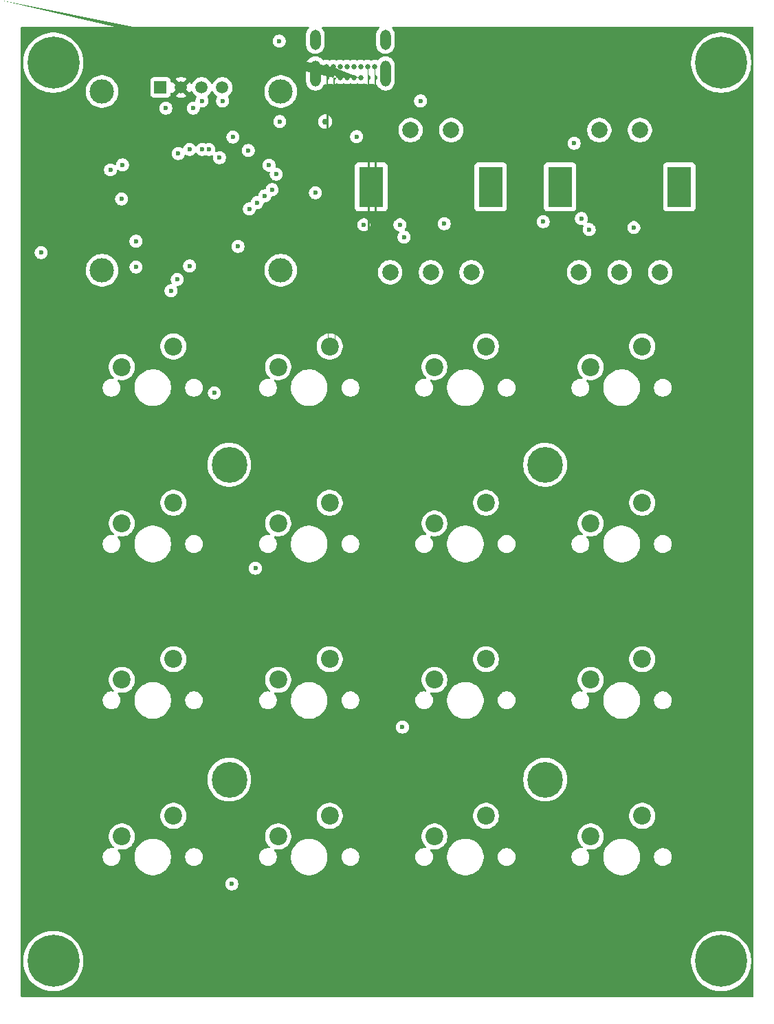
<source format=gbr>
%TF.GenerationSoftware,KiCad,Pcbnew,9.0.0*%
%TF.CreationDate,2025-06-12T19:16:51-06:00*%
%TF.ProjectId,final_macropad,66696e61-6c5f-46d6-9163-726f7061642e,rev?*%
%TF.SameCoordinates,Original*%
%TF.FileFunction,Copper,L2,Inr*%
%TF.FilePolarity,Positive*%
%FSLAX46Y46*%
G04 Gerber Fmt 4.6, Leading zero omitted, Abs format (unit mm)*
G04 Created by KiCad (PCBNEW 9.0.0) date 2025-06-12 19:16:51*
%MOMM*%
%LPD*%
G01*
G04 APERTURE LIST*
G04 Aperture macros list*
%AMFreePoly0*
4,1,121,0.057437,0.323981,0.058316,0.323824,0.113316,0.308824,0.114166,0.308506,0.166166,0.283506,0.166873,0.283092,0.213873,0.250092,0.214579,0.249492,0.254579,0.208492,0.255133,0.207814,0.287133,0.160814,0.287573,0.160023,0.310573,0.108023,0.310851,0.107213,0.324851,0.051213,0.324988,0.050350,0.328988,-0.006650,0.328973,-0.007523,0.322973,-0.064523,0.322801,-0.065397,
0.306801,-0.120397,0.306455,-0.121271,0.280455,-0.172271,0.280021,-0.172972,0.246021,-0.218972,0.245402,-0.219664,0.203402,-0.258664,0.202695,-0.259211,0.155000,-0.289735,0.155000,-1.060082,0.202707,-1.090796,0.203402,-1.091336,0.245402,-1.130336,0.246021,-1.131028,0.280021,-1.177028,0.280455,-1.177729,0.306455,-1.228729,0.306801,-1.229603,0.322801,-1.284603,0.322973,-1.285477,
0.328973,-1.342477,0.328988,-1.343350,0.324988,-1.400350,0.324851,-1.401213,0.310851,-1.457213,0.310573,-1.458023,0.287573,-1.510023,0.287133,-1.510814,0.255133,-1.557814,0.254579,-1.558492,0.214579,-1.599492,0.213873,-1.600092,0.166873,-1.633092,0.166166,-1.633506,0.114166,-1.658506,0.113316,-1.658824,0.058316,-1.673824,0.057437,-1.673981,0.000437,-1.678981,-0.000437,-1.678981,
-0.057437,-1.673981,-0.058316,-1.673824,-0.113316,-1.658824,-0.114166,-1.658506,-0.166166,-1.633506,-0.166873,-1.633092,-0.213873,-1.600092,-0.214579,-1.599492,-0.254579,-1.558492,-0.255133,-1.557814,-0.287133,-1.510814,-0.287573,-1.510023,-0.310573,-1.458023,-0.310851,-1.457213,-0.324851,-1.401213,-0.324988,-1.400350,-0.328988,-1.343350,-0.328973,-1.342477,-0.322973,-1.285477,-0.322801,-1.284603,
-0.306801,-1.229603,-0.306455,-1.228729,-0.280455,-1.177729,-0.280021,-1.177028,-0.246021,-1.131028,-0.245402,-1.130336,-0.203402,-1.091336,-0.202695,-1.090789,-0.155000,-1.060264,-0.155000,-0.289735,-0.202695,-0.259211,-0.203402,-0.258664,-0.245402,-0.219664,-0.246021,-0.218972,-0.280021,-0.172972,-0.280455,-0.172271,-0.306455,-0.121271,-0.306801,-0.120397,-0.322801,-0.065397,-0.322973,-0.064523,
-0.328973,-0.007523,-0.328988,-0.006650,-0.324988,0.050350,-0.324851,0.051213,-0.310851,0.107213,-0.310573,0.108023,-0.287573,0.160023,-0.287133,0.160814,-0.255133,0.207814,-0.254579,0.208492,-0.214579,0.249492,-0.213873,0.250092,-0.166873,0.283092,-0.166166,0.283506,-0.114166,0.308506,-0.113316,0.308824,-0.058316,0.323824,-0.057437,0.323981,-0.000437,0.328981,0.000437,0.328981,
0.057437,0.323981,0.057437,0.323981,$1*%
%AMFreePoly1*
4,1,121,0.057437,0.323981,0.058316,0.323824,0.113316,0.308824,0.114166,0.308506,0.166166,0.283506,0.166873,0.283092,0.213873,0.250092,0.214579,0.249492,0.254579,0.208492,0.255133,0.207814,0.287133,0.160814,0.287573,0.160023,0.310573,0.108023,0.310851,0.107213,0.324851,0.051213,0.324988,0.050350,0.328988,-0.006650,0.328973,-0.007523,0.322973,-0.064523,0.322801,-0.065397,
0.306801,-0.120397,0.306455,-0.121271,0.280455,-0.172271,0.280021,-0.172972,0.246021,-0.218972,0.245402,-0.219664,0.203402,-0.258664,0.202695,-0.259211,0.155000,-0.289735,0.155000,-1.060264,0.202695,-1.090789,0.203402,-1.091336,0.245402,-1.130336,0.246021,-1.131028,0.280021,-1.177028,0.280455,-1.177729,0.306455,-1.228729,0.306801,-1.229603,0.322801,-1.284603,0.322973,-1.285477,
0.328973,-1.342477,0.328988,-1.343350,0.324988,-1.400350,0.324851,-1.401213,0.310851,-1.457213,0.310573,-1.458023,0.287573,-1.510023,0.287133,-1.510814,0.255133,-1.557814,0.254579,-1.558492,0.214579,-1.599492,0.213873,-1.600092,0.166873,-1.633092,0.166166,-1.633506,0.114166,-1.658506,0.113316,-1.658824,0.058316,-1.673824,0.057437,-1.673981,0.000437,-1.678981,-0.000437,-1.678981,
-0.057437,-1.673981,-0.058316,-1.673824,-0.113316,-1.658824,-0.114166,-1.658506,-0.166166,-1.633506,-0.166873,-1.633092,-0.213873,-1.600092,-0.214579,-1.599492,-0.254579,-1.558492,-0.255133,-1.557814,-0.287133,-1.510814,-0.287573,-1.510023,-0.310573,-1.458023,-0.310851,-1.457213,-0.324851,-1.401213,-0.324988,-1.400350,-0.328988,-1.343350,-0.328973,-1.342477,-0.322973,-1.285477,-0.322801,-1.284603,
-0.306801,-1.229603,-0.306455,-1.228729,-0.280455,-1.177729,-0.280021,-1.177028,-0.246021,-1.131028,-0.245402,-1.130336,-0.203402,-1.091336,-0.202695,-1.090789,-0.155000,-1.060264,-0.155000,-0.289735,-0.202695,-0.259211,-0.203402,-0.258664,-0.245402,-0.219664,-0.246021,-0.218972,-0.280021,-0.172972,-0.280455,-0.172271,-0.306455,-0.121271,-0.306801,-0.120397,-0.322801,-0.065397,-0.322973,-0.064523,
-0.328973,-0.007523,-0.328988,-0.006650,-0.324988,0.050350,-0.324851,0.051213,-0.310851,0.107213,-0.310573,0.108023,-0.287573,0.160023,-0.287133,0.160814,-0.255133,0.207814,-0.254579,0.208492,-0.214579,0.249492,-0.213873,0.250092,-0.166873,0.283092,-0.166166,0.283506,-0.114166,0.308506,-0.113316,0.308824,-0.058316,0.323824,-0.057437,0.323981,-0.000437,0.328981,0.000437,0.328981,
0.057437,0.323981,0.057437,0.323981,$1*%
G04 Aperture macros list end*
%TA.AperFunction,ComponentPad*%
%ADD10C,0.800000*%
%TD*%
%TA.AperFunction,ComponentPad*%
%ADD11C,6.400000*%
%TD*%
%TA.AperFunction,ComponentPad*%
%ADD12C,2.000000*%
%TD*%
%TA.AperFunction,ComponentPad*%
%ADD13R,3.000000X5.000000*%
%TD*%
%TA.AperFunction,ComponentPad*%
%ADD14C,2.200000*%
%TD*%
%TA.AperFunction,ComponentPad*%
%ADD15C,4.400000*%
%TD*%
%TA.AperFunction,ComponentPad*%
%ADD16R,1.508000X1.508000*%
%TD*%
%TA.AperFunction,ComponentPad*%
%ADD17C,1.508000*%
%TD*%
%TA.AperFunction,ComponentPad*%
%ADD18C,3.000000*%
%TD*%
%TA.AperFunction,ComponentPad*%
%ADD19FreePoly0,180.000000*%
%TD*%
%TA.AperFunction,ComponentPad*%
%ADD20C,0.648000*%
%TD*%
%TA.AperFunction,ComponentPad*%
%ADD21FreePoly1,180.000000*%
%TD*%
%TA.AperFunction,ComponentPad*%
%ADD22O,1.300000X2.500000*%
%TD*%
%TA.AperFunction,ComponentPad*%
%ADD23O,1.300000X3.200000*%
%TD*%
%TA.AperFunction,ViaPad*%
%ADD24C,0.600000*%
%TD*%
%TA.AperFunction,ViaPad*%
%ADD25C,0.762000*%
%TD*%
G04 APERTURE END LIST*
D10*
%TO.N,GND*%
%TO.C,H3*%
X30600000Y-140052944D03*
X31302944Y-138355888D03*
X31302944Y-141750000D03*
X33000000Y-137652944D03*
D11*
X33000000Y-140052944D03*
D10*
X33000000Y-142452944D03*
X34697056Y-138355888D03*
X34697056Y-141750000D03*
X35400000Y-140052944D03*
%TD*%
D12*
%TO.N,Net-(R7-Pad2)*%
%TO.C,S17*%
X100250000Y-37750000D03*
%TO.N,GND*%
X105250000Y-37750000D03*
%TO.N,Net-(S17-CHANNEL_A)*%
X97750000Y-55250000D03*
%TO.N,Net-(S17-CHANNEL_B)*%
X102750000Y-55250000D03*
%TO.N,GND*%
X107750000Y-55250000D03*
D13*
X95400000Y-44750000D03*
X110100000Y-44750000D03*
%TD*%
D10*
%TO.N,GND*%
%TO.C,H4*%
X112850000Y-140052944D03*
X113552944Y-138355888D03*
X113552944Y-141750000D03*
X115250000Y-137652944D03*
D11*
X115250000Y-140052944D03*
D10*
X115250000Y-142452944D03*
X116947056Y-138355888D03*
X116947056Y-141750000D03*
X117650000Y-140052944D03*
%TD*%
D14*
%TO.N,COL 2*%
%TO.C,S3*%
X86290000Y-64380000D03*
%TO.N,Net-(D3-A)*%
X79940000Y-66920000D03*
%TD*%
%TO.N,COL 1*%
%TO.C,S14*%
X67040000Y-122170000D03*
%TO.N,Net-(D14-A)*%
X60690000Y-124710000D03*
%TD*%
%TO.N,COL 1*%
%TO.C,S6*%
X67040000Y-83630000D03*
%TO.N,Net-(D6-A)*%
X60690000Y-86170000D03*
%TD*%
D15*
%TO.N,GND*%
%TO.C,H8*%
X93570000Y-117710000D03*
%TD*%
%TO.N,GND*%
%TO.C,H5*%
X54670000Y-78960000D03*
%TD*%
D14*
%TO.N,COL 2*%
%TO.C,S7*%
X86290000Y-83630000D03*
%TO.N,Net-(D7-A)*%
X79940000Y-86170000D03*
%TD*%
%TO.N,COL 3*%
%TO.C,S4*%
X105540000Y-64380000D03*
%TO.N,Net-(D4-A)*%
X99190000Y-66920000D03*
%TD*%
%TO.N,COL 3*%
%TO.C,S8*%
X105540000Y-83630000D03*
%TO.N,Net-(D8-A)*%
X99190000Y-86170000D03*
%TD*%
D10*
%TO.N,GND*%
%TO.C,H1*%
X30600000Y-29447056D03*
X31302944Y-27750000D03*
X31302944Y-31144112D03*
X33000000Y-27047056D03*
D11*
X33000000Y-29447056D03*
D10*
X33000000Y-31847056D03*
X34697056Y-27750000D03*
X34697056Y-31144112D03*
X35400000Y-29447056D03*
%TD*%
D15*
%TO.N,GND*%
%TO.C,H6*%
X54670000Y-117710000D03*
%TD*%
D14*
%TO.N,COL 0*%
%TO.C,S5*%
X47790000Y-83630000D03*
%TO.N,Net-(D5-A)*%
X41440000Y-86170000D03*
%TD*%
%TO.N,COL 0*%
%TO.C,S1*%
X47790000Y-64380000D03*
%TO.N,Net-(D1-A)*%
X41440000Y-66920000D03*
%TD*%
%TO.N,COL 1*%
%TO.C,S10*%
X67040000Y-102880000D03*
%TO.N,Net-(D10-A)*%
X60690000Y-105420000D03*
%TD*%
D15*
%TO.N,GND*%
%TO.C,H7*%
X93570000Y-78960000D03*
%TD*%
D10*
%TO.N,GND*%
%TO.C,H2*%
X112850000Y-29447056D03*
X113552944Y-27750000D03*
X113552944Y-31144112D03*
X115250000Y-27047056D03*
D11*
X115250000Y-29447056D03*
D10*
X115250000Y-31847056D03*
X116947056Y-27750000D03*
X116947056Y-31144112D03*
X117650000Y-29447056D03*
%TD*%
D14*
%TO.N,COL 3*%
%TO.C,S12*%
X105540000Y-102880000D03*
%TO.N,Net-(D12-A)*%
X99190000Y-105420000D03*
%TD*%
D16*
%TO.N,GND*%
%TO.C,U3*%
X46190000Y-32500000D03*
D17*
%TO.N,5V*%
X48730000Y-32500000D03*
%TO.N,SCL*%
X51270000Y-32500000D03*
%TO.N,SDA*%
X53810000Y-32500000D03*
D18*
%TO.N,GND*%
X39000000Y-33000000D03*
X61000000Y-33000000D03*
X61000000Y-55000000D03*
X39000000Y-55000000D03*
%TD*%
D14*
%TO.N,COL 1*%
%TO.C,S2*%
X67040000Y-64380000D03*
%TO.N,Net-(D2-A)*%
X60690000Y-66920000D03*
%TD*%
%TO.N,COL 0*%
%TO.C,S9*%
X47790000Y-102880000D03*
%TO.N,Net-(D9-A)*%
X41440000Y-105420000D03*
%TD*%
D19*
%TO.N,GND*%
%TO.C,J2*%
X72571000Y-31272000D03*
%TO.N,VBUS+*%
X71721000Y-31272000D03*
D20*
%TO.N,Net-(J2-CC1)*%
X70871000Y-31272000D03*
%TO.N,USB_D+*%
X70021000Y-31272000D03*
%TO.N,USB_D-*%
X69171000Y-31272000D03*
%TO.N,unconnected-(J2-SBU1-PadA8)*%
X68321000Y-31272000D03*
D21*
%TO.N,VBUS+*%
X67471000Y-31272000D03*
D19*
%TO.N,GND*%
X66621000Y-31272000D03*
D20*
X66621000Y-29922000D03*
%TO.N,VBUS+*%
X67471000Y-29922000D03*
%TO.N,Net-(J2-CC2)*%
X68321000Y-29922000D03*
%TO.N,USB_D+*%
X69171000Y-29922000D03*
%TO.N,USB_D-*%
X70021000Y-29922000D03*
%TO.N,unconnected-(J2-SBU2-PadB8)*%
X70871000Y-29922000D03*
%TO.N,VBUS+*%
X71721000Y-29922000D03*
%TO.N,GND*%
X72571000Y-29922000D03*
D22*
X73916000Y-26622000D03*
X65276000Y-26622000D03*
D23*
X73916000Y-30772000D03*
X65276000Y-30772000D03*
%TD*%
D14*
%TO.N,COL 2*%
%TO.C,S15*%
X86290000Y-122170000D03*
%TO.N,Net-(D15-A)*%
X79940000Y-124710000D03*
%TD*%
D12*
%TO.N,Net-(R10-Pad2)*%
%TO.C,S18*%
X77000000Y-37750000D03*
%TO.N,GND*%
X82000000Y-37750000D03*
%TO.N,Net-(S18-CHANNEL_A)*%
X74500000Y-55250000D03*
%TO.N,Net-(S18-CHANNEL_B)*%
X79500000Y-55250000D03*
%TO.N,GND*%
X84500000Y-55250000D03*
D13*
X72150000Y-44750000D03*
X86850000Y-44750000D03*
%TD*%
D14*
%TO.N,COL 3*%
%TO.C,S16*%
X105540000Y-122170000D03*
%TO.N,Net-(D16-A)*%
X99190000Y-124710000D03*
%TD*%
%TO.N,COL 0*%
%TO.C,S13*%
X47790000Y-122170000D03*
%TO.N,Net-(D13-A)*%
X41440000Y-124710000D03*
%TD*%
%TO.N,COL 2*%
%TO.C,S11*%
X86290000Y-102880000D03*
%TO.N,Net-(D11-A)*%
X79940000Y-105420000D03*
%TD*%
D24*
%TO.N,Net-(U1-UCAP)*%
X50232500Y-35052000D03*
X49784000Y-40132000D03*
%TO.N,GND*%
X60452000Y-43180000D03*
X41402000Y-46228000D03*
X55753000Y-52070000D03*
X60889000Y-36703000D03*
X75692000Y-49410000D03*
X60833000Y-26797000D03*
X41529000Y-42037000D03*
X59563000Y-42063500D03*
X98044000Y-48641000D03*
X43180000Y-54610000D03*
X46852500Y-35052000D03*
X31496000Y-52832000D03*
X81153000Y-49276000D03*
X78232000Y-34163000D03*
X65278000Y-45466000D03*
X104500000Y-49750000D03*
X48387000Y-40640000D03*
%TO.N,Net-(U1-~{RESET})*%
X53467000Y-41148000D03*
X43180000Y-51435000D03*
%TO.N,ROW 0*%
X47498000Y-57531000D03*
X52832000Y-70104000D03*
%TO.N,ROW 1*%
X57883000Y-91694000D03*
X48260000Y-56134000D03*
%TO.N,ROW 2*%
X49784000Y-54483000D03*
X76000000Y-111250000D03*
%TO.N,5V*%
X46500000Y-40250000D03*
X53467000Y-53086000D03*
X41402000Y-49530000D03*
X59563000Y-40285500D03*
X50546000Y-41402000D03*
X41529000Y-38608000D03*
%TO.N,SCL*%
X51308000Y-34163000D03*
X51350000Y-40132000D03*
%TO.N,SDA*%
X52150000Y-40132000D03*
X53848000Y-34163000D03*
%TO.N,SW0*%
X57023000Y-40259000D03*
X97155000Y-39370000D03*
%TO.N,ROTA0*%
X59944000Y-45085000D03*
X93345000Y-49022000D03*
%TO.N,ROTB0*%
X58102500Y-46672500D03*
X99000000Y-50000000D03*
%TO.N,ROTA1*%
X59055000Y-45847000D03*
X71247000Y-49410000D03*
%TO.N,ROTB1*%
X57150000Y-47450000D03*
X76200000Y-50927000D03*
%TO.N,SW1*%
X70358000Y-38550000D03*
X55118000Y-38608000D03*
D25*
%TO.N,VBUS+*%
X66477000Y-36703000D03*
D24*
%TO.N,ROW 3*%
X40027000Y-42650000D03*
X54991000Y-130556000D03*
%TD*%
%TA.AperFunction,Conductor*%
%TO.N,5V*%
G36*
X64438123Y-25020185D02*
G01*
X64483878Y-25072989D01*
X64493822Y-25142147D01*
X64464797Y-25205703D01*
X64458765Y-25212181D01*
X64398445Y-25272500D01*
X64398441Y-25272505D01*
X64292006Y-25419002D01*
X64209788Y-25580360D01*
X64209787Y-25580363D01*
X64153829Y-25752589D01*
X64125500Y-25931448D01*
X64125500Y-27312551D01*
X64153829Y-27491410D01*
X64209787Y-27663636D01*
X64209788Y-27663639D01*
X64292006Y-27824997D01*
X64398441Y-27971494D01*
X64398445Y-27971499D01*
X64526500Y-28099554D01*
X64526505Y-28099558D01*
X64654287Y-28192396D01*
X64673006Y-28205996D01*
X64778484Y-28259740D01*
X64834360Y-28288211D01*
X64834363Y-28288212D01*
X64920476Y-28316191D01*
X65006591Y-28344171D01*
X65089429Y-28357291D01*
X65185449Y-28372500D01*
X65185454Y-28372500D01*
X65366551Y-28372500D01*
X65453259Y-28358765D01*
X65545409Y-28344171D01*
X65717639Y-28288211D01*
X65878994Y-28205996D01*
X66025501Y-28099553D01*
X66153553Y-27971501D01*
X66259996Y-27824994D01*
X66342211Y-27663639D01*
X66398171Y-27491409D01*
X66412765Y-27399259D01*
X66426500Y-27312551D01*
X66426500Y-25931448D01*
X66410019Y-25827397D01*
X66398171Y-25752591D01*
X66342211Y-25580361D01*
X66342211Y-25580360D01*
X66313740Y-25524484D01*
X66259996Y-25419006D01*
X66246396Y-25400287D01*
X66153558Y-25272505D01*
X66153554Y-25272500D01*
X66093235Y-25212181D01*
X66059750Y-25150858D01*
X66064734Y-25081166D01*
X66106606Y-25025233D01*
X66172070Y-25000816D01*
X66180916Y-25000500D01*
X73011084Y-25000500D01*
X73078123Y-25020185D01*
X73123878Y-25072989D01*
X73133822Y-25142147D01*
X73104797Y-25205703D01*
X73098765Y-25212181D01*
X73038445Y-25272500D01*
X73038441Y-25272505D01*
X72932006Y-25419002D01*
X72849788Y-25580360D01*
X72849787Y-25580363D01*
X72793829Y-25752589D01*
X72765500Y-25931448D01*
X72765500Y-27312551D01*
X72793829Y-27491410D01*
X72849787Y-27663636D01*
X72849788Y-27663639D01*
X72932006Y-27824997D01*
X73038441Y-27971494D01*
X73038445Y-27971499D01*
X73166500Y-28099554D01*
X73166505Y-28099558D01*
X73294287Y-28192396D01*
X73313006Y-28205996D01*
X73418484Y-28259740D01*
X73474360Y-28288211D01*
X73474363Y-28288212D01*
X73560476Y-28316191D01*
X73646591Y-28344171D01*
X73729429Y-28357291D01*
X73825449Y-28372500D01*
X73825454Y-28372500D01*
X74006551Y-28372500D01*
X74093259Y-28358765D01*
X74185409Y-28344171D01*
X74357639Y-28288211D01*
X74518994Y-28205996D01*
X74665501Y-28099553D01*
X74793553Y-27971501D01*
X74899996Y-27824994D01*
X74982211Y-27663639D01*
X75038171Y-27491409D01*
X75052765Y-27399259D01*
X75066500Y-27312551D01*
X75066500Y-25931448D01*
X75050019Y-25827397D01*
X75038171Y-25752591D01*
X74982211Y-25580361D01*
X74982211Y-25580360D01*
X74953740Y-25524484D01*
X74899996Y-25419006D01*
X74886396Y-25400287D01*
X74793558Y-25272505D01*
X74793554Y-25272500D01*
X74733235Y-25212181D01*
X74699750Y-25150858D01*
X74704734Y-25081166D01*
X74746606Y-25025233D01*
X74812070Y-25000816D01*
X74820916Y-25000500D01*
X119125500Y-25000500D01*
X119192539Y-25020185D01*
X119238294Y-25072989D01*
X119249500Y-25124500D01*
X119249500Y-144375500D01*
X119229815Y-144442539D01*
X119177011Y-144488294D01*
X119125500Y-144499500D01*
X29124500Y-144499500D01*
X29057461Y-144479815D01*
X29011706Y-144427011D01*
X29000500Y-144375500D01*
X29000500Y-139871153D01*
X29299500Y-139871153D01*
X29299500Y-140234734D01*
X29335137Y-140596574D01*
X29406064Y-140953156D01*
X29406067Y-140953167D01*
X29511614Y-141301109D01*
X29650754Y-141637022D01*
X29650756Y-141637027D01*
X29822140Y-141957664D01*
X29822151Y-141957682D01*
X30024140Y-142259979D01*
X30024150Y-142259993D01*
X30254807Y-142541050D01*
X30511893Y-142798136D01*
X30511898Y-142798140D01*
X30511899Y-142798141D01*
X30792956Y-143028798D01*
X31095268Y-143230797D01*
X31095277Y-143230802D01*
X31095279Y-143230803D01*
X31415916Y-143402187D01*
X31415918Y-143402187D01*
X31415924Y-143402191D01*
X31751836Y-143541330D01*
X32099767Y-143646874D01*
X32099773Y-143646875D01*
X32099776Y-143646876D01*
X32099787Y-143646879D01*
X32456369Y-143717806D01*
X32818206Y-143753444D01*
X32818209Y-143753444D01*
X33181791Y-143753444D01*
X33181794Y-143753444D01*
X33543631Y-143717806D01*
X33613045Y-143703998D01*
X33900212Y-143646879D01*
X33900223Y-143646876D01*
X33900223Y-143646875D01*
X33900233Y-143646874D01*
X34248164Y-143541330D01*
X34584076Y-143402191D01*
X34904732Y-143230797D01*
X35207044Y-143028798D01*
X35488101Y-142798141D01*
X35745197Y-142541045D01*
X35975854Y-142259988D01*
X36177853Y-141957676D01*
X36349247Y-141637020D01*
X36488386Y-141301108D01*
X36593930Y-140953177D01*
X36593932Y-140953167D01*
X36593935Y-140953156D01*
X36664862Y-140596574D01*
X36700500Y-140234734D01*
X36700500Y-139871153D01*
X111549500Y-139871153D01*
X111549500Y-140234734D01*
X111585137Y-140596574D01*
X111656064Y-140953156D01*
X111656067Y-140953167D01*
X111761614Y-141301109D01*
X111900754Y-141637022D01*
X111900756Y-141637027D01*
X112072140Y-141957664D01*
X112072151Y-141957682D01*
X112274140Y-142259979D01*
X112274150Y-142259993D01*
X112504807Y-142541050D01*
X112761893Y-142798136D01*
X112761898Y-142798140D01*
X112761899Y-142798141D01*
X113042956Y-143028798D01*
X113345268Y-143230797D01*
X113345277Y-143230802D01*
X113345279Y-143230803D01*
X113665916Y-143402187D01*
X113665918Y-143402187D01*
X113665924Y-143402191D01*
X114001836Y-143541330D01*
X114349767Y-143646874D01*
X114349773Y-143646875D01*
X114349776Y-143646876D01*
X114349787Y-143646879D01*
X114706369Y-143717806D01*
X115068206Y-143753444D01*
X115068209Y-143753444D01*
X115431791Y-143753444D01*
X115431794Y-143753444D01*
X115793631Y-143717806D01*
X115863045Y-143703998D01*
X116150212Y-143646879D01*
X116150223Y-143646876D01*
X116150223Y-143646875D01*
X116150233Y-143646874D01*
X116498164Y-143541330D01*
X116834076Y-143402191D01*
X117154732Y-143230797D01*
X117457044Y-143028798D01*
X117738101Y-142798141D01*
X117995197Y-142541045D01*
X118225854Y-142259988D01*
X118427853Y-141957676D01*
X118599247Y-141637020D01*
X118738386Y-141301108D01*
X118843930Y-140953177D01*
X118843932Y-140953167D01*
X118843935Y-140953156D01*
X118914862Y-140596574D01*
X118950500Y-140234734D01*
X118950500Y-139871153D01*
X118914862Y-139509313D01*
X118843935Y-139152731D01*
X118843932Y-139152720D01*
X118843931Y-139152717D01*
X118843930Y-139152711D01*
X118738386Y-138804780D01*
X118599247Y-138468868D01*
X118427853Y-138148212D01*
X118225854Y-137845900D01*
X117995197Y-137564843D01*
X117995196Y-137564842D01*
X117995192Y-137564837D01*
X117738106Y-137307751D01*
X117457049Y-137077094D01*
X117457048Y-137077093D01*
X117457044Y-137077090D01*
X117154732Y-136875091D01*
X117154727Y-136875088D01*
X117154720Y-136875084D01*
X116834083Y-136703700D01*
X116834078Y-136703698D01*
X116498165Y-136564558D01*
X116150223Y-136459011D01*
X116150212Y-136459008D01*
X115793630Y-136388081D01*
X115521111Y-136361240D01*
X115431794Y-136352444D01*
X115068206Y-136352444D01*
X114985679Y-136360572D01*
X114706369Y-136388081D01*
X114349787Y-136459008D01*
X114349776Y-136459011D01*
X114001834Y-136564558D01*
X113665921Y-136703698D01*
X113665916Y-136703700D01*
X113345279Y-136875084D01*
X113345261Y-136875095D01*
X113042964Y-137077084D01*
X113042950Y-137077094D01*
X112761893Y-137307751D01*
X112504807Y-137564837D01*
X112274150Y-137845894D01*
X112274140Y-137845908D01*
X112072151Y-138148205D01*
X112072140Y-138148223D01*
X111900756Y-138468860D01*
X111900754Y-138468865D01*
X111761614Y-138804778D01*
X111656067Y-139152720D01*
X111656064Y-139152731D01*
X111585137Y-139509313D01*
X111549500Y-139871153D01*
X36700500Y-139871153D01*
X36664862Y-139509313D01*
X36593935Y-139152731D01*
X36593932Y-139152720D01*
X36593931Y-139152717D01*
X36593930Y-139152711D01*
X36488386Y-138804780D01*
X36349247Y-138468868D01*
X36177853Y-138148212D01*
X35975854Y-137845900D01*
X35745197Y-137564843D01*
X35745196Y-137564842D01*
X35745192Y-137564837D01*
X35488106Y-137307751D01*
X35207049Y-137077094D01*
X35207048Y-137077093D01*
X35207044Y-137077090D01*
X34904732Y-136875091D01*
X34904727Y-136875088D01*
X34904720Y-136875084D01*
X34584083Y-136703700D01*
X34584078Y-136703698D01*
X34248165Y-136564558D01*
X33900223Y-136459011D01*
X33900212Y-136459008D01*
X33543630Y-136388081D01*
X33271111Y-136361240D01*
X33181794Y-136352444D01*
X32818206Y-136352444D01*
X32735679Y-136360572D01*
X32456369Y-136388081D01*
X32099787Y-136459008D01*
X32099776Y-136459011D01*
X31751834Y-136564558D01*
X31415921Y-136703698D01*
X31415916Y-136703700D01*
X31095279Y-136875084D01*
X31095261Y-136875095D01*
X30792964Y-137077084D01*
X30792950Y-137077094D01*
X30511893Y-137307751D01*
X30254807Y-137564837D01*
X30024150Y-137845894D01*
X30024140Y-137845908D01*
X29822151Y-138148205D01*
X29822140Y-138148223D01*
X29650756Y-138468860D01*
X29650754Y-138468865D01*
X29511614Y-138804778D01*
X29406067Y-139152720D01*
X29406064Y-139152731D01*
X29335137Y-139509313D01*
X29299500Y-139871153D01*
X29000500Y-139871153D01*
X29000500Y-130477153D01*
X54190500Y-130477153D01*
X54190500Y-130634846D01*
X54221261Y-130789489D01*
X54221264Y-130789501D01*
X54281602Y-130935172D01*
X54281609Y-130935185D01*
X54369210Y-131066288D01*
X54369213Y-131066292D01*
X54480707Y-131177786D01*
X54480711Y-131177789D01*
X54611814Y-131265390D01*
X54611827Y-131265397D01*
X54757498Y-131325735D01*
X54757503Y-131325737D01*
X54912153Y-131356499D01*
X54912156Y-131356500D01*
X54912158Y-131356500D01*
X55069844Y-131356500D01*
X55069845Y-131356499D01*
X55224497Y-131325737D01*
X55370179Y-131265394D01*
X55501289Y-131177789D01*
X55612789Y-131066289D01*
X55700394Y-130935179D01*
X55760737Y-130789497D01*
X55791500Y-130634842D01*
X55791500Y-130477158D01*
X55791500Y-130477155D01*
X55791499Y-130477153D01*
X55760738Y-130322510D01*
X55760737Y-130322503D01*
X55760735Y-130322498D01*
X55700397Y-130176827D01*
X55700390Y-130176814D01*
X55612789Y-130045711D01*
X55612786Y-130045707D01*
X55501292Y-129934213D01*
X55501288Y-129934210D01*
X55370185Y-129846609D01*
X55370172Y-129846602D01*
X55224501Y-129786264D01*
X55224489Y-129786261D01*
X55069845Y-129755500D01*
X55069842Y-129755500D01*
X54912158Y-129755500D01*
X54912155Y-129755500D01*
X54757510Y-129786261D01*
X54757498Y-129786264D01*
X54611827Y-129846602D01*
X54611814Y-129846609D01*
X54480711Y-129934210D01*
X54480707Y-129934213D01*
X54369213Y-130045707D01*
X54369210Y-130045711D01*
X54281609Y-130176814D01*
X54281602Y-130176827D01*
X54221264Y-130322498D01*
X54221261Y-130322510D01*
X54190500Y-130477153D01*
X29000500Y-130477153D01*
X29000500Y-127163389D01*
X39069500Y-127163389D01*
X39069500Y-127336611D01*
X39096598Y-127507701D01*
X39150127Y-127672445D01*
X39228768Y-127826788D01*
X39330586Y-127966928D01*
X39453072Y-128089414D01*
X39593212Y-128191232D01*
X39747555Y-128269873D01*
X39912299Y-128323402D01*
X40083389Y-128350500D01*
X40083390Y-128350500D01*
X40256610Y-128350500D01*
X40256611Y-128350500D01*
X40427701Y-128323402D01*
X40592445Y-128269873D01*
X40746788Y-128191232D01*
X40886928Y-128089414D01*
X41009414Y-127966928D01*
X41111232Y-127826788D01*
X41189873Y-127672445D01*
X41243402Y-127507701D01*
X41270500Y-127336611D01*
X41270500Y-127163389D01*
X41260854Y-127102486D01*
X42999500Y-127102486D01*
X42999500Y-127397513D01*
X43031571Y-127641113D01*
X43038007Y-127689993D01*
X43112212Y-127966930D01*
X43114361Y-127974951D01*
X43114364Y-127974961D01*
X43227254Y-128247500D01*
X43227258Y-128247510D01*
X43374761Y-128502993D01*
X43554352Y-128737040D01*
X43554358Y-128737047D01*
X43762952Y-128945641D01*
X43762959Y-128945647D01*
X43997006Y-129125238D01*
X44252489Y-129272741D01*
X44252490Y-129272741D01*
X44252493Y-129272743D01*
X44525048Y-129385639D01*
X44810007Y-129461993D01*
X45102494Y-129500500D01*
X45102501Y-129500500D01*
X45397499Y-129500500D01*
X45397506Y-129500500D01*
X45689993Y-129461993D01*
X45974952Y-129385639D01*
X46247507Y-129272743D01*
X46502994Y-129125238D01*
X46737042Y-128945646D01*
X46945646Y-128737042D01*
X47125238Y-128502994D01*
X47272743Y-128247507D01*
X47385639Y-127974952D01*
X47461993Y-127689993D01*
X47500500Y-127397506D01*
X47500500Y-127163389D01*
X49229500Y-127163389D01*
X49229500Y-127336611D01*
X49256598Y-127507701D01*
X49310127Y-127672445D01*
X49388768Y-127826788D01*
X49490586Y-127966928D01*
X49613072Y-128089414D01*
X49753212Y-128191232D01*
X49907555Y-128269873D01*
X50072299Y-128323402D01*
X50243389Y-128350500D01*
X50243390Y-128350500D01*
X50416610Y-128350500D01*
X50416611Y-128350500D01*
X50587701Y-128323402D01*
X50752445Y-128269873D01*
X50906788Y-128191232D01*
X51046928Y-128089414D01*
X51169414Y-127966928D01*
X51271232Y-127826788D01*
X51349873Y-127672445D01*
X51403402Y-127507701D01*
X51430500Y-127336611D01*
X51430500Y-127163389D01*
X58319500Y-127163389D01*
X58319500Y-127336611D01*
X58346598Y-127507701D01*
X58400127Y-127672445D01*
X58478768Y-127826788D01*
X58580586Y-127966928D01*
X58703072Y-128089414D01*
X58843212Y-128191232D01*
X58997555Y-128269873D01*
X59162299Y-128323402D01*
X59333389Y-128350500D01*
X59333390Y-128350500D01*
X59506610Y-128350500D01*
X59506611Y-128350500D01*
X59677701Y-128323402D01*
X59842445Y-128269873D01*
X59996788Y-128191232D01*
X60136928Y-128089414D01*
X60259414Y-127966928D01*
X60361232Y-127826788D01*
X60439873Y-127672445D01*
X60493402Y-127507701D01*
X60520500Y-127336611D01*
X60520500Y-127163389D01*
X60510854Y-127102486D01*
X62249500Y-127102486D01*
X62249500Y-127397513D01*
X62281571Y-127641113D01*
X62288007Y-127689993D01*
X62362212Y-127966930D01*
X62364361Y-127974951D01*
X62364364Y-127974961D01*
X62477254Y-128247500D01*
X62477258Y-128247510D01*
X62624761Y-128502993D01*
X62804352Y-128737040D01*
X62804358Y-128737047D01*
X63012952Y-128945641D01*
X63012959Y-128945647D01*
X63247006Y-129125238D01*
X63502489Y-129272741D01*
X63502490Y-129272741D01*
X63502493Y-129272743D01*
X63775048Y-129385639D01*
X64060007Y-129461993D01*
X64352494Y-129500500D01*
X64352501Y-129500500D01*
X64647499Y-129500500D01*
X64647506Y-129500500D01*
X64939993Y-129461993D01*
X65224952Y-129385639D01*
X65497507Y-129272743D01*
X65752994Y-129125238D01*
X65987042Y-128945646D01*
X66195646Y-128737042D01*
X66375238Y-128502994D01*
X66522743Y-128247507D01*
X66635639Y-127974952D01*
X66711993Y-127689993D01*
X66750500Y-127397506D01*
X66750500Y-127163389D01*
X68479500Y-127163389D01*
X68479500Y-127336611D01*
X68506598Y-127507701D01*
X68560127Y-127672445D01*
X68638768Y-127826788D01*
X68740586Y-127966928D01*
X68863072Y-128089414D01*
X69003212Y-128191232D01*
X69157555Y-128269873D01*
X69322299Y-128323402D01*
X69493389Y-128350500D01*
X69493390Y-128350500D01*
X69666610Y-128350500D01*
X69666611Y-128350500D01*
X69837701Y-128323402D01*
X70002445Y-128269873D01*
X70156788Y-128191232D01*
X70296928Y-128089414D01*
X70419414Y-127966928D01*
X70521232Y-127826788D01*
X70599873Y-127672445D01*
X70653402Y-127507701D01*
X70680500Y-127336611D01*
X70680500Y-127163389D01*
X77569500Y-127163389D01*
X77569500Y-127336611D01*
X77596598Y-127507701D01*
X77650127Y-127672445D01*
X77728768Y-127826788D01*
X77830586Y-127966928D01*
X77953072Y-128089414D01*
X78093212Y-128191232D01*
X78247555Y-128269873D01*
X78412299Y-128323402D01*
X78583389Y-128350500D01*
X78583390Y-128350500D01*
X78756610Y-128350500D01*
X78756611Y-128350500D01*
X78927701Y-128323402D01*
X79092445Y-128269873D01*
X79246788Y-128191232D01*
X79386928Y-128089414D01*
X79509414Y-127966928D01*
X79611232Y-127826788D01*
X79689873Y-127672445D01*
X79743402Y-127507701D01*
X79770500Y-127336611D01*
X79770500Y-127163389D01*
X79760854Y-127102486D01*
X81499500Y-127102486D01*
X81499500Y-127397513D01*
X81531571Y-127641113D01*
X81538007Y-127689993D01*
X81612212Y-127966930D01*
X81614361Y-127974951D01*
X81614364Y-127974961D01*
X81727254Y-128247500D01*
X81727258Y-128247510D01*
X81874761Y-128502993D01*
X82054352Y-128737040D01*
X82054358Y-128737047D01*
X82262952Y-128945641D01*
X82262959Y-128945647D01*
X82497006Y-129125238D01*
X82752489Y-129272741D01*
X82752490Y-129272741D01*
X82752493Y-129272743D01*
X83025048Y-129385639D01*
X83310007Y-129461993D01*
X83602494Y-129500500D01*
X83602501Y-129500500D01*
X83897499Y-129500500D01*
X83897506Y-129500500D01*
X84189993Y-129461993D01*
X84474952Y-129385639D01*
X84747507Y-129272743D01*
X85002994Y-129125238D01*
X85237042Y-128945646D01*
X85445646Y-128737042D01*
X85625238Y-128502994D01*
X85772743Y-128247507D01*
X85885639Y-127974952D01*
X85961993Y-127689993D01*
X86000500Y-127397506D01*
X86000500Y-127163389D01*
X87729500Y-127163389D01*
X87729500Y-127336611D01*
X87756598Y-127507701D01*
X87810127Y-127672445D01*
X87888768Y-127826788D01*
X87990586Y-127966928D01*
X88113072Y-128089414D01*
X88253212Y-128191232D01*
X88407555Y-128269873D01*
X88572299Y-128323402D01*
X88743389Y-128350500D01*
X88743390Y-128350500D01*
X88916610Y-128350500D01*
X88916611Y-128350500D01*
X89087701Y-128323402D01*
X89252445Y-128269873D01*
X89406788Y-128191232D01*
X89546928Y-128089414D01*
X89669414Y-127966928D01*
X89771232Y-127826788D01*
X89849873Y-127672445D01*
X89903402Y-127507701D01*
X89930500Y-127336611D01*
X89930500Y-127163389D01*
X96819500Y-127163389D01*
X96819500Y-127336611D01*
X96846598Y-127507701D01*
X96900127Y-127672445D01*
X96978768Y-127826788D01*
X97080586Y-127966928D01*
X97203072Y-128089414D01*
X97343212Y-128191232D01*
X97497555Y-128269873D01*
X97662299Y-128323402D01*
X97833389Y-128350500D01*
X97833390Y-128350500D01*
X98006610Y-128350500D01*
X98006611Y-128350500D01*
X98177701Y-128323402D01*
X98342445Y-128269873D01*
X98496788Y-128191232D01*
X98636928Y-128089414D01*
X98759414Y-127966928D01*
X98861232Y-127826788D01*
X98939873Y-127672445D01*
X98993402Y-127507701D01*
X99020500Y-127336611D01*
X99020500Y-127163389D01*
X99010854Y-127102486D01*
X100749500Y-127102486D01*
X100749500Y-127397513D01*
X100781571Y-127641113D01*
X100788007Y-127689993D01*
X100862212Y-127966930D01*
X100864361Y-127974951D01*
X100864364Y-127974961D01*
X100977254Y-128247500D01*
X100977258Y-128247510D01*
X101124761Y-128502993D01*
X101304352Y-128737040D01*
X101304358Y-128737047D01*
X101512952Y-128945641D01*
X101512959Y-128945647D01*
X101747006Y-129125238D01*
X102002489Y-129272741D01*
X102002490Y-129272741D01*
X102002493Y-129272743D01*
X102275048Y-129385639D01*
X102560007Y-129461993D01*
X102852494Y-129500500D01*
X102852501Y-129500500D01*
X103147499Y-129500500D01*
X103147506Y-129500500D01*
X103439993Y-129461993D01*
X103724952Y-129385639D01*
X103997507Y-129272743D01*
X104252994Y-129125238D01*
X104487042Y-128945646D01*
X104695646Y-128737042D01*
X104875238Y-128502994D01*
X105022743Y-128247507D01*
X105135639Y-127974952D01*
X105211993Y-127689993D01*
X105250500Y-127397506D01*
X105250500Y-127163389D01*
X106979500Y-127163389D01*
X106979500Y-127336611D01*
X107006598Y-127507701D01*
X107060127Y-127672445D01*
X107138768Y-127826788D01*
X107240586Y-127966928D01*
X107363072Y-128089414D01*
X107503212Y-128191232D01*
X107657555Y-128269873D01*
X107822299Y-128323402D01*
X107993389Y-128350500D01*
X107993390Y-128350500D01*
X108166610Y-128350500D01*
X108166611Y-128350500D01*
X108337701Y-128323402D01*
X108502445Y-128269873D01*
X108656788Y-128191232D01*
X108796928Y-128089414D01*
X108919414Y-127966928D01*
X109021232Y-127826788D01*
X109099873Y-127672445D01*
X109153402Y-127507701D01*
X109180500Y-127336611D01*
X109180500Y-127163389D01*
X109153402Y-126992299D01*
X109099873Y-126827555D01*
X109021232Y-126673212D01*
X108919414Y-126533072D01*
X108796928Y-126410586D01*
X108656788Y-126308768D01*
X108502445Y-126230127D01*
X108337701Y-126176598D01*
X108337699Y-126176597D01*
X108337698Y-126176597D01*
X108206271Y-126155781D01*
X108166611Y-126149500D01*
X107993389Y-126149500D01*
X107953728Y-126155781D01*
X107822302Y-126176597D01*
X107657552Y-126230128D01*
X107503211Y-126308768D01*
X107446289Y-126350125D01*
X107363072Y-126410586D01*
X107363070Y-126410588D01*
X107363069Y-126410588D01*
X107240588Y-126533069D01*
X107240588Y-126533070D01*
X107240586Y-126533072D01*
X107196859Y-126593256D01*
X107138768Y-126673211D01*
X107060128Y-126827552D01*
X107006597Y-126992302D01*
X106979500Y-127163389D01*
X105250500Y-127163389D01*
X105250500Y-127102494D01*
X105211993Y-126810007D01*
X105135639Y-126525048D01*
X105022743Y-126252493D01*
X104967309Y-126156479D01*
X104875238Y-125997006D01*
X104695647Y-125762959D01*
X104695641Y-125762952D01*
X104487047Y-125554358D01*
X104487040Y-125554352D01*
X104252993Y-125374761D01*
X103997510Y-125227258D01*
X103997500Y-125227254D01*
X103724961Y-125114364D01*
X103724954Y-125114362D01*
X103724952Y-125114361D01*
X103439993Y-125038007D01*
X103391113Y-125031571D01*
X103147513Y-124999500D01*
X103147506Y-124999500D01*
X102852494Y-124999500D01*
X102852486Y-124999500D01*
X102574085Y-125036153D01*
X102560007Y-125038007D01*
X102385428Y-125084785D01*
X102275048Y-125114361D01*
X102275038Y-125114364D01*
X102002499Y-125227254D01*
X102002489Y-125227258D01*
X101747006Y-125374761D01*
X101512959Y-125554352D01*
X101512952Y-125554358D01*
X101304358Y-125762952D01*
X101304352Y-125762959D01*
X101124761Y-125997006D01*
X100977258Y-126252489D01*
X100977254Y-126252499D01*
X100864364Y-126525038D01*
X100864361Y-126525048D01*
X100788008Y-126810004D01*
X100788006Y-126810015D01*
X100749500Y-127102486D01*
X99010854Y-127102486D01*
X98993402Y-126992299D01*
X98939873Y-126827555D01*
X98861232Y-126673212D01*
X98759414Y-126533072D01*
X98707482Y-126481140D01*
X98673997Y-126419817D01*
X98678981Y-126350125D01*
X98720853Y-126294192D01*
X98786317Y-126269775D01*
X98814561Y-126270986D01*
X98815212Y-126271089D01*
X98815215Y-126271090D01*
X99064038Y-126310500D01*
X99064039Y-126310500D01*
X99315961Y-126310500D01*
X99315962Y-126310500D01*
X99564785Y-126271090D01*
X99804379Y-126193241D01*
X100028845Y-126078870D01*
X100232656Y-125930793D01*
X100410793Y-125752656D01*
X100558870Y-125548845D01*
X100673241Y-125324379D01*
X100751090Y-125084785D01*
X100790500Y-124835962D01*
X100790500Y-124584038D01*
X100751090Y-124335215D01*
X100673241Y-124095621D01*
X100673239Y-124095618D01*
X100673239Y-124095616D01*
X100631747Y-124014184D01*
X100558870Y-123871155D01*
X100457107Y-123731090D01*
X100410798Y-123667350D01*
X100410794Y-123667345D01*
X100232654Y-123489205D01*
X100232649Y-123489201D01*
X100028848Y-123341132D01*
X100028847Y-123341131D01*
X100028845Y-123341130D01*
X99958747Y-123305413D01*
X99804383Y-123226760D01*
X99564785Y-123148910D01*
X99315962Y-123109500D01*
X99064038Y-123109500D01*
X98939626Y-123129205D01*
X98815214Y-123148910D01*
X98575616Y-123226760D01*
X98351151Y-123341132D01*
X98147350Y-123489201D01*
X98147345Y-123489205D01*
X97969205Y-123667345D01*
X97969201Y-123667350D01*
X97821132Y-123871151D01*
X97706760Y-124095616D01*
X97628910Y-124335214D01*
X97589500Y-124584038D01*
X97589500Y-124835961D01*
X97628910Y-125084785D01*
X97706760Y-125324383D01*
X97821132Y-125548848D01*
X97969201Y-125752649D01*
X97969205Y-125752654D01*
X97969207Y-125752656D01*
X98147344Y-125930793D01*
X98147345Y-125930794D01*
X98147344Y-125930794D01*
X98153661Y-125935383D01*
X98196327Y-125990714D01*
X98202305Y-126060327D01*
X98169699Y-126122122D01*
X98108860Y-126156479D01*
X98061378Y-126158174D01*
X98006611Y-126149500D01*
X97833389Y-126149500D01*
X97793728Y-126155781D01*
X97662302Y-126176597D01*
X97497552Y-126230128D01*
X97343211Y-126308768D01*
X97286289Y-126350125D01*
X97203072Y-126410586D01*
X97203070Y-126410588D01*
X97203069Y-126410588D01*
X97080588Y-126533069D01*
X97080588Y-126533070D01*
X97080586Y-126533072D01*
X97036859Y-126593256D01*
X96978768Y-126673211D01*
X96900128Y-126827552D01*
X96846597Y-126992302D01*
X96819500Y-127163389D01*
X89930500Y-127163389D01*
X89903402Y-126992299D01*
X89849873Y-126827555D01*
X89771232Y-126673212D01*
X89669414Y-126533072D01*
X89546928Y-126410586D01*
X89406788Y-126308768D01*
X89252445Y-126230127D01*
X89087701Y-126176598D01*
X89087699Y-126176597D01*
X89087698Y-126176597D01*
X88956271Y-126155781D01*
X88916611Y-126149500D01*
X88743389Y-126149500D01*
X88703728Y-126155781D01*
X88572302Y-126176597D01*
X88407552Y-126230128D01*
X88253211Y-126308768D01*
X88196289Y-126350125D01*
X88113072Y-126410586D01*
X88113070Y-126410588D01*
X88113069Y-126410588D01*
X87990588Y-126533069D01*
X87990588Y-126533070D01*
X87990586Y-126533072D01*
X87946859Y-126593256D01*
X87888768Y-126673211D01*
X87810128Y-126827552D01*
X87756597Y-126992302D01*
X87729500Y-127163389D01*
X86000500Y-127163389D01*
X86000500Y-127102494D01*
X85961993Y-126810007D01*
X85885639Y-126525048D01*
X85772743Y-126252493D01*
X85717309Y-126156479D01*
X85625238Y-125997006D01*
X85445647Y-125762959D01*
X85445641Y-125762952D01*
X85237047Y-125554358D01*
X85237040Y-125554352D01*
X85002993Y-125374761D01*
X84747510Y-125227258D01*
X84747500Y-125227254D01*
X84474961Y-125114364D01*
X84474954Y-125114362D01*
X84474952Y-125114361D01*
X84189993Y-125038007D01*
X84141113Y-125031571D01*
X83897513Y-124999500D01*
X83897506Y-124999500D01*
X83602494Y-124999500D01*
X83602486Y-124999500D01*
X83324085Y-125036153D01*
X83310007Y-125038007D01*
X83135428Y-125084785D01*
X83025048Y-125114361D01*
X83025038Y-125114364D01*
X82752499Y-125227254D01*
X82752489Y-125227258D01*
X82497006Y-125374761D01*
X82262959Y-125554352D01*
X82262952Y-125554358D01*
X82054358Y-125762952D01*
X82054352Y-125762959D01*
X81874761Y-125997006D01*
X81727258Y-126252489D01*
X81727254Y-126252499D01*
X81614364Y-126525038D01*
X81614361Y-126525048D01*
X81538008Y-126810004D01*
X81538006Y-126810015D01*
X81499500Y-127102486D01*
X79760854Y-127102486D01*
X79743402Y-126992299D01*
X79689873Y-126827555D01*
X79611232Y-126673212D01*
X79509414Y-126533072D01*
X79457482Y-126481140D01*
X79423997Y-126419817D01*
X79428981Y-126350125D01*
X79470853Y-126294192D01*
X79536317Y-126269775D01*
X79564561Y-126270986D01*
X79565212Y-126271089D01*
X79565215Y-126271090D01*
X79814038Y-126310500D01*
X79814039Y-126310500D01*
X80065961Y-126310500D01*
X80065962Y-126310500D01*
X80314785Y-126271090D01*
X80554379Y-126193241D01*
X80778845Y-126078870D01*
X80982656Y-125930793D01*
X81160793Y-125752656D01*
X81308870Y-125548845D01*
X81423241Y-125324379D01*
X81501090Y-125084785D01*
X81540500Y-124835962D01*
X81540500Y-124584038D01*
X81501090Y-124335215D01*
X81423241Y-124095621D01*
X81423239Y-124095618D01*
X81423239Y-124095616D01*
X81381747Y-124014184D01*
X81308870Y-123871155D01*
X81207107Y-123731090D01*
X81160798Y-123667350D01*
X81160794Y-123667345D01*
X80982654Y-123489205D01*
X80982649Y-123489201D01*
X80778848Y-123341132D01*
X80778847Y-123341131D01*
X80778845Y-123341130D01*
X80708747Y-123305413D01*
X80554383Y-123226760D01*
X80314785Y-123148910D01*
X80065962Y-123109500D01*
X79814038Y-123109500D01*
X79689626Y-123129205D01*
X79565214Y-123148910D01*
X79325616Y-123226760D01*
X79101151Y-123341132D01*
X78897350Y-123489201D01*
X78897345Y-123489205D01*
X78719205Y-123667345D01*
X78719201Y-123667350D01*
X78571132Y-123871151D01*
X78456760Y-124095616D01*
X78378910Y-124335214D01*
X78339500Y-124584038D01*
X78339500Y-124835961D01*
X78378910Y-125084785D01*
X78456760Y-125324383D01*
X78571132Y-125548848D01*
X78719201Y-125752649D01*
X78719205Y-125752654D01*
X78719207Y-125752656D01*
X78897344Y-125930793D01*
X78897345Y-125930794D01*
X78897344Y-125930794D01*
X78903661Y-125935383D01*
X78946327Y-125990714D01*
X78952305Y-126060327D01*
X78919699Y-126122122D01*
X78858860Y-126156479D01*
X78811378Y-126158174D01*
X78756611Y-126149500D01*
X78583389Y-126149500D01*
X78543728Y-126155781D01*
X78412302Y-126176597D01*
X78247552Y-126230128D01*
X78093211Y-126308768D01*
X78036289Y-126350125D01*
X77953072Y-126410586D01*
X77953070Y-126410588D01*
X77953069Y-126410588D01*
X77830588Y-126533069D01*
X77830588Y-126533070D01*
X77830586Y-126533072D01*
X77786859Y-126593256D01*
X77728768Y-126673211D01*
X77650128Y-126827552D01*
X77596597Y-126992302D01*
X77569500Y-127163389D01*
X70680500Y-127163389D01*
X70653402Y-126992299D01*
X70599873Y-126827555D01*
X70521232Y-126673212D01*
X70419414Y-126533072D01*
X70296928Y-126410586D01*
X70156788Y-126308768D01*
X70002445Y-126230127D01*
X69837701Y-126176598D01*
X69837699Y-126176597D01*
X69837698Y-126176597D01*
X69706271Y-126155781D01*
X69666611Y-126149500D01*
X69493389Y-126149500D01*
X69453728Y-126155781D01*
X69322302Y-126176597D01*
X69157552Y-126230128D01*
X69003211Y-126308768D01*
X68946289Y-126350125D01*
X68863072Y-126410586D01*
X68863070Y-126410588D01*
X68863069Y-126410588D01*
X68740588Y-126533069D01*
X68740588Y-126533070D01*
X68740586Y-126533072D01*
X68696859Y-126593256D01*
X68638768Y-126673211D01*
X68560128Y-126827552D01*
X68506597Y-126992302D01*
X68479500Y-127163389D01*
X66750500Y-127163389D01*
X66750500Y-127102494D01*
X66711993Y-126810007D01*
X66635639Y-126525048D01*
X66522743Y-126252493D01*
X66467309Y-126156479D01*
X66375238Y-125997006D01*
X66195647Y-125762959D01*
X66195641Y-125762952D01*
X65987047Y-125554358D01*
X65987040Y-125554352D01*
X65752993Y-125374761D01*
X65497510Y-125227258D01*
X65497500Y-125227254D01*
X65224961Y-125114364D01*
X65224954Y-125114362D01*
X65224952Y-125114361D01*
X64939993Y-125038007D01*
X64891113Y-125031571D01*
X64647513Y-124999500D01*
X64647506Y-124999500D01*
X64352494Y-124999500D01*
X64352486Y-124999500D01*
X64074085Y-125036153D01*
X64060007Y-125038007D01*
X63885428Y-125084785D01*
X63775048Y-125114361D01*
X63775038Y-125114364D01*
X63502499Y-125227254D01*
X63502489Y-125227258D01*
X63247006Y-125374761D01*
X63012959Y-125554352D01*
X63012952Y-125554358D01*
X62804358Y-125762952D01*
X62804352Y-125762959D01*
X62624761Y-125997006D01*
X62477258Y-126252489D01*
X62477254Y-126252499D01*
X62364364Y-126525038D01*
X62364361Y-126525048D01*
X62288008Y-126810004D01*
X62288006Y-126810015D01*
X62249500Y-127102486D01*
X60510854Y-127102486D01*
X60493402Y-126992299D01*
X60439873Y-126827555D01*
X60361232Y-126673212D01*
X60259414Y-126533072D01*
X60207482Y-126481140D01*
X60173997Y-126419817D01*
X60178981Y-126350125D01*
X60220853Y-126294192D01*
X60286317Y-126269775D01*
X60314561Y-126270986D01*
X60315212Y-126271089D01*
X60315215Y-126271090D01*
X60564038Y-126310500D01*
X60564039Y-126310500D01*
X60815961Y-126310500D01*
X60815962Y-126310500D01*
X61064785Y-126271090D01*
X61304379Y-126193241D01*
X61528845Y-126078870D01*
X61732656Y-125930793D01*
X61910793Y-125752656D01*
X62058870Y-125548845D01*
X62173241Y-125324379D01*
X62251090Y-125084785D01*
X62290500Y-124835962D01*
X62290500Y-124584038D01*
X62251090Y-124335215D01*
X62173241Y-124095621D01*
X62173239Y-124095618D01*
X62173239Y-124095616D01*
X62131747Y-124014184D01*
X62058870Y-123871155D01*
X61957107Y-123731090D01*
X61910798Y-123667350D01*
X61910794Y-123667345D01*
X61732654Y-123489205D01*
X61732649Y-123489201D01*
X61528848Y-123341132D01*
X61528847Y-123341131D01*
X61528845Y-123341130D01*
X61458747Y-123305413D01*
X61304383Y-123226760D01*
X61064785Y-123148910D01*
X60815962Y-123109500D01*
X60564038Y-123109500D01*
X60439626Y-123129205D01*
X60315214Y-123148910D01*
X60075616Y-123226760D01*
X59851151Y-123341132D01*
X59647350Y-123489201D01*
X59647345Y-123489205D01*
X59469205Y-123667345D01*
X59469201Y-123667350D01*
X59321132Y-123871151D01*
X59206760Y-124095616D01*
X59128910Y-124335214D01*
X59089500Y-124584038D01*
X59089500Y-124835961D01*
X59128910Y-125084785D01*
X59206760Y-125324383D01*
X59321132Y-125548848D01*
X59469201Y-125752649D01*
X59469205Y-125752654D01*
X59469207Y-125752656D01*
X59647344Y-125930793D01*
X59647345Y-125930794D01*
X59647344Y-125930794D01*
X59653661Y-125935383D01*
X59696327Y-125990714D01*
X59702305Y-126060327D01*
X59669699Y-126122122D01*
X59608860Y-126156479D01*
X59561378Y-126158174D01*
X59506611Y-126149500D01*
X59333389Y-126149500D01*
X59293728Y-126155781D01*
X59162302Y-126176597D01*
X58997552Y-126230128D01*
X58843211Y-126308768D01*
X58786289Y-126350125D01*
X58703072Y-126410586D01*
X58703070Y-126410588D01*
X58703069Y-126410588D01*
X58580588Y-126533069D01*
X58580588Y-126533070D01*
X58580586Y-126533072D01*
X58536859Y-126593256D01*
X58478768Y-126673211D01*
X58400128Y-126827552D01*
X58346597Y-126992302D01*
X58319500Y-127163389D01*
X51430500Y-127163389D01*
X51403402Y-126992299D01*
X51349873Y-126827555D01*
X51271232Y-126673212D01*
X51169414Y-126533072D01*
X51046928Y-126410586D01*
X50906788Y-126308768D01*
X50752445Y-126230127D01*
X50587701Y-126176598D01*
X50587699Y-126176597D01*
X50587698Y-126176597D01*
X50456271Y-126155781D01*
X50416611Y-126149500D01*
X50243389Y-126149500D01*
X50203728Y-126155781D01*
X50072302Y-126176597D01*
X49907552Y-126230128D01*
X49753211Y-126308768D01*
X49696289Y-126350125D01*
X49613072Y-126410586D01*
X49613070Y-126410588D01*
X49613069Y-126410588D01*
X49490588Y-126533069D01*
X49490588Y-126533070D01*
X49490586Y-126533072D01*
X49446859Y-126593256D01*
X49388768Y-126673211D01*
X49310128Y-126827552D01*
X49256597Y-126992302D01*
X49229500Y-127163389D01*
X47500500Y-127163389D01*
X47500500Y-127102494D01*
X47461993Y-126810007D01*
X47385639Y-126525048D01*
X47272743Y-126252493D01*
X47217309Y-126156479D01*
X47125238Y-125997006D01*
X46945647Y-125762959D01*
X46945641Y-125762952D01*
X46737047Y-125554358D01*
X46737040Y-125554352D01*
X46502993Y-125374761D01*
X46247510Y-125227258D01*
X46247500Y-125227254D01*
X45974961Y-125114364D01*
X45974954Y-125114362D01*
X45974952Y-125114361D01*
X45689993Y-125038007D01*
X45641113Y-125031571D01*
X45397513Y-124999500D01*
X45397506Y-124999500D01*
X45102494Y-124999500D01*
X45102486Y-124999500D01*
X44824085Y-125036153D01*
X44810007Y-125038007D01*
X44635428Y-125084785D01*
X44525048Y-125114361D01*
X44525038Y-125114364D01*
X44252499Y-125227254D01*
X44252489Y-125227258D01*
X43997006Y-125374761D01*
X43762959Y-125554352D01*
X43762952Y-125554358D01*
X43554358Y-125762952D01*
X43554352Y-125762959D01*
X43374761Y-125997006D01*
X43227258Y-126252489D01*
X43227254Y-126252499D01*
X43114364Y-126525038D01*
X43114361Y-126525048D01*
X43038008Y-126810004D01*
X43038006Y-126810015D01*
X42999500Y-127102486D01*
X41260854Y-127102486D01*
X41243402Y-126992299D01*
X41189873Y-126827555D01*
X41111232Y-126673212D01*
X41009414Y-126533072D01*
X40957482Y-126481140D01*
X40923997Y-126419817D01*
X40928981Y-126350125D01*
X40970853Y-126294192D01*
X41036317Y-126269775D01*
X41064561Y-126270986D01*
X41065212Y-126271089D01*
X41065215Y-126271090D01*
X41314038Y-126310500D01*
X41314039Y-126310500D01*
X41565961Y-126310500D01*
X41565962Y-126310500D01*
X41814785Y-126271090D01*
X42054379Y-126193241D01*
X42278845Y-126078870D01*
X42482656Y-125930793D01*
X42660793Y-125752656D01*
X42808870Y-125548845D01*
X42923241Y-125324379D01*
X43001090Y-125084785D01*
X43040500Y-124835962D01*
X43040500Y-124584038D01*
X43001090Y-124335215D01*
X42923241Y-124095621D01*
X42923239Y-124095618D01*
X42923239Y-124095616D01*
X42881747Y-124014184D01*
X42808870Y-123871155D01*
X42707107Y-123731090D01*
X42660798Y-123667350D01*
X42660794Y-123667345D01*
X42482654Y-123489205D01*
X42482649Y-123489201D01*
X42278848Y-123341132D01*
X42278847Y-123341131D01*
X42278845Y-123341130D01*
X42208747Y-123305413D01*
X42054383Y-123226760D01*
X41814785Y-123148910D01*
X41565962Y-123109500D01*
X41314038Y-123109500D01*
X41189626Y-123129205D01*
X41065214Y-123148910D01*
X40825616Y-123226760D01*
X40601151Y-123341132D01*
X40397350Y-123489201D01*
X40397345Y-123489205D01*
X40219205Y-123667345D01*
X40219201Y-123667350D01*
X40071132Y-123871151D01*
X39956760Y-124095616D01*
X39878910Y-124335214D01*
X39839500Y-124584038D01*
X39839500Y-124835961D01*
X39878910Y-125084785D01*
X39956760Y-125324383D01*
X40071132Y-125548848D01*
X40219201Y-125752649D01*
X40219205Y-125752654D01*
X40219207Y-125752656D01*
X40397344Y-125930793D01*
X40397345Y-125930794D01*
X40397344Y-125930794D01*
X40403661Y-125935383D01*
X40446327Y-125990714D01*
X40452305Y-126060327D01*
X40419699Y-126122122D01*
X40358860Y-126156479D01*
X40311378Y-126158174D01*
X40256611Y-126149500D01*
X40083389Y-126149500D01*
X40043728Y-126155781D01*
X39912302Y-126176597D01*
X39747552Y-126230128D01*
X39593211Y-126308768D01*
X39536289Y-126350125D01*
X39453072Y-126410586D01*
X39453070Y-126410588D01*
X39453069Y-126410588D01*
X39330588Y-126533069D01*
X39330588Y-126533070D01*
X39330586Y-126533072D01*
X39286859Y-126593256D01*
X39228768Y-126673211D01*
X39150128Y-126827552D01*
X39096597Y-126992302D01*
X39069500Y-127163389D01*
X29000500Y-127163389D01*
X29000500Y-122044038D01*
X46189500Y-122044038D01*
X46189500Y-122295961D01*
X46228910Y-122544785D01*
X46306760Y-122784383D01*
X46421132Y-123008848D01*
X46569201Y-123212649D01*
X46569205Y-123212654D01*
X46747345Y-123390794D01*
X46747350Y-123390798D01*
X46925117Y-123519952D01*
X46951155Y-123538870D01*
X47094184Y-123611747D01*
X47175616Y-123653239D01*
X47175618Y-123653239D01*
X47175621Y-123653241D01*
X47415215Y-123731090D01*
X47664038Y-123770500D01*
X47664039Y-123770500D01*
X47915961Y-123770500D01*
X47915962Y-123770500D01*
X48164785Y-123731090D01*
X48404379Y-123653241D01*
X48628845Y-123538870D01*
X48832656Y-123390793D01*
X49010793Y-123212656D01*
X49158870Y-123008845D01*
X49273241Y-122784379D01*
X49351090Y-122544785D01*
X49390500Y-122295962D01*
X49390500Y-122044038D01*
X65439500Y-122044038D01*
X65439500Y-122295961D01*
X65478910Y-122544785D01*
X65556760Y-122784383D01*
X65671132Y-123008848D01*
X65819201Y-123212649D01*
X65819205Y-123212654D01*
X65997345Y-123390794D01*
X65997350Y-123390798D01*
X66175117Y-123519952D01*
X66201155Y-123538870D01*
X66344184Y-123611747D01*
X66425616Y-123653239D01*
X66425618Y-123653239D01*
X66425621Y-123653241D01*
X66665215Y-123731090D01*
X66914038Y-123770500D01*
X66914039Y-123770500D01*
X67165961Y-123770500D01*
X67165962Y-123770500D01*
X67414785Y-123731090D01*
X67654379Y-123653241D01*
X67878845Y-123538870D01*
X68082656Y-123390793D01*
X68260793Y-123212656D01*
X68408870Y-123008845D01*
X68523241Y-122784379D01*
X68601090Y-122544785D01*
X68640500Y-122295962D01*
X68640500Y-122044038D01*
X84689500Y-122044038D01*
X84689500Y-122295961D01*
X84728910Y-122544785D01*
X84806760Y-122784383D01*
X84921132Y-123008848D01*
X85069201Y-123212649D01*
X85069205Y-123212654D01*
X85247345Y-123390794D01*
X85247350Y-123390798D01*
X85425117Y-123519952D01*
X85451155Y-123538870D01*
X85594184Y-123611747D01*
X85675616Y-123653239D01*
X85675618Y-123653239D01*
X85675621Y-123653241D01*
X85915215Y-123731090D01*
X86164038Y-123770500D01*
X86164039Y-123770500D01*
X86415961Y-123770500D01*
X86415962Y-123770500D01*
X86664785Y-123731090D01*
X86904379Y-123653241D01*
X87128845Y-123538870D01*
X87332656Y-123390793D01*
X87510793Y-123212656D01*
X87658870Y-123008845D01*
X87773241Y-122784379D01*
X87851090Y-122544785D01*
X87890500Y-122295962D01*
X87890500Y-122044038D01*
X103939500Y-122044038D01*
X103939500Y-122295961D01*
X103978910Y-122544785D01*
X104056760Y-122784383D01*
X104171132Y-123008848D01*
X104319201Y-123212649D01*
X104319205Y-123212654D01*
X104497345Y-123390794D01*
X104497350Y-123390798D01*
X104675117Y-123519952D01*
X104701155Y-123538870D01*
X104844184Y-123611747D01*
X104925616Y-123653239D01*
X104925618Y-123653239D01*
X104925621Y-123653241D01*
X105165215Y-123731090D01*
X105414038Y-123770500D01*
X105414039Y-123770500D01*
X105665961Y-123770500D01*
X105665962Y-123770500D01*
X105914785Y-123731090D01*
X106154379Y-123653241D01*
X106378845Y-123538870D01*
X106582656Y-123390793D01*
X106760793Y-123212656D01*
X106908870Y-123008845D01*
X107023241Y-122784379D01*
X107101090Y-122544785D01*
X107140500Y-122295962D01*
X107140500Y-122044038D01*
X107101090Y-121795215D01*
X107023241Y-121555621D01*
X107023239Y-121555618D01*
X107023239Y-121555616D01*
X106981747Y-121474184D01*
X106908870Y-121331155D01*
X106889952Y-121305117D01*
X106760798Y-121127350D01*
X106760794Y-121127345D01*
X106582654Y-120949205D01*
X106582649Y-120949201D01*
X106378848Y-120801132D01*
X106378847Y-120801131D01*
X106378845Y-120801130D01*
X106308747Y-120765413D01*
X106154383Y-120686760D01*
X105914785Y-120608910D01*
X105665962Y-120569500D01*
X105414038Y-120569500D01*
X105289626Y-120589205D01*
X105165214Y-120608910D01*
X104925616Y-120686760D01*
X104701151Y-120801132D01*
X104497350Y-120949201D01*
X104497345Y-120949205D01*
X104319205Y-121127345D01*
X104319201Y-121127350D01*
X104171132Y-121331151D01*
X104056760Y-121555616D01*
X103978910Y-121795214D01*
X103939500Y-122044038D01*
X87890500Y-122044038D01*
X87851090Y-121795215D01*
X87773241Y-121555621D01*
X87773239Y-121555618D01*
X87773239Y-121555616D01*
X87731747Y-121474184D01*
X87658870Y-121331155D01*
X87639952Y-121305117D01*
X87510798Y-121127350D01*
X87510794Y-121127345D01*
X87332654Y-120949205D01*
X87332649Y-120949201D01*
X87128848Y-120801132D01*
X87128847Y-120801131D01*
X87128845Y-120801130D01*
X87058747Y-120765413D01*
X86904383Y-120686760D01*
X86664785Y-120608910D01*
X86415962Y-120569500D01*
X86164038Y-120569500D01*
X86039626Y-120589205D01*
X85915214Y-120608910D01*
X85675616Y-120686760D01*
X85451151Y-120801132D01*
X85247350Y-120949201D01*
X85247345Y-120949205D01*
X85069205Y-121127345D01*
X85069201Y-121127350D01*
X84921132Y-121331151D01*
X84806760Y-121555616D01*
X84728910Y-121795214D01*
X84689500Y-122044038D01*
X68640500Y-122044038D01*
X68601090Y-121795215D01*
X68523241Y-121555621D01*
X68523239Y-121555618D01*
X68523239Y-121555616D01*
X68481747Y-121474184D01*
X68408870Y-121331155D01*
X68389952Y-121305117D01*
X68260798Y-121127350D01*
X68260794Y-121127345D01*
X68082654Y-120949205D01*
X68082649Y-120949201D01*
X67878848Y-120801132D01*
X67878847Y-120801131D01*
X67878845Y-120801130D01*
X67808747Y-120765413D01*
X67654383Y-120686760D01*
X67414785Y-120608910D01*
X67165962Y-120569500D01*
X66914038Y-120569500D01*
X66789626Y-120589205D01*
X66665214Y-120608910D01*
X66425616Y-120686760D01*
X66201151Y-120801132D01*
X65997350Y-120949201D01*
X65997345Y-120949205D01*
X65819205Y-121127345D01*
X65819201Y-121127350D01*
X65671132Y-121331151D01*
X65556760Y-121555616D01*
X65478910Y-121795214D01*
X65439500Y-122044038D01*
X49390500Y-122044038D01*
X49351090Y-121795215D01*
X49273241Y-121555621D01*
X49273239Y-121555618D01*
X49273239Y-121555616D01*
X49231747Y-121474184D01*
X49158870Y-121331155D01*
X49139952Y-121305117D01*
X49010798Y-121127350D01*
X49010794Y-121127345D01*
X48832654Y-120949205D01*
X48832649Y-120949201D01*
X48628848Y-120801132D01*
X48628847Y-120801131D01*
X48628845Y-120801130D01*
X48558747Y-120765413D01*
X48404383Y-120686760D01*
X48164785Y-120608910D01*
X47915962Y-120569500D01*
X47664038Y-120569500D01*
X47539626Y-120589205D01*
X47415214Y-120608910D01*
X47175616Y-120686760D01*
X46951151Y-120801132D01*
X46747350Y-120949201D01*
X46747345Y-120949205D01*
X46569205Y-121127345D01*
X46569201Y-121127350D01*
X46421132Y-121331151D01*
X46306760Y-121555616D01*
X46228910Y-121795214D01*
X46189500Y-122044038D01*
X29000500Y-122044038D01*
X29000500Y-117558336D01*
X51969500Y-117558336D01*
X51969500Y-117861663D01*
X52003457Y-118163048D01*
X52003460Y-118163062D01*
X52070953Y-118458771D01*
X52070957Y-118458783D01*
X52171133Y-118745068D01*
X52302733Y-119018338D01*
X52302735Y-119018341D01*
X52464108Y-119275164D01*
X52653221Y-119512304D01*
X52867696Y-119726779D01*
X53104836Y-119915892D01*
X53361659Y-120077265D01*
X53634935Y-120208868D01*
X53849951Y-120284105D01*
X53921216Y-120309042D01*
X53921228Y-120309046D01*
X54216937Y-120376540D01*
X54216946Y-120376541D01*
X54216951Y-120376542D01*
X54417874Y-120399180D01*
X54518337Y-120410499D01*
X54518340Y-120410500D01*
X54518343Y-120410500D01*
X54821660Y-120410500D01*
X54821661Y-120410499D01*
X54975694Y-120393144D01*
X55123048Y-120376542D01*
X55123051Y-120376541D01*
X55123063Y-120376540D01*
X55418772Y-120309046D01*
X55705065Y-120208868D01*
X55978341Y-120077265D01*
X56235164Y-119915892D01*
X56472304Y-119726779D01*
X56686779Y-119512304D01*
X56875892Y-119275164D01*
X57037265Y-119018341D01*
X57168868Y-118745065D01*
X57269046Y-118458772D01*
X57336540Y-118163063D01*
X57370500Y-117861657D01*
X57370500Y-117558343D01*
X57370499Y-117558336D01*
X90869500Y-117558336D01*
X90869500Y-117861663D01*
X90903457Y-118163048D01*
X90903460Y-118163062D01*
X90970953Y-118458771D01*
X90970957Y-118458783D01*
X91071133Y-118745068D01*
X91202733Y-119018338D01*
X91202735Y-119018341D01*
X91364108Y-119275164D01*
X91553221Y-119512304D01*
X91767696Y-119726779D01*
X92004836Y-119915892D01*
X92261659Y-120077265D01*
X92534935Y-120208868D01*
X92749951Y-120284105D01*
X92821216Y-120309042D01*
X92821228Y-120309046D01*
X93116937Y-120376540D01*
X93116946Y-120376541D01*
X93116951Y-120376542D01*
X93317874Y-120399180D01*
X93418337Y-120410499D01*
X93418340Y-120410500D01*
X93418343Y-120410500D01*
X93721660Y-120410500D01*
X93721661Y-120410499D01*
X93875694Y-120393144D01*
X94023048Y-120376542D01*
X94023051Y-120376541D01*
X94023063Y-120376540D01*
X94318772Y-120309046D01*
X94605065Y-120208868D01*
X94878341Y-120077265D01*
X95135164Y-119915892D01*
X95372304Y-119726779D01*
X95586779Y-119512304D01*
X95775892Y-119275164D01*
X95937265Y-119018341D01*
X96068868Y-118745065D01*
X96169046Y-118458772D01*
X96236540Y-118163063D01*
X96270500Y-117861657D01*
X96270500Y-117558343D01*
X96236540Y-117256937D01*
X96169046Y-116961228D01*
X96068868Y-116674935D01*
X95937265Y-116401659D01*
X95775892Y-116144836D01*
X95586779Y-115907696D01*
X95372304Y-115693221D01*
X95135164Y-115504108D01*
X94878341Y-115342735D01*
X94878338Y-115342733D01*
X94605068Y-115211133D01*
X94318783Y-115110957D01*
X94318771Y-115110953D01*
X94090556Y-115058864D01*
X94023063Y-115043460D01*
X94023060Y-115043459D01*
X94023048Y-115043457D01*
X93721663Y-115009500D01*
X93721657Y-115009500D01*
X93418343Y-115009500D01*
X93418336Y-115009500D01*
X93116951Y-115043457D01*
X93116937Y-115043460D01*
X92821228Y-115110953D01*
X92821216Y-115110957D01*
X92534931Y-115211133D01*
X92261661Y-115342733D01*
X92004837Y-115504107D01*
X91767696Y-115693220D01*
X91553220Y-115907696D01*
X91364107Y-116144837D01*
X91202733Y-116401661D01*
X91071133Y-116674931D01*
X90970957Y-116961216D01*
X90970953Y-116961228D01*
X90903460Y-117256937D01*
X90903457Y-117256951D01*
X90869500Y-117558336D01*
X57370499Y-117558336D01*
X57336540Y-117256937D01*
X57269046Y-116961228D01*
X57168868Y-116674935D01*
X57037265Y-116401659D01*
X56875892Y-116144836D01*
X56686779Y-115907696D01*
X56472304Y-115693221D01*
X56235164Y-115504108D01*
X55978341Y-115342735D01*
X55978338Y-115342733D01*
X55705068Y-115211133D01*
X55418783Y-115110957D01*
X55418771Y-115110953D01*
X55190556Y-115058864D01*
X55123063Y-115043460D01*
X55123060Y-115043459D01*
X55123048Y-115043457D01*
X54821663Y-115009500D01*
X54821657Y-115009500D01*
X54518343Y-115009500D01*
X54518336Y-115009500D01*
X54216951Y-115043457D01*
X54216937Y-115043460D01*
X53921228Y-115110953D01*
X53921216Y-115110957D01*
X53634931Y-115211133D01*
X53361661Y-115342733D01*
X53104837Y-115504107D01*
X52867696Y-115693220D01*
X52653220Y-115907696D01*
X52464107Y-116144837D01*
X52302733Y-116401661D01*
X52171133Y-116674931D01*
X52070957Y-116961216D01*
X52070953Y-116961228D01*
X52003460Y-117256937D01*
X52003457Y-117256951D01*
X51969500Y-117558336D01*
X29000500Y-117558336D01*
X29000500Y-111171153D01*
X75199500Y-111171153D01*
X75199500Y-111328846D01*
X75230261Y-111483489D01*
X75230264Y-111483501D01*
X75290602Y-111629172D01*
X75290609Y-111629185D01*
X75378210Y-111760288D01*
X75378213Y-111760292D01*
X75489707Y-111871786D01*
X75489711Y-111871789D01*
X75620814Y-111959390D01*
X75620827Y-111959397D01*
X75766498Y-112019735D01*
X75766503Y-112019737D01*
X75921153Y-112050499D01*
X75921156Y-112050500D01*
X75921158Y-112050500D01*
X76078844Y-112050500D01*
X76078845Y-112050499D01*
X76233497Y-112019737D01*
X76379179Y-111959394D01*
X76510289Y-111871789D01*
X76621789Y-111760289D01*
X76709394Y-111629179D01*
X76769737Y-111483497D01*
X76800500Y-111328842D01*
X76800500Y-111171158D01*
X76800500Y-111171155D01*
X76800499Y-111171153D01*
X76769738Y-111016510D01*
X76769737Y-111016503D01*
X76769735Y-111016498D01*
X76709397Y-110870827D01*
X76709390Y-110870814D01*
X76621789Y-110739711D01*
X76621786Y-110739707D01*
X76510292Y-110628213D01*
X76510288Y-110628210D01*
X76379185Y-110540609D01*
X76379172Y-110540602D01*
X76233501Y-110480264D01*
X76233489Y-110480261D01*
X76078845Y-110449500D01*
X76078842Y-110449500D01*
X75921158Y-110449500D01*
X75921155Y-110449500D01*
X75766510Y-110480261D01*
X75766498Y-110480264D01*
X75620827Y-110540602D01*
X75620814Y-110540609D01*
X75489711Y-110628210D01*
X75489707Y-110628213D01*
X75378213Y-110739707D01*
X75378210Y-110739711D01*
X75290609Y-110870814D01*
X75290602Y-110870827D01*
X75230264Y-111016498D01*
X75230261Y-111016510D01*
X75199500Y-111171153D01*
X29000500Y-111171153D01*
X29000500Y-107873389D01*
X39069500Y-107873389D01*
X39069500Y-108046611D01*
X39096598Y-108217701D01*
X39150127Y-108382445D01*
X39228768Y-108536788D01*
X39330586Y-108676928D01*
X39453072Y-108799414D01*
X39593212Y-108901232D01*
X39747555Y-108979873D01*
X39912299Y-109033402D01*
X40083389Y-109060500D01*
X40083390Y-109060500D01*
X40256610Y-109060500D01*
X40256611Y-109060500D01*
X40427701Y-109033402D01*
X40592445Y-108979873D01*
X40746788Y-108901232D01*
X40886928Y-108799414D01*
X41009414Y-108676928D01*
X41111232Y-108536788D01*
X41189873Y-108382445D01*
X41243402Y-108217701D01*
X41270500Y-108046611D01*
X41270500Y-107873389D01*
X41260854Y-107812486D01*
X42999500Y-107812486D01*
X42999500Y-108107513D01*
X43031571Y-108351113D01*
X43038007Y-108399993D01*
X43112212Y-108676930D01*
X43114361Y-108684951D01*
X43114364Y-108684961D01*
X43227254Y-108957500D01*
X43227258Y-108957510D01*
X43374761Y-109212993D01*
X43554352Y-109447040D01*
X43554358Y-109447047D01*
X43762952Y-109655641D01*
X43762959Y-109655647D01*
X43997006Y-109835238D01*
X44252489Y-109982741D01*
X44252490Y-109982741D01*
X44252493Y-109982743D01*
X44525048Y-110095639D01*
X44810007Y-110171993D01*
X45102494Y-110210500D01*
X45102501Y-110210500D01*
X45397499Y-110210500D01*
X45397506Y-110210500D01*
X45689993Y-110171993D01*
X45974952Y-110095639D01*
X46247507Y-109982743D01*
X46502994Y-109835238D01*
X46737042Y-109655646D01*
X46945646Y-109447042D01*
X47125238Y-109212994D01*
X47272743Y-108957507D01*
X47385639Y-108684952D01*
X47461993Y-108399993D01*
X47500500Y-108107506D01*
X47500500Y-107873389D01*
X49229500Y-107873389D01*
X49229500Y-108046611D01*
X49256598Y-108217701D01*
X49310127Y-108382445D01*
X49388768Y-108536788D01*
X49490586Y-108676928D01*
X49613072Y-108799414D01*
X49753212Y-108901232D01*
X49907555Y-108979873D01*
X50072299Y-109033402D01*
X50243389Y-109060500D01*
X50243390Y-109060500D01*
X50416610Y-109060500D01*
X50416611Y-109060500D01*
X50587701Y-109033402D01*
X50752445Y-108979873D01*
X50906788Y-108901232D01*
X51046928Y-108799414D01*
X51169414Y-108676928D01*
X51271232Y-108536788D01*
X51349873Y-108382445D01*
X51403402Y-108217701D01*
X51430500Y-108046611D01*
X51430500Y-107873389D01*
X58319500Y-107873389D01*
X58319500Y-108046611D01*
X58346598Y-108217701D01*
X58400127Y-108382445D01*
X58478768Y-108536788D01*
X58580586Y-108676928D01*
X58703072Y-108799414D01*
X58843212Y-108901232D01*
X58997555Y-108979873D01*
X59162299Y-109033402D01*
X59333389Y-109060500D01*
X59333390Y-109060500D01*
X59506610Y-109060500D01*
X59506611Y-109060500D01*
X59677701Y-109033402D01*
X59842445Y-108979873D01*
X59996788Y-108901232D01*
X60136928Y-108799414D01*
X60259414Y-108676928D01*
X60361232Y-108536788D01*
X60439873Y-108382445D01*
X60493402Y-108217701D01*
X60520500Y-108046611D01*
X60520500Y-107873389D01*
X60510854Y-107812486D01*
X62249500Y-107812486D01*
X62249500Y-108107513D01*
X62281571Y-108351113D01*
X62288007Y-108399993D01*
X62362212Y-108676930D01*
X62364361Y-108684951D01*
X62364364Y-108684961D01*
X62477254Y-108957500D01*
X62477258Y-108957510D01*
X62624761Y-109212993D01*
X62804352Y-109447040D01*
X62804358Y-109447047D01*
X63012952Y-109655641D01*
X63012959Y-109655647D01*
X63247006Y-109835238D01*
X63502489Y-109982741D01*
X63502490Y-109982741D01*
X63502493Y-109982743D01*
X63775048Y-110095639D01*
X64060007Y-110171993D01*
X64352494Y-110210500D01*
X64352501Y-110210500D01*
X64647499Y-110210500D01*
X64647506Y-110210500D01*
X64939993Y-110171993D01*
X65224952Y-110095639D01*
X65497507Y-109982743D01*
X65752994Y-109835238D01*
X65987042Y-109655646D01*
X66195646Y-109447042D01*
X66375238Y-109212994D01*
X66522743Y-108957507D01*
X66635639Y-108684952D01*
X66711993Y-108399993D01*
X66750500Y-108107506D01*
X66750500Y-107873389D01*
X68479500Y-107873389D01*
X68479500Y-108046611D01*
X68506598Y-108217701D01*
X68560127Y-108382445D01*
X68638768Y-108536788D01*
X68740586Y-108676928D01*
X68863072Y-108799414D01*
X69003212Y-108901232D01*
X69157555Y-108979873D01*
X69322299Y-109033402D01*
X69493389Y-109060500D01*
X69493390Y-109060500D01*
X69666610Y-109060500D01*
X69666611Y-109060500D01*
X69837701Y-109033402D01*
X70002445Y-108979873D01*
X70156788Y-108901232D01*
X70296928Y-108799414D01*
X70419414Y-108676928D01*
X70521232Y-108536788D01*
X70599873Y-108382445D01*
X70653402Y-108217701D01*
X70680500Y-108046611D01*
X70680500Y-107873389D01*
X77569500Y-107873389D01*
X77569500Y-108046611D01*
X77596598Y-108217701D01*
X77650127Y-108382445D01*
X77728768Y-108536788D01*
X77830586Y-108676928D01*
X77953072Y-108799414D01*
X78093212Y-108901232D01*
X78247555Y-108979873D01*
X78412299Y-109033402D01*
X78583389Y-109060500D01*
X78583390Y-109060500D01*
X78756610Y-109060500D01*
X78756611Y-109060500D01*
X78927701Y-109033402D01*
X79092445Y-108979873D01*
X79246788Y-108901232D01*
X79386928Y-108799414D01*
X79509414Y-108676928D01*
X79611232Y-108536788D01*
X79689873Y-108382445D01*
X79743402Y-108217701D01*
X79770500Y-108046611D01*
X79770500Y-107873389D01*
X79760854Y-107812486D01*
X81499500Y-107812486D01*
X81499500Y-108107513D01*
X81531571Y-108351113D01*
X81538007Y-108399993D01*
X81612212Y-108676930D01*
X81614361Y-108684951D01*
X81614364Y-108684961D01*
X81727254Y-108957500D01*
X81727258Y-108957510D01*
X81874761Y-109212993D01*
X82054352Y-109447040D01*
X82054358Y-109447047D01*
X82262952Y-109655641D01*
X82262959Y-109655647D01*
X82497006Y-109835238D01*
X82752489Y-109982741D01*
X82752490Y-109982741D01*
X82752493Y-109982743D01*
X83025048Y-110095639D01*
X83310007Y-110171993D01*
X83602494Y-110210500D01*
X83602501Y-110210500D01*
X83897499Y-110210500D01*
X83897506Y-110210500D01*
X84189993Y-110171993D01*
X84474952Y-110095639D01*
X84747507Y-109982743D01*
X85002994Y-109835238D01*
X85237042Y-109655646D01*
X85445646Y-109447042D01*
X85625238Y-109212994D01*
X85772743Y-108957507D01*
X85885639Y-108684952D01*
X85961993Y-108399993D01*
X86000500Y-108107506D01*
X86000500Y-107873389D01*
X87729500Y-107873389D01*
X87729500Y-108046611D01*
X87756598Y-108217701D01*
X87810127Y-108382445D01*
X87888768Y-108536788D01*
X87990586Y-108676928D01*
X88113072Y-108799414D01*
X88253212Y-108901232D01*
X88407555Y-108979873D01*
X88572299Y-109033402D01*
X88743389Y-109060500D01*
X88743390Y-109060500D01*
X88916610Y-109060500D01*
X88916611Y-109060500D01*
X89087701Y-109033402D01*
X89252445Y-108979873D01*
X89406788Y-108901232D01*
X89546928Y-108799414D01*
X89669414Y-108676928D01*
X89771232Y-108536788D01*
X89849873Y-108382445D01*
X89903402Y-108217701D01*
X89930500Y-108046611D01*
X89930500Y-107873389D01*
X96819500Y-107873389D01*
X96819500Y-108046611D01*
X96846598Y-108217701D01*
X96900127Y-108382445D01*
X96978768Y-108536788D01*
X97080586Y-108676928D01*
X97203072Y-108799414D01*
X97343212Y-108901232D01*
X97497555Y-108979873D01*
X97662299Y-109033402D01*
X97833389Y-109060500D01*
X97833390Y-109060500D01*
X98006610Y-109060500D01*
X98006611Y-109060500D01*
X98177701Y-109033402D01*
X98342445Y-108979873D01*
X98496788Y-108901232D01*
X98636928Y-108799414D01*
X98759414Y-108676928D01*
X98861232Y-108536788D01*
X98939873Y-108382445D01*
X98993402Y-108217701D01*
X99020500Y-108046611D01*
X99020500Y-107873389D01*
X99010854Y-107812486D01*
X100749500Y-107812486D01*
X100749500Y-108107513D01*
X100781571Y-108351113D01*
X100788007Y-108399993D01*
X100862212Y-108676930D01*
X100864361Y-108684951D01*
X100864364Y-108684961D01*
X100977254Y-108957500D01*
X100977258Y-108957510D01*
X101124761Y-109212993D01*
X101304352Y-109447040D01*
X101304358Y-109447047D01*
X101512952Y-109655641D01*
X101512959Y-109655647D01*
X101747006Y-109835238D01*
X102002489Y-109982741D01*
X102002490Y-109982741D01*
X102002493Y-109982743D01*
X102275048Y-110095639D01*
X102560007Y-110171993D01*
X102852494Y-110210500D01*
X102852501Y-110210500D01*
X103147499Y-110210500D01*
X103147506Y-110210500D01*
X103439993Y-110171993D01*
X103724952Y-110095639D01*
X103997507Y-109982743D01*
X104252994Y-109835238D01*
X104487042Y-109655646D01*
X104695646Y-109447042D01*
X104875238Y-109212994D01*
X105022743Y-108957507D01*
X105135639Y-108684952D01*
X105211993Y-108399993D01*
X105250500Y-108107506D01*
X105250500Y-107873389D01*
X106979500Y-107873389D01*
X106979500Y-108046611D01*
X107006598Y-108217701D01*
X107060127Y-108382445D01*
X107138768Y-108536788D01*
X107240586Y-108676928D01*
X107363072Y-108799414D01*
X107503212Y-108901232D01*
X107657555Y-108979873D01*
X107822299Y-109033402D01*
X107993389Y-109060500D01*
X107993390Y-109060500D01*
X108166610Y-109060500D01*
X108166611Y-109060500D01*
X108337701Y-109033402D01*
X108502445Y-108979873D01*
X108656788Y-108901232D01*
X108796928Y-108799414D01*
X108919414Y-108676928D01*
X109021232Y-108536788D01*
X109099873Y-108382445D01*
X109153402Y-108217701D01*
X109180500Y-108046611D01*
X109180500Y-107873389D01*
X109153402Y-107702299D01*
X109099873Y-107537555D01*
X109021232Y-107383212D01*
X108919414Y-107243072D01*
X108796928Y-107120586D01*
X108656788Y-107018768D01*
X108502445Y-106940127D01*
X108337701Y-106886598D01*
X108337699Y-106886597D01*
X108337698Y-106886597D01*
X108206271Y-106865781D01*
X108166611Y-106859500D01*
X107993389Y-106859500D01*
X107953728Y-106865781D01*
X107822302Y-106886597D01*
X107657552Y-106940128D01*
X107503211Y-107018768D01*
X107446289Y-107060125D01*
X107363072Y-107120586D01*
X107363070Y-107120588D01*
X107363069Y-107120588D01*
X107240588Y-107243069D01*
X107240588Y-107243070D01*
X107240586Y-107243072D01*
X107196859Y-107303256D01*
X107138768Y-107383211D01*
X107060128Y-107537552D01*
X107006597Y-107702302D01*
X106979500Y-107873389D01*
X105250500Y-107873389D01*
X105250500Y-107812494D01*
X105211993Y-107520007D01*
X105135639Y-107235048D01*
X105022743Y-106962493D01*
X104967309Y-106866479D01*
X104875238Y-106707006D01*
X104695647Y-106472959D01*
X104695641Y-106472952D01*
X104487047Y-106264358D01*
X104487040Y-106264352D01*
X104252993Y-106084761D01*
X103997510Y-105937258D01*
X103997500Y-105937254D01*
X103724961Y-105824364D01*
X103724954Y-105824362D01*
X103724952Y-105824361D01*
X103439993Y-105748007D01*
X103391113Y-105741571D01*
X103147513Y-105709500D01*
X103147506Y-105709500D01*
X102852494Y-105709500D01*
X102852486Y-105709500D01*
X102574085Y-105746153D01*
X102560007Y-105748007D01*
X102385428Y-105794785D01*
X102275048Y-105824361D01*
X102275038Y-105824364D01*
X102002499Y-105937254D01*
X102002489Y-105937258D01*
X101747006Y-106084761D01*
X101512959Y-106264352D01*
X101512952Y-106264358D01*
X101304358Y-106472952D01*
X101304352Y-106472959D01*
X101124761Y-106707006D01*
X100977258Y-106962489D01*
X100977254Y-106962499D01*
X100864364Y-107235038D01*
X100864361Y-107235048D01*
X100788008Y-107520004D01*
X100788006Y-107520015D01*
X100749500Y-107812486D01*
X99010854Y-107812486D01*
X98993402Y-107702299D01*
X98939873Y-107537555D01*
X98861232Y-107383212D01*
X98759414Y-107243072D01*
X98707482Y-107191140D01*
X98673997Y-107129817D01*
X98678981Y-107060125D01*
X98720853Y-107004192D01*
X98786317Y-106979775D01*
X98814561Y-106980986D01*
X98815212Y-106981089D01*
X98815215Y-106981090D01*
X99064038Y-107020500D01*
X99064039Y-107020500D01*
X99315961Y-107020500D01*
X99315962Y-107020500D01*
X99564785Y-106981090D01*
X99804379Y-106903241D01*
X100028845Y-106788870D01*
X100232656Y-106640793D01*
X100410793Y-106462656D01*
X100558870Y-106258845D01*
X100673241Y-106034379D01*
X100751090Y-105794785D01*
X100790500Y-105545962D01*
X100790500Y-105294038D01*
X100751090Y-105045215D01*
X100673241Y-104805621D01*
X100673239Y-104805618D01*
X100673239Y-104805616D01*
X100631747Y-104724184D01*
X100558870Y-104581155D01*
X100457107Y-104441090D01*
X100410798Y-104377350D01*
X100410794Y-104377345D01*
X100232654Y-104199205D01*
X100232649Y-104199201D01*
X100028848Y-104051132D01*
X100028847Y-104051131D01*
X100028845Y-104051130D01*
X99958747Y-104015413D01*
X99804383Y-103936760D01*
X99564785Y-103858910D01*
X99315962Y-103819500D01*
X99064038Y-103819500D01*
X98939626Y-103839205D01*
X98815214Y-103858910D01*
X98575616Y-103936760D01*
X98351151Y-104051132D01*
X98147350Y-104199201D01*
X98147345Y-104199205D01*
X97969205Y-104377345D01*
X97969201Y-104377350D01*
X97821132Y-104581151D01*
X97706760Y-104805616D01*
X97628910Y-105045214D01*
X97589500Y-105294038D01*
X97589500Y-105545961D01*
X97628910Y-105794785D01*
X97706760Y-106034383D01*
X97821132Y-106258848D01*
X97969201Y-106462649D01*
X97969205Y-106462654D01*
X97969207Y-106462656D01*
X98147344Y-106640793D01*
X98147345Y-106640794D01*
X98147344Y-106640794D01*
X98153661Y-106645383D01*
X98196327Y-106700714D01*
X98202305Y-106770327D01*
X98169699Y-106832122D01*
X98108860Y-106866479D01*
X98061378Y-106868174D01*
X98006611Y-106859500D01*
X97833389Y-106859500D01*
X97793728Y-106865781D01*
X97662302Y-106886597D01*
X97497552Y-106940128D01*
X97343211Y-107018768D01*
X97286289Y-107060125D01*
X97203072Y-107120586D01*
X97203070Y-107120588D01*
X97203069Y-107120588D01*
X97080588Y-107243069D01*
X97080588Y-107243070D01*
X97080586Y-107243072D01*
X97036859Y-107303256D01*
X96978768Y-107383211D01*
X96900128Y-107537552D01*
X96846597Y-107702302D01*
X96819500Y-107873389D01*
X89930500Y-107873389D01*
X89903402Y-107702299D01*
X89849873Y-107537555D01*
X89771232Y-107383212D01*
X89669414Y-107243072D01*
X89546928Y-107120586D01*
X89406788Y-107018768D01*
X89252445Y-106940127D01*
X89087701Y-106886598D01*
X89087699Y-106886597D01*
X89087698Y-106886597D01*
X88956271Y-106865781D01*
X88916611Y-106859500D01*
X88743389Y-106859500D01*
X88703728Y-106865781D01*
X88572302Y-106886597D01*
X88407552Y-106940128D01*
X88253211Y-107018768D01*
X88196289Y-107060125D01*
X88113072Y-107120586D01*
X88113070Y-107120588D01*
X88113069Y-107120588D01*
X87990588Y-107243069D01*
X87990588Y-107243070D01*
X87990586Y-107243072D01*
X87946859Y-107303256D01*
X87888768Y-107383211D01*
X87810128Y-107537552D01*
X87756597Y-107702302D01*
X87729500Y-107873389D01*
X86000500Y-107873389D01*
X86000500Y-107812494D01*
X85961993Y-107520007D01*
X85885639Y-107235048D01*
X85772743Y-106962493D01*
X85717309Y-106866479D01*
X85625238Y-106707006D01*
X85445647Y-106472959D01*
X85445641Y-106472952D01*
X85237047Y-106264358D01*
X85237040Y-106264352D01*
X85002993Y-106084761D01*
X84747510Y-105937258D01*
X84747500Y-105937254D01*
X84474961Y-105824364D01*
X84474954Y-105824362D01*
X84474952Y-105824361D01*
X84189993Y-105748007D01*
X84141113Y-105741571D01*
X83897513Y-105709500D01*
X83897506Y-105709500D01*
X83602494Y-105709500D01*
X83602486Y-105709500D01*
X83324085Y-105746153D01*
X83310007Y-105748007D01*
X83135428Y-105794785D01*
X83025048Y-105824361D01*
X83025038Y-105824364D01*
X82752499Y-105937254D01*
X82752489Y-105937258D01*
X82497006Y-106084761D01*
X82262959Y-106264352D01*
X82262952Y-106264358D01*
X82054358Y-106472952D01*
X82054352Y-106472959D01*
X81874761Y-106707006D01*
X81727258Y-106962489D01*
X81727254Y-106962499D01*
X81614364Y-107235038D01*
X81614361Y-107235048D01*
X81538008Y-107520004D01*
X81538006Y-107520015D01*
X81499500Y-107812486D01*
X79760854Y-107812486D01*
X79743402Y-107702299D01*
X79689873Y-107537555D01*
X79611232Y-107383212D01*
X79509414Y-107243072D01*
X79457482Y-107191140D01*
X79423997Y-107129817D01*
X79428981Y-107060125D01*
X79470853Y-107004192D01*
X79536317Y-106979775D01*
X79564561Y-106980986D01*
X79565212Y-106981089D01*
X79565215Y-106981090D01*
X79814038Y-107020500D01*
X79814039Y-107020500D01*
X80065961Y-107020500D01*
X80065962Y-107020500D01*
X80314785Y-106981090D01*
X80554379Y-106903241D01*
X80778845Y-106788870D01*
X80982656Y-106640793D01*
X81160793Y-106462656D01*
X81308870Y-106258845D01*
X81423241Y-106034379D01*
X81501090Y-105794785D01*
X81540500Y-105545962D01*
X81540500Y-105294038D01*
X81501090Y-105045215D01*
X81423241Y-104805621D01*
X81423239Y-104805618D01*
X81423239Y-104805616D01*
X81381747Y-104724184D01*
X81308870Y-104581155D01*
X81207107Y-104441090D01*
X81160798Y-104377350D01*
X81160794Y-104377345D01*
X80982654Y-104199205D01*
X80982649Y-104199201D01*
X80778848Y-104051132D01*
X80778847Y-104051131D01*
X80778845Y-104051130D01*
X80708747Y-104015413D01*
X80554383Y-103936760D01*
X80314785Y-103858910D01*
X80065962Y-103819500D01*
X79814038Y-103819500D01*
X79689626Y-103839205D01*
X79565214Y-103858910D01*
X79325616Y-103936760D01*
X79101151Y-104051132D01*
X78897350Y-104199201D01*
X78897345Y-104199205D01*
X78719205Y-104377345D01*
X78719201Y-104377350D01*
X78571132Y-104581151D01*
X78456760Y-104805616D01*
X78378910Y-105045214D01*
X78339500Y-105294038D01*
X78339500Y-105545961D01*
X78378910Y-105794785D01*
X78456760Y-106034383D01*
X78571132Y-106258848D01*
X78719201Y-106462649D01*
X78719205Y-106462654D01*
X78719207Y-106462656D01*
X78897344Y-106640793D01*
X78897345Y-106640794D01*
X78897344Y-106640794D01*
X78903661Y-106645383D01*
X78946327Y-106700714D01*
X78952305Y-106770327D01*
X78919699Y-106832122D01*
X78858860Y-106866479D01*
X78811378Y-106868174D01*
X78756611Y-106859500D01*
X78583389Y-106859500D01*
X78543728Y-106865781D01*
X78412302Y-106886597D01*
X78247552Y-106940128D01*
X78093211Y-107018768D01*
X78036289Y-107060125D01*
X77953072Y-107120586D01*
X77953070Y-107120588D01*
X77953069Y-107120588D01*
X77830588Y-107243069D01*
X77830588Y-107243070D01*
X77830586Y-107243072D01*
X77786859Y-107303256D01*
X77728768Y-107383211D01*
X77650128Y-107537552D01*
X77596597Y-107702302D01*
X77569500Y-107873389D01*
X70680500Y-107873389D01*
X70653402Y-107702299D01*
X70599873Y-107537555D01*
X70521232Y-107383212D01*
X70419414Y-107243072D01*
X70296928Y-107120586D01*
X70156788Y-107018768D01*
X70002445Y-106940127D01*
X69837701Y-106886598D01*
X69837699Y-106886597D01*
X69837698Y-106886597D01*
X69706271Y-106865781D01*
X69666611Y-106859500D01*
X69493389Y-106859500D01*
X69453728Y-106865781D01*
X69322302Y-106886597D01*
X69157552Y-106940128D01*
X69003211Y-107018768D01*
X68946289Y-107060125D01*
X68863072Y-107120586D01*
X68863070Y-107120588D01*
X68863069Y-107120588D01*
X68740588Y-107243069D01*
X68740588Y-107243070D01*
X68740586Y-107243072D01*
X68696859Y-107303256D01*
X68638768Y-107383211D01*
X68560128Y-107537552D01*
X68506597Y-107702302D01*
X68479500Y-107873389D01*
X66750500Y-107873389D01*
X66750500Y-107812494D01*
X66711993Y-107520007D01*
X66635639Y-107235048D01*
X66522743Y-106962493D01*
X66467309Y-106866479D01*
X66375238Y-106707006D01*
X66195647Y-106472959D01*
X66195641Y-106472952D01*
X65987047Y-106264358D01*
X65987040Y-106264352D01*
X65752993Y-106084761D01*
X65497510Y-105937258D01*
X65497500Y-105937254D01*
X65224961Y-105824364D01*
X65224954Y-105824362D01*
X65224952Y-105824361D01*
X64939993Y-105748007D01*
X64891113Y-105741571D01*
X64647513Y-105709500D01*
X64647506Y-105709500D01*
X64352494Y-105709500D01*
X64352486Y-105709500D01*
X64074085Y-105746153D01*
X64060007Y-105748007D01*
X63885428Y-105794785D01*
X63775048Y-105824361D01*
X63775038Y-105824364D01*
X63502499Y-105937254D01*
X63502489Y-105937258D01*
X63247006Y-106084761D01*
X63012959Y-106264352D01*
X63012952Y-106264358D01*
X62804358Y-106472952D01*
X62804352Y-106472959D01*
X62624761Y-106707006D01*
X62477258Y-106962489D01*
X62477254Y-106962499D01*
X62364364Y-107235038D01*
X62364361Y-107235048D01*
X62288008Y-107520004D01*
X62288006Y-107520015D01*
X62249500Y-107812486D01*
X60510854Y-107812486D01*
X60493402Y-107702299D01*
X60439873Y-107537555D01*
X60361232Y-107383212D01*
X60259414Y-107243072D01*
X60207482Y-107191140D01*
X60173997Y-107129817D01*
X60178981Y-107060125D01*
X60220853Y-107004192D01*
X60286317Y-106979775D01*
X60314561Y-106980986D01*
X60315212Y-106981089D01*
X60315215Y-106981090D01*
X60564038Y-107020500D01*
X60564039Y-107020500D01*
X60815961Y-107020500D01*
X60815962Y-107020500D01*
X61064785Y-106981090D01*
X61304379Y-106903241D01*
X61528845Y-106788870D01*
X61732656Y-106640793D01*
X61910793Y-106462656D01*
X62058870Y-106258845D01*
X62173241Y-106034379D01*
X62251090Y-105794785D01*
X62290500Y-105545962D01*
X62290500Y-105294038D01*
X62251090Y-105045215D01*
X62173241Y-104805621D01*
X62173239Y-104805618D01*
X62173239Y-104805616D01*
X62131747Y-104724184D01*
X62058870Y-104581155D01*
X61957107Y-104441090D01*
X61910798Y-104377350D01*
X61910794Y-104377345D01*
X61732654Y-104199205D01*
X61732649Y-104199201D01*
X61528848Y-104051132D01*
X61528847Y-104051131D01*
X61528845Y-104051130D01*
X61458747Y-104015413D01*
X61304383Y-103936760D01*
X61064785Y-103858910D01*
X60815962Y-103819500D01*
X60564038Y-103819500D01*
X60439626Y-103839205D01*
X60315214Y-103858910D01*
X60075616Y-103936760D01*
X59851151Y-104051132D01*
X59647350Y-104199201D01*
X59647345Y-104199205D01*
X59469205Y-104377345D01*
X59469201Y-104377350D01*
X59321132Y-104581151D01*
X59206760Y-104805616D01*
X59128910Y-105045214D01*
X59089500Y-105294038D01*
X59089500Y-105545961D01*
X59128910Y-105794785D01*
X59206760Y-106034383D01*
X59321132Y-106258848D01*
X59469201Y-106462649D01*
X59469205Y-106462654D01*
X59469207Y-106462656D01*
X59647344Y-106640793D01*
X59647345Y-106640794D01*
X59647344Y-106640794D01*
X59653661Y-106645383D01*
X59696327Y-106700714D01*
X59702305Y-106770327D01*
X59669699Y-106832122D01*
X59608860Y-106866479D01*
X59561378Y-106868174D01*
X59506611Y-106859500D01*
X59333389Y-106859500D01*
X59293728Y-106865781D01*
X59162302Y-106886597D01*
X58997552Y-106940128D01*
X58843211Y-107018768D01*
X58786289Y-107060125D01*
X58703072Y-107120586D01*
X58703070Y-107120588D01*
X58703069Y-107120588D01*
X58580588Y-107243069D01*
X58580588Y-107243070D01*
X58580586Y-107243072D01*
X58536859Y-107303256D01*
X58478768Y-107383211D01*
X58400128Y-107537552D01*
X58346597Y-107702302D01*
X58319500Y-107873389D01*
X51430500Y-107873389D01*
X51403402Y-107702299D01*
X51349873Y-107537555D01*
X51271232Y-107383212D01*
X51169414Y-107243072D01*
X51046928Y-107120586D01*
X50906788Y-107018768D01*
X50752445Y-106940127D01*
X50587701Y-106886598D01*
X50587699Y-106886597D01*
X50587698Y-106886597D01*
X50456271Y-106865781D01*
X50416611Y-106859500D01*
X50243389Y-106859500D01*
X50203728Y-106865781D01*
X50072302Y-106886597D01*
X49907552Y-106940128D01*
X49753211Y-107018768D01*
X49696289Y-107060125D01*
X49613072Y-107120586D01*
X49613070Y-107120588D01*
X49613069Y-107120588D01*
X49490588Y-107243069D01*
X49490588Y-107243070D01*
X49490586Y-107243072D01*
X49446859Y-107303256D01*
X49388768Y-107383211D01*
X49310128Y-107537552D01*
X49256597Y-107702302D01*
X49229500Y-107873389D01*
X47500500Y-107873389D01*
X47500500Y-107812494D01*
X47461993Y-107520007D01*
X47385639Y-107235048D01*
X47272743Y-106962493D01*
X47217309Y-106866479D01*
X47125238Y-106707006D01*
X46945647Y-106472959D01*
X46945641Y-106472952D01*
X46737047Y-106264358D01*
X46737040Y-106264352D01*
X46502993Y-106084761D01*
X46247510Y-105937258D01*
X46247500Y-105937254D01*
X45974961Y-105824364D01*
X45974954Y-105824362D01*
X45974952Y-105824361D01*
X45689993Y-105748007D01*
X45641113Y-105741571D01*
X45397513Y-105709500D01*
X45397506Y-105709500D01*
X45102494Y-105709500D01*
X45102486Y-105709500D01*
X44824085Y-105746153D01*
X44810007Y-105748007D01*
X44635428Y-105794785D01*
X44525048Y-105824361D01*
X44525038Y-105824364D01*
X44252499Y-105937254D01*
X44252489Y-105937258D01*
X43997006Y-106084761D01*
X43762959Y-106264352D01*
X43762952Y-106264358D01*
X43554358Y-106472952D01*
X43554352Y-106472959D01*
X43374761Y-106707006D01*
X43227258Y-106962489D01*
X43227254Y-106962499D01*
X43114364Y-107235038D01*
X43114361Y-107235048D01*
X43038008Y-107520004D01*
X43038006Y-107520015D01*
X42999500Y-107812486D01*
X41260854Y-107812486D01*
X41243402Y-107702299D01*
X41189873Y-107537555D01*
X41111232Y-107383212D01*
X41009414Y-107243072D01*
X40957482Y-107191140D01*
X40923997Y-107129817D01*
X40928981Y-107060125D01*
X40970853Y-107004192D01*
X41036317Y-106979775D01*
X41064561Y-106980986D01*
X41065212Y-106981089D01*
X41065215Y-106981090D01*
X41314038Y-107020500D01*
X41314039Y-107020500D01*
X41565961Y-107020500D01*
X41565962Y-107020500D01*
X41814785Y-106981090D01*
X42054379Y-106903241D01*
X42278845Y-106788870D01*
X42482656Y-106640793D01*
X42660793Y-106462656D01*
X42808870Y-106258845D01*
X42923241Y-106034379D01*
X43001090Y-105794785D01*
X43040500Y-105545962D01*
X43040500Y-105294038D01*
X43001090Y-105045215D01*
X42923241Y-104805621D01*
X42923239Y-104805618D01*
X42923239Y-104805616D01*
X42881747Y-104724184D01*
X42808870Y-104581155D01*
X42707107Y-104441090D01*
X42660798Y-104377350D01*
X42660794Y-104377345D01*
X42482654Y-104199205D01*
X42482649Y-104199201D01*
X42278848Y-104051132D01*
X42278847Y-104051131D01*
X42278845Y-104051130D01*
X42208747Y-104015413D01*
X42054383Y-103936760D01*
X41814785Y-103858910D01*
X41565962Y-103819500D01*
X41314038Y-103819500D01*
X41189626Y-103839205D01*
X41065214Y-103858910D01*
X40825616Y-103936760D01*
X40601151Y-104051132D01*
X40397350Y-104199201D01*
X40397345Y-104199205D01*
X40219205Y-104377345D01*
X40219201Y-104377350D01*
X40071132Y-104581151D01*
X39956760Y-104805616D01*
X39878910Y-105045214D01*
X39839500Y-105294038D01*
X39839500Y-105545961D01*
X39878910Y-105794785D01*
X39956760Y-106034383D01*
X40071132Y-106258848D01*
X40219201Y-106462649D01*
X40219205Y-106462654D01*
X40219207Y-106462656D01*
X40397344Y-106640793D01*
X40397345Y-106640794D01*
X40397344Y-106640794D01*
X40403661Y-106645383D01*
X40446327Y-106700714D01*
X40452305Y-106770327D01*
X40419699Y-106832122D01*
X40358860Y-106866479D01*
X40311378Y-106868174D01*
X40256611Y-106859500D01*
X40083389Y-106859500D01*
X40043728Y-106865781D01*
X39912302Y-106886597D01*
X39747552Y-106940128D01*
X39593211Y-107018768D01*
X39536289Y-107060125D01*
X39453072Y-107120586D01*
X39453070Y-107120588D01*
X39453069Y-107120588D01*
X39330588Y-107243069D01*
X39330588Y-107243070D01*
X39330586Y-107243072D01*
X39286859Y-107303256D01*
X39228768Y-107383211D01*
X39150128Y-107537552D01*
X39096597Y-107702302D01*
X39069500Y-107873389D01*
X29000500Y-107873389D01*
X29000500Y-102754038D01*
X46189500Y-102754038D01*
X46189500Y-103005961D01*
X46228910Y-103254785D01*
X46306760Y-103494383D01*
X46421132Y-103718848D01*
X46569201Y-103922649D01*
X46569205Y-103922654D01*
X46747345Y-104100794D01*
X46747350Y-104100798D01*
X46925117Y-104229952D01*
X46951155Y-104248870D01*
X47094184Y-104321747D01*
X47175616Y-104363239D01*
X47175618Y-104363239D01*
X47175621Y-104363241D01*
X47415215Y-104441090D01*
X47664038Y-104480500D01*
X47664039Y-104480500D01*
X47915961Y-104480500D01*
X47915962Y-104480500D01*
X48164785Y-104441090D01*
X48404379Y-104363241D01*
X48628845Y-104248870D01*
X48832656Y-104100793D01*
X49010793Y-103922656D01*
X49158870Y-103718845D01*
X49273241Y-103494379D01*
X49351090Y-103254785D01*
X49390500Y-103005962D01*
X49390500Y-102754038D01*
X65439500Y-102754038D01*
X65439500Y-103005961D01*
X65478910Y-103254785D01*
X65556760Y-103494383D01*
X65671132Y-103718848D01*
X65819201Y-103922649D01*
X65819205Y-103922654D01*
X65997345Y-104100794D01*
X65997350Y-104100798D01*
X66175117Y-104229952D01*
X66201155Y-104248870D01*
X66344184Y-104321747D01*
X66425616Y-104363239D01*
X66425618Y-104363239D01*
X66425621Y-104363241D01*
X66665215Y-104441090D01*
X66914038Y-104480500D01*
X66914039Y-104480500D01*
X67165961Y-104480500D01*
X67165962Y-104480500D01*
X67414785Y-104441090D01*
X67654379Y-104363241D01*
X67878845Y-104248870D01*
X68082656Y-104100793D01*
X68260793Y-103922656D01*
X68408870Y-103718845D01*
X68523241Y-103494379D01*
X68601090Y-103254785D01*
X68640500Y-103005962D01*
X68640500Y-102754038D01*
X84689500Y-102754038D01*
X84689500Y-103005961D01*
X84728910Y-103254785D01*
X84806760Y-103494383D01*
X84921132Y-103718848D01*
X85069201Y-103922649D01*
X85069205Y-103922654D01*
X85247345Y-104100794D01*
X85247350Y-104100798D01*
X85425117Y-104229952D01*
X85451155Y-104248870D01*
X85594184Y-104321747D01*
X85675616Y-104363239D01*
X85675618Y-104363239D01*
X85675621Y-104363241D01*
X85915215Y-104441090D01*
X86164038Y-104480500D01*
X86164039Y-104480500D01*
X86415961Y-104480500D01*
X86415962Y-104480500D01*
X86664785Y-104441090D01*
X86904379Y-104363241D01*
X87128845Y-104248870D01*
X87332656Y-104100793D01*
X87510793Y-103922656D01*
X87658870Y-103718845D01*
X87773241Y-103494379D01*
X87851090Y-103254785D01*
X87890500Y-103005962D01*
X87890500Y-102754038D01*
X103939500Y-102754038D01*
X103939500Y-103005961D01*
X103978910Y-103254785D01*
X104056760Y-103494383D01*
X104171132Y-103718848D01*
X104319201Y-103922649D01*
X104319205Y-103922654D01*
X104497345Y-104100794D01*
X104497350Y-104100798D01*
X104675117Y-104229952D01*
X104701155Y-104248870D01*
X104844184Y-104321747D01*
X104925616Y-104363239D01*
X104925618Y-104363239D01*
X104925621Y-104363241D01*
X105165215Y-104441090D01*
X105414038Y-104480500D01*
X105414039Y-104480500D01*
X105665961Y-104480500D01*
X105665962Y-104480500D01*
X105914785Y-104441090D01*
X106154379Y-104363241D01*
X106378845Y-104248870D01*
X106582656Y-104100793D01*
X106760793Y-103922656D01*
X106908870Y-103718845D01*
X107023241Y-103494379D01*
X107101090Y-103254785D01*
X107140500Y-103005962D01*
X107140500Y-102754038D01*
X107101090Y-102505215D01*
X107023241Y-102265621D01*
X107023239Y-102265618D01*
X107023239Y-102265616D01*
X106981747Y-102184184D01*
X106908870Y-102041155D01*
X106889952Y-102015117D01*
X106760798Y-101837350D01*
X106760794Y-101837345D01*
X106582654Y-101659205D01*
X106582649Y-101659201D01*
X106378848Y-101511132D01*
X106378847Y-101511131D01*
X106378845Y-101511130D01*
X106308747Y-101475413D01*
X106154383Y-101396760D01*
X105914785Y-101318910D01*
X105665962Y-101279500D01*
X105414038Y-101279500D01*
X105289626Y-101299205D01*
X105165214Y-101318910D01*
X104925616Y-101396760D01*
X104701151Y-101511132D01*
X104497350Y-101659201D01*
X104497345Y-101659205D01*
X104319205Y-101837345D01*
X104319201Y-101837350D01*
X104171132Y-102041151D01*
X104056760Y-102265616D01*
X103978910Y-102505214D01*
X103939500Y-102754038D01*
X87890500Y-102754038D01*
X87851090Y-102505215D01*
X87773241Y-102265621D01*
X87773239Y-102265618D01*
X87773239Y-102265616D01*
X87731747Y-102184184D01*
X87658870Y-102041155D01*
X87639952Y-102015117D01*
X87510798Y-101837350D01*
X87510794Y-101837345D01*
X87332654Y-101659205D01*
X87332649Y-101659201D01*
X87128848Y-101511132D01*
X87128847Y-101511131D01*
X87128845Y-101511130D01*
X87058747Y-101475413D01*
X86904383Y-101396760D01*
X86664785Y-101318910D01*
X86415962Y-101279500D01*
X86164038Y-101279500D01*
X86039626Y-101299205D01*
X85915214Y-101318910D01*
X85675616Y-101396760D01*
X85451151Y-101511132D01*
X85247350Y-101659201D01*
X85247345Y-101659205D01*
X85069205Y-101837345D01*
X85069201Y-101837350D01*
X84921132Y-102041151D01*
X84806760Y-102265616D01*
X84728910Y-102505214D01*
X84689500Y-102754038D01*
X68640500Y-102754038D01*
X68601090Y-102505215D01*
X68523241Y-102265621D01*
X68523239Y-102265618D01*
X68523239Y-102265616D01*
X68481747Y-102184184D01*
X68408870Y-102041155D01*
X68389952Y-102015117D01*
X68260798Y-101837350D01*
X68260794Y-101837345D01*
X68082654Y-101659205D01*
X68082649Y-101659201D01*
X67878848Y-101511132D01*
X67878847Y-101511131D01*
X67878845Y-101511130D01*
X67808747Y-101475413D01*
X67654383Y-101396760D01*
X67414785Y-101318910D01*
X67165962Y-101279500D01*
X66914038Y-101279500D01*
X66789626Y-101299205D01*
X66665214Y-101318910D01*
X66425616Y-101396760D01*
X66201151Y-101511132D01*
X65997350Y-101659201D01*
X65997345Y-101659205D01*
X65819205Y-101837345D01*
X65819201Y-101837350D01*
X65671132Y-102041151D01*
X65556760Y-102265616D01*
X65478910Y-102505214D01*
X65439500Y-102754038D01*
X49390500Y-102754038D01*
X49351090Y-102505215D01*
X49273241Y-102265621D01*
X49273239Y-102265618D01*
X49273239Y-102265616D01*
X49231747Y-102184184D01*
X49158870Y-102041155D01*
X49139952Y-102015117D01*
X49010798Y-101837350D01*
X49010794Y-101837345D01*
X48832654Y-101659205D01*
X48832649Y-101659201D01*
X48628848Y-101511132D01*
X48628847Y-101511131D01*
X48628845Y-101511130D01*
X48558747Y-101475413D01*
X48404383Y-101396760D01*
X48164785Y-101318910D01*
X47915962Y-101279500D01*
X47664038Y-101279500D01*
X47539626Y-101299205D01*
X47415214Y-101318910D01*
X47175616Y-101396760D01*
X46951151Y-101511132D01*
X46747350Y-101659201D01*
X46747345Y-101659205D01*
X46569205Y-101837345D01*
X46569201Y-101837350D01*
X46421132Y-102041151D01*
X46306760Y-102265616D01*
X46228910Y-102505214D01*
X46189500Y-102754038D01*
X29000500Y-102754038D01*
X29000500Y-91615153D01*
X57082500Y-91615153D01*
X57082500Y-91772846D01*
X57113261Y-91927489D01*
X57113264Y-91927501D01*
X57173602Y-92073172D01*
X57173609Y-92073185D01*
X57261210Y-92204288D01*
X57261213Y-92204292D01*
X57372707Y-92315786D01*
X57372711Y-92315789D01*
X57503814Y-92403390D01*
X57503827Y-92403397D01*
X57649498Y-92463735D01*
X57649503Y-92463737D01*
X57804153Y-92494499D01*
X57804156Y-92494500D01*
X57804158Y-92494500D01*
X57961844Y-92494500D01*
X57961845Y-92494499D01*
X58116497Y-92463737D01*
X58262179Y-92403394D01*
X58393289Y-92315789D01*
X58504789Y-92204289D01*
X58592394Y-92073179D01*
X58652737Y-91927497D01*
X58683500Y-91772842D01*
X58683500Y-91615158D01*
X58683500Y-91615155D01*
X58683499Y-91615153D01*
X58652738Y-91460510D01*
X58652737Y-91460503D01*
X58652735Y-91460498D01*
X58592397Y-91314827D01*
X58592390Y-91314814D01*
X58504789Y-91183711D01*
X58504786Y-91183707D01*
X58393292Y-91072213D01*
X58393288Y-91072210D01*
X58262185Y-90984609D01*
X58262172Y-90984602D01*
X58116501Y-90924264D01*
X58116489Y-90924261D01*
X57961845Y-90893500D01*
X57961842Y-90893500D01*
X57804158Y-90893500D01*
X57804155Y-90893500D01*
X57649510Y-90924261D01*
X57649498Y-90924264D01*
X57503827Y-90984602D01*
X57503814Y-90984609D01*
X57372711Y-91072210D01*
X57372707Y-91072213D01*
X57261213Y-91183707D01*
X57261210Y-91183711D01*
X57173609Y-91314814D01*
X57173602Y-91314827D01*
X57113264Y-91460498D01*
X57113261Y-91460510D01*
X57082500Y-91615153D01*
X29000500Y-91615153D01*
X29000500Y-88623389D01*
X39069500Y-88623389D01*
X39069500Y-88796611D01*
X39096598Y-88967701D01*
X39150127Y-89132445D01*
X39228768Y-89286788D01*
X39330586Y-89426928D01*
X39453072Y-89549414D01*
X39593212Y-89651232D01*
X39747555Y-89729873D01*
X39912299Y-89783402D01*
X40083389Y-89810500D01*
X40083390Y-89810500D01*
X40256610Y-89810500D01*
X40256611Y-89810500D01*
X40427701Y-89783402D01*
X40592445Y-89729873D01*
X40746788Y-89651232D01*
X40886928Y-89549414D01*
X41009414Y-89426928D01*
X41111232Y-89286788D01*
X41189873Y-89132445D01*
X41243402Y-88967701D01*
X41270500Y-88796611D01*
X41270500Y-88623389D01*
X41260854Y-88562486D01*
X42999500Y-88562486D01*
X42999500Y-88857513D01*
X43031571Y-89101113D01*
X43038007Y-89149993D01*
X43112212Y-89426930D01*
X43114361Y-89434951D01*
X43114364Y-89434961D01*
X43227254Y-89707500D01*
X43227258Y-89707510D01*
X43374761Y-89962993D01*
X43554352Y-90197040D01*
X43554358Y-90197047D01*
X43762952Y-90405641D01*
X43762959Y-90405647D01*
X43997006Y-90585238D01*
X44252489Y-90732741D01*
X44252490Y-90732741D01*
X44252493Y-90732743D01*
X44525048Y-90845639D01*
X44810007Y-90921993D01*
X45102494Y-90960500D01*
X45102501Y-90960500D01*
X45397499Y-90960500D01*
X45397506Y-90960500D01*
X45689993Y-90921993D01*
X45974952Y-90845639D01*
X46247507Y-90732743D01*
X46502994Y-90585238D01*
X46737042Y-90405646D01*
X46945646Y-90197042D01*
X47125238Y-89962994D01*
X47272743Y-89707507D01*
X47385639Y-89434952D01*
X47461993Y-89149993D01*
X47500500Y-88857506D01*
X47500500Y-88623389D01*
X49229500Y-88623389D01*
X49229500Y-88796611D01*
X49256598Y-88967701D01*
X49310127Y-89132445D01*
X49388768Y-89286788D01*
X49490586Y-89426928D01*
X49613072Y-89549414D01*
X49753212Y-89651232D01*
X49907555Y-89729873D01*
X50072299Y-89783402D01*
X50243389Y-89810500D01*
X50243390Y-89810500D01*
X50416610Y-89810500D01*
X50416611Y-89810500D01*
X50587701Y-89783402D01*
X50752445Y-89729873D01*
X50906788Y-89651232D01*
X51046928Y-89549414D01*
X51169414Y-89426928D01*
X51271232Y-89286788D01*
X51349873Y-89132445D01*
X51403402Y-88967701D01*
X51430500Y-88796611D01*
X51430500Y-88623389D01*
X58319500Y-88623389D01*
X58319500Y-88796611D01*
X58346598Y-88967701D01*
X58400127Y-89132445D01*
X58478768Y-89286788D01*
X58580586Y-89426928D01*
X58703072Y-89549414D01*
X58843212Y-89651232D01*
X58997555Y-89729873D01*
X59162299Y-89783402D01*
X59333389Y-89810500D01*
X59333390Y-89810500D01*
X59506610Y-89810500D01*
X59506611Y-89810500D01*
X59677701Y-89783402D01*
X59842445Y-89729873D01*
X59996788Y-89651232D01*
X60136928Y-89549414D01*
X60259414Y-89426928D01*
X60361232Y-89286788D01*
X60439873Y-89132445D01*
X60493402Y-88967701D01*
X60520500Y-88796611D01*
X60520500Y-88623389D01*
X60510854Y-88562486D01*
X62249500Y-88562486D01*
X62249500Y-88857513D01*
X62281571Y-89101113D01*
X62288007Y-89149993D01*
X62362212Y-89426930D01*
X62364361Y-89434951D01*
X62364364Y-89434961D01*
X62477254Y-89707500D01*
X62477258Y-89707510D01*
X62624761Y-89962993D01*
X62804352Y-90197040D01*
X62804358Y-90197047D01*
X63012952Y-90405641D01*
X63012959Y-90405647D01*
X63247006Y-90585238D01*
X63502489Y-90732741D01*
X63502490Y-90732741D01*
X63502493Y-90732743D01*
X63775048Y-90845639D01*
X64060007Y-90921993D01*
X64352494Y-90960500D01*
X64352501Y-90960500D01*
X64647499Y-90960500D01*
X64647506Y-90960500D01*
X64939993Y-90921993D01*
X65224952Y-90845639D01*
X65497507Y-90732743D01*
X65752994Y-90585238D01*
X65987042Y-90405646D01*
X66195646Y-90197042D01*
X66375238Y-89962994D01*
X66522743Y-89707507D01*
X66635639Y-89434952D01*
X66711993Y-89149993D01*
X66750500Y-88857506D01*
X66750500Y-88623389D01*
X68479500Y-88623389D01*
X68479500Y-88796611D01*
X68506598Y-88967701D01*
X68560127Y-89132445D01*
X68638768Y-89286788D01*
X68740586Y-89426928D01*
X68863072Y-89549414D01*
X69003212Y-89651232D01*
X69157555Y-89729873D01*
X69322299Y-89783402D01*
X69493389Y-89810500D01*
X69493390Y-89810500D01*
X69666610Y-89810500D01*
X69666611Y-89810500D01*
X69837701Y-89783402D01*
X70002445Y-89729873D01*
X70156788Y-89651232D01*
X70296928Y-89549414D01*
X70419414Y-89426928D01*
X70521232Y-89286788D01*
X70599873Y-89132445D01*
X70653402Y-88967701D01*
X70680500Y-88796611D01*
X70680500Y-88623389D01*
X77569500Y-88623389D01*
X77569500Y-88796611D01*
X77596598Y-88967701D01*
X77650127Y-89132445D01*
X77728768Y-89286788D01*
X77830586Y-89426928D01*
X77953072Y-89549414D01*
X78093212Y-89651232D01*
X78247555Y-89729873D01*
X78412299Y-89783402D01*
X78583389Y-89810500D01*
X78583390Y-89810500D01*
X78756610Y-89810500D01*
X78756611Y-89810500D01*
X78927701Y-89783402D01*
X79092445Y-89729873D01*
X79246788Y-89651232D01*
X79386928Y-89549414D01*
X79509414Y-89426928D01*
X79611232Y-89286788D01*
X79689873Y-89132445D01*
X79743402Y-88967701D01*
X79770500Y-88796611D01*
X79770500Y-88623389D01*
X79760854Y-88562486D01*
X81499500Y-88562486D01*
X81499500Y-88857513D01*
X81531571Y-89101113D01*
X81538007Y-89149993D01*
X81612212Y-89426930D01*
X81614361Y-89434951D01*
X81614364Y-89434961D01*
X81727254Y-89707500D01*
X81727258Y-89707510D01*
X81874761Y-89962993D01*
X82054352Y-90197040D01*
X82054358Y-90197047D01*
X82262952Y-90405641D01*
X82262959Y-90405647D01*
X82497006Y-90585238D01*
X82752489Y-90732741D01*
X82752490Y-90732741D01*
X82752493Y-90732743D01*
X83025048Y-90845639D01*
X83310007Y-90921993D01*
X83602494Y-90960500D01*
X83602501Y-90960500D01*
X83897499Y-90960500D01*
X83897506Y-90960500D01*
X84189993Y-90921993D01*
X84474952Y-90845639D01*
X84747507Y-90732743D01*
X85002994Y-90585238D01*
X85237042Y-90405646D01*
X85445646Y-90197042D01*
X85625238Y-89962994D01*
X85772743Y-89707507D01*
X85885639Y-89434952D01*
X85961993Y-89149993D01*
X86000500Y-88857506D01*
X86000500Y-88623389D01*
X87729500Y-88623389D01*
X87729500Y-88796611D01*
X87756598Y-88967701D01*
X87810127Y-89132445D01*
X87888768Y-89286788D01*
X87990586Y-89426928D01*
X88113072Y-89549414D01*
X88253212Y-89651232D01*
X88407555Y-89729873D01*
X88572299Y-89783402D01*
X88743389Y-89810500D01*
X88743390Y-89810500D01*
X88916610Y-89810500D01*
X88916611Y-89810500D01*
X89087701Y-89783402D01*
X89252445Y-89729873D01*
X89406788Y-89651232D01*
X89546928Y-89549414D01*
X89669414Y-89426928D01*
X89771232Y-89286788D01*
X89849873Y-89132445D01*
X89903402Y-88967701D01*
X89930500Y-88796611D01*
X89930500Y-88623389D01*
X96819500Y-88623389D01*
X96819500Y-88796611D01*
X96846598Y-88967701D01*
X96900127Y-89132445D01*
X96978768Y-89286788D01*
X97080586Y-89426928D01*
X97203072Y-89549414D01*
X97343212Y-89651232D01*
X97497555Y-89729873D01*
X97662299Y-89783402D01*
X97833389Y-89810500D01*
X97833390Y-89810500D01*
X98006610Y-89810500D01*
X98006611Y-89810500D01*
X98177701Y-89783402D01*
X98342445Y-89729873D01*
X98496788Y-89651232D01*
X98636928Y-89549414D01*
X98759414Y-89426928D01*
X98861232Y-89286788D01*
X98939873Y-89132445D01*
X98993402Y-88967701D01*
X99020500Y-88796611D01*
X99020500Y-88623389D01*
X99010854Y-88562486D01*
X100749500Y-88562486D01*
X100749500Y-88857513D01*
X100781571Y-89101113D01*
X100788007Y-89149993D01*
X100862212Y-89426930D01*
X100864361Y-89434951D01*
X100864364Y-89434961D01*
X100977254Y-89707500D01*
X100977258Y-89707510D01*
X101124761Y-89962993D01*
X101304352Y-90197040D01*
X101304358Y-90197047D01*
X101512952Y-90405641D01*
X101512959Y-90405647D01*
X101747006Y-90585238D01*
X102002489Y-90732741D01*
X102002490Y-90732741D01*
X102002493Y-90732743D01*
X102275048Y-90845639D01*
X102560007Y-90921993D01*
X102852494Y-90960500D01*
X102852501Y-90960500D01*
X103147499Y-90960500D01*
X103147506Y-90960500D01*
X103439993Y-90921993D01*
X103724952Y-90845639D01*
X103997507Y-90732743D01*
X104252994Y-90585238D01*
X104487042Y-90405646D01*
X104695646Y-90197042D01*
X104875238Y-89962994D01*
X105022743Y-89707507D01*
X105135639Y-89434952D01*
X105211993Y-89149993D01*
X105250500Y-88857506D01*
X105250500Y-88623389D01*
X106979500Y-88623389D01*
X106979500Y-88796611D01*
X107006598Y-88967701D01*
X107060127Y-89132445D01*
X107138768Y-89286788D01*
X107240586Y-89426928D01*
X107363072Y-89549414D01*
X107503212Y-89651232D01*
X107657555Y-89729873D01*
X107822299Y-89783402D01*
X107993389Y-89810500D01*
X107993390Y-89810500D01*
X108166610Y-89810500D01*
X108166611Y-89810500D01*
X108337701Y-89783402D01*
X108502445Y-89729873D01*
X108656788Y-89651232D01*
X108796928Y-89549414D01*
X108919414Y-89426928D01*
X109021232Y-89286788D01*
X109099873Y-89132445D01*
X109153402Y-88967701D01*
X109180500Y-88796611D01*
X109180500Y-88623389D01*
X109153402Y-88452299D01*
X109099873Y-88287555D01*
X109021232Y-88133212D01*
X108919414Y-87993072D01*
X108796928Y-87870586D01*
X108656788Y-87768768D01*
X108502445Y-87690127D01*
X108337701Y-87636598D01*
X108337699Y-87636597D01*
X108337698Y-87636597D01*
X108206271Y-87615781D01*
X108166611Y-87609500D01*
X107993389Y-87609500D01*
X107953728Y-87615781D01*
X107822302Y-87636597D01*
X107657552Y-87690128D01*
X107503211Y-87768768D01*
X107446289Y-87810125D01*
X107363072Y-87870586D01*
X107363070Y-87870588D01*
X107363069Y-87870588D01*
X107240588Y-87993069D01*
X107240588Y-87993070D01*
X107240586Y-87993072D01*
X107196859Y-88053256D01*
X107138768Y-88133211D01*
X107060128Y-88287552D01*
X107006597Y-88452302D01*
X106979500Y-88623389D01*
X105250500Y-88623389D01*
X105250500Y-88562494D01*
X105211993Y-88270007D01*
X105135639Y-87985048D01*
X105022743Y-87712493D01*
X104967309Y-87616479D01*
X104875238Y-87457006D01*
X104695647Y-87222959D01*
X104695641Y-87222952D01*
X104487047Y-87014358D01*
X104487040Y-87014352D01*
X104252993Y-86834761D01*
X103997510Y-86687258D01*
X103997500Y-86687254D01*
X103724961Y-86574364D01*
X103724954Y-86574362D01*
X103724952Y-86574361D01*
X103439993Y-86498007D01*
X103391113Y-86491571D01*
X103147513Y-86459500D01*
X103147506Y-86459500D01*
X102852494Y-86459500D01*
X102852486Y-86459500D01*
X102574085Y-86496153D01*
X102560007Y-86498007D01*
X102385428Y-86544785D01*
X102275048Y-86574361D01*
X102275038Y-86574364D01*
X102002499Y-86687254D01*
X102002489Y-86687258D01*
X101747006Y-86834761D01*
X101512959Y-87014352D01*
X101512952Y-87014358D01*
X101304358Y-87222952D01*
X101304352Y-87222959D01*
X101124761Y-87457006D01*
X100977258Y-87712489D01*
X100977254Y-87712499D01*
X100864364Y-87985038D01*
X100864361Y-87985048D01*
X100788008Y-88270004D01*
X100788006Y-88270015D01*
X100749500Y-88562486D01*
X99010854Y-88562486D01*
X98993402Y-88452299D01*
X98939873Y-88287555D01*
X98861232Y-88133212D01*
X98759414Y-87993072D01*
X98707482Y-87941140D01*
X98673997Y-87879817D01*
X98678981Y-87810125D01*
X98720853Y-87754192D01*
X98786317Y-87729775D01*
X98814561Y-87730986D01*
X98815212Y-87731089D01*
X98815215Y-87731090D01*
X99064038Y-87770500D01*
X99064039Y-87770500D01*
X99315961Y-87770500D01*
X99315962Y-87770500D01*
X99564785Y-87731090D01*
X99804379Y-87653241D01*
X100028845Y-87538870D01*
X100232656Y-87390793D01*
X100410793Y-87212656D01*
X100558870Y-87008845D01*
X100673241Y-86784379D01*
X100751090Y-86544785D01*
X100790500Y-86295962D01*
X100790500Y-86044038D01*
X100751090Y-85795215D01*
X100673241Y-85555621D01*
X100673239Y-85555618D01*
X100673239Y-85555616D01*
X100631747Y-85474184D01*
X100558870Y-85331155D01*
X100457107Y-85191090D01*
X100410798Y-85127350D01*
X100410794Y-85127345D01*
X100232654Y-84949205D01*
X100232649Y-84949201D01*
X100028848Y-84801132D01*
X100028847Y-84801131D01*
X100028845Y-84801130D01*
X99958747Y-84765413D01*
X99804383Y-84686760D01*
X99564785Y-84608910D01*
X99315962Y-84569500D01*
X99064038Y-84569500D01*
X98939626Y-84589205D01*
X98815214Y-84608910D01*
X98575616Y-84686760D01*
X98351151Y-84801132D01*
X98147350Y-84949201D01*
X98147345Y-84949205D01*
X97969205Y-85127345D01*
X97969201Y-85127350D01*
X97821132Y-85331151D01*
X97706760Y-85555616D01*
X97628910Y-85795214D01*
X97589500Y-86044038D01*
X97589500Y-86295961D01*
X97628910Y-86544785D01*
X97706760Y-86784383D01*
X97821132Y-87008848D01*
X97969201Y-87212649D01*
X97969205Y-87212654D01*
X97969207Y-87212656D01*
X98147344Y-87390793D01*
X98147345Y-87390794D01*
X98147344Y-87390794D01*
X98153661Y-87395383D01*
X98196327Y-87450714D01*
X98202305Y-87520327D01*
X98169699Y-87582122D01*
X98108860Y-87616479D01*
X98061378Y-87618174D01*
X98006611Y-87609500D01*
X97833389Y-87609500D01*
X97793728Y-87615781D01*
X97662302Y-87636597D01*
X97497552Y-87690128D01*
X97343211Y-87768768D01*
X97286289Y-87810125D01*
X97203072Y-87870586D01*
X97203070Y-87870588D01*
X97203069Y-87870588D01*
X97080588Y-87993069D01*
X97080588Y-87993070D01*
X97080586Y-87993072D01*
X97036859Y-88053256D01*
X96978768Y-88133211D01*
X96900128Y-88287552D01*
X96846597Y-88452302D01*
X96819500Y-88623389D01*
X89930500Y-88623389D01*
X89903402Y-88452299D01*
X89849873Y-88287555D01*
X89771232Y-88133212D01*
X89669414Y-87993072D01*
X89546928Y-87870586D01*
X89406788Y-87768768D01*
X89252445Y-87690127D01*
X89087701Y-87636598D01*
X89087699Y-87636597D01*
X89087698Y-87636597D01*
X88956271Y-87615781D01*
X88916611Y-87609500D01*
X88743389Y-87609500D01*
X88703728Y-87615781D01*
X88572302Y-87636597D01*
X88407552Y-87690128D01*
X88253211Y-87768768D01*
X88196289Y-87810125D01*
X88113072Y-87870586D01*
X88113070Y-87870588D01*
X88113069Y-87870588D01*
X87990588Y-87993069D01*
X87990588Y-87993070D01*
X87990586Y-87993072D01*
X87946859Y-88053256D01*
X87888768Y-88133211D01*
X87810128Y-88287552D01*
X87756597Y-88452302D01*
X87729500Y-88623389D01*
X86000500Y-88623389D01*
X86000500Y-88562494D01*
X85961993Y-88270007D01*
X85885639Y-87985048D01*
X85772743Y-87712493D01*
X85717309Y-87616479D01*
X85625238Y-87457006D01*
X85445647Y-87222959D01*
X85445641Y-87222952D01*
X85237047Y-87014358D01*
X85237040Y-87014352D01*
X85002993Y-86834761D01*
X84747510Y-86687258D01*
X84747500Y-86687254D01*
X84474961Y-86574364D01*
X84474954Y-86574362D01*
X84474952Y-86574361D01*
X84189993Y-86498007D01*
X84141113Y-86491571D01*
X83897513Y-86459500D01*
X83897506Y-86459500D01*
X83602494Y-86459500D01*
X83602486Y-86459500D01*
X83324085Y-86496153D01*
X83310007Y-86498007D01*
X83135428Y-86544785D01*
X83025048Y-86574361D01*
X83025038Y-86574364D01*
X82752499Y-86687254D01*
X82752489Y-86687258D01*
X82497006Y-86834761D01*
X82262959Y-87014352D01*
X82262952Y-87014358D01*
X82054358Y-87222952D01*
X82054352Y-87222959D01*
X81874761Y-87457006D01*
X81727258Y-87712489D01*
X81727254Y-87712499D01*
X81614364Y-87985038D01*
X81614361Y-87985048D01*
X81538008Y-88270004D01*
X81538006Y-88270015D01*
X81499500Y-88562486D01*
X79760854Y-88562486D01*
X79743402Y-88452299D01*
X79689873Y-88287555D01*
X79611232Y-88133212D01*
X79509414Y-87993072D01*
X79457482Y-87941140D01*
X79423997Y-87879817D01*
X79428981Y-87810125D01*
X79470853Y-87754192D01*
X79536317Y-87729775D01*
X79564561Y-87730986D01*
X79565212Y-87731089D01*
X79565215Y-87731090D01*
X79814038Y-87770500D01*
X79814039Y-87770500D01*
X80065961Y-87770500D01*
X80065962Y-87770500D01*
X80314785Y-87731090D01*
X80554379Y-87653241D01*
X80778845Y-87538870D01*
X80982656Y-87390793D01*
X81160793Y-87212656D01*
X81308870Y-87008845D01*
X81423241Y-86784379D01*
X81501090Y-86544785D01*
X81540500Y-86295962D01*
X81540500Y-86044038D01*
X81501090Y-85795215D01*
X81423241Y-85555621D01*
X81423239Y-85555618D01*
X81423239Y-85555616D01*
X81381747Y-85474184D01*
X81308870Y-85331155D01*
X81207107Y-85191090D01*
X81160798Y-85127350D01*
X81160794Y-85127345D01*
X80982654Y-84949205D01*
X80982649Y-84949201D01*
X80778848Y-84801132D01*
X80778847Y-84801131D01*
X80778845Y-84801130D01*
X80708747Y-84765413D01*
X80554383Y-84686760D01*
X80314785Y-84608910D01*
X80065962Y-84569500D01*
X79814038Y-84569500D01*
X79689626Y-84589205D01*
X79565214Y-84608910D01*
X79325616Y-84686760D01*
X79101151Y-84801132D01*
X78897350Y-84949201D01*
X78897345Y-84949205D01*
X78719205Y-85127345D01*
X78719201Y-85127350D01*
X78571132Y-85331151D01*
X78456760Y-85555616D01*
X78378910Y-85795214D01*
X78339500Y-86044038D01*
X78339500Y-86295961D01*
X78378910Y-86544785D01*
X78456760Y-86784383D01*
X78571132Y-87008848D01*
X78719201Y-87212649D01*
X78719205Y-87212654D01*
X78719207Y-87212656D01*
X78897344Y-87390793D01*
X78897345Y-87390794D01*
X78897344Y-87390794D01*
X78903661Y-87395383D01*
X78946327Y-87450714D01*
X78952305Y-87520327D01*
X78919699Y-87582122D01*
X78858860Y-87616479D01*
X78811378Y-87618174D01*
X78756611Y-87609500D01*
X78583389Y-87609500D01*
X78543728Y-87615781D01*
X78412302Y-87636597D01*
X78247552Y-87690128D01*
X78093211Y-87768768D01*
X78036289Y-87810125D01*
X77953072Y-87870586D01*
X77953070Y-87870588D01*
X77953069Y-87870588D01*
X77830588Y-87993069D01*
X77830588Y-87993070D01*
X77830586Y-87993072D01*
X77786859Y-88053256D01*
X77728768Y-88133211D01*
X77650128Y-88287552D01*
X77596597Y-88452302D01*
X77569500Y-88623389D01*
X70680500Y-88623389D01*
X70653402Y-88452299D01*
X70599873Y-88287555D01*
X70521232Y-88133212D01*
X70419414Y-87993072D01*
X70296928Y-87870586D01*
X70156788Y-87768768D01*
X70002445Y-87690127D01*
X69837701Y-87636598D01*
X69837699Y-87636597D01*
X69837698Y-87636597D01*
X69706271Y-87615781D01*
X69666611Y-87609500D01*
X69493389Y-87609500D01*
X69453728Y-87615781D01*
X69322302Y-87636597D01*
X69157552Y-87690128D01*
X69003211Y-87768768D01*
X68946289Y-87810125D01*
X68863072Y-87870586D01*
X68863070Y-87870588D01*
X68863069Y-87870588D01*
X68740588Y-87993069D01*
X68740588Y-87993070D01*
X68740586Y-87993072D01*
X68696859Y-88053256D01*
X68638768Y-88133211D01*
X68560128Y-88287552D01*
X68506597Y-88452302D01*
X68479500Y-88623389D01*
X66750500Y-88623389D01*
X66750500Y-88562494D01*
X66711993Y-88270007D01*
X66635639Y-87985048D01*
X66522743Y-87712493D01*
X66467309Y-87616479D01*
X66375238Y-87457006D01*
X66195647Y-87222959D01*
X66195641Y-87222952D01*
X65987047Y-87014358D01*
X65987040Y-87014352D01*
X65752993Y-86834761D01*
X65497510Y-86687258D01*
X65497500Y-86687254D01*
X65224961Y-86574364D01*
X65224954Y-86574362D01*
X65224952Y-86574361D01*
X64939993Y-86498007D01*
X64891113Y-86491571D01*
X64647513Y-86459500D01*
X64647506Y-86459500D01*
X64352494Y-86459500D01*
X64352486Y-86459500D01*
X64074085Y-86496153D01*
X64060007Y-86498007D01*
X63885428Y-86544785D01*
X63775048Y-86574361D01*
X63775038Y-86574364D01*
X63502499Y-86687254D01*
X63502489Y-86687258D01*
X63247006Y-86834761D01*
X63012959Y-87014352D01*
X63012952Y-87014358D01*
X62804358Y-87222952D01*
X62804352Y-87222959D01*
X62624761Y-87457006D01*
X62477258Y-87712489D01*
X62477254Y-87712499D01*
X62364364Y-87985038D01*
X62364361Y-87985048D01*
X62288008Y-88270004D01*
X62288006Y-88270015D01*
X62249500Y-88562486D01*
X60510854Y-88562486D01*
X60493402Y-88452299D01*
X60439873Y-88287555D01*
X60361232Y-88133212D01*
X60259414Y-87993072D01*
X60207482Y-87941140D01*
X60173997Y-87879817D01*
X60178981Y-87810125D01*
X60220853Y-87754192D01*
X60286317Y-87729775D01*
X60314561Y-87730986D01*
X60315212Y-87731089D01*
X60315215Y-87731090D01*
X60564038Y-87770500D01*
X60564039Y-87770500D01*
X60815961Y-87770500D01*
X60815962Y-87770500D01*
X61064785Y-87731090D01*
X61304379Y-87653241D01*
X61528845Y-87538870D01*
X61732656Y-87390793D01*
X61910793Y-87212656D01*
X62058870Y-87008845D01*
X62173241Y-86784379D01*
X62251090Y-86544785D01*
X62290500Y-86295962D01*
X62290500Y-86044038D01*
X62251090Y-85795215D01*
X62173241Y-85555621D01*
X62173239Y-85555618D01*
X62173239Y-85555616D01*
X62131747Y-85474184D01*
X62058870Y-85331155D01*
X61957107Y-85191090D01*
X61910798Y-85127350D01*
X61910794Y-85127345D01*
X61732654Y-84949205D01*
X61732649Y-84949201D01*
X61528848Y-84801132D01*
X61528847Y-84801131D01*
X61528845Y-84801130D01*
X61458747Y-84765413D01*
X61304383Y-84686760D01*
X61064785Y-84608910D01*
X60815962Y-84569500D01*
X60564038Y-84569500D01*
X60439626Y-84589205D01*
X60315214Y-84608910D01*
X60075616Y-84686760D01*
X59851151Y-84801132D01*
X59647350Y-84949201D01*
X59647345Y-84949205D01*
X59469205Y-85127345D01*
X59469201Y-85127350D01*
X59321132Y-85331151D01*
X59206760Y-85555616D01*
X59128910Y-85795214D01*
X59089500Y-86044038D01*
X59089500Y-86295961D01*
X59128910Y-86544785D01*
X59206760Y-86784383D01*
X59321132Y-87008848D01*
X59469201Y-87212649D01*
X59469205Y-87212654D01*
X59469207Y-87212656D01*
X59647344Y-87390793D01*
X59647345Y-87390794D01*
X59647344Y-87390794D01*
X59653661Y-87395383D01*
X59696327Y-87450714D01*
X59702305Y-87520327D01*
X59669699Y-87582122D01*
X59608860Y-87616479D01*
X59561378Y-87618174D01*
X59506611Y-87609500D01*
X59333389Y-87609500D01*
X59293728Y-87615781D01*
X59162302Y-87636597D01*
X58997552Y-87690128D01*
X58843211Y-87768768D01*
X58786289Y-87810125D01*
X58703072Y-87870586D01*
X58703070Y-87870588D01*
X58703069Y-87870588D01*
X58580588Y-87993069D01*
X58580588Y-87993070D01*
X58580586Y-87993072D01*
X58536859Y-88053256D01*
X58478768Y-88133211D01*
X58400128Y-88287552D01*
X58346597Y-88452302D01*
X58319500Y-88623389D01*
X51430500Y-88623389D01*
X51403402Y-88452299D01*
X51349873Y-88287555D01*
X51271232Y-88133212D01*
X51169414Y-87993072D01*
X51046928Y-87870586D01*
X50906788Y-87768768D01*
X50752445Y-87690127D01*
X50587701Y-87636598D01*
X50587699Y-87636597D01*
X50587698Y-87636597D01*
X50456271Y-87615781D01*
X50416611Y-87609500D01*
X50243389Y-87609500D01*
X50203728Y-87615781D01*
X50072302Y-87636597D01*
X49907552Y-87690128D01*
X49753211Y-87768768D01*
X49696289Y-87810125D01*
X49613072Y-87870586D01*
X49613070Y-87870588D01*
X49613069Y-87870588D01*
X49490588Y-87993069D01*
X49490588Y-87993070D01*
X49490586Y-87993072D01*
X49446859Y-88053256D01*
X49388768Y-88133211D01*
X49310128Y-88287552D01*
X49256597Y-88452302D01*
X49229500Y-88623389D01*
X47500500Y-88623389D01*
X47500500Y-88562494D01*
X47461993Y-88270007D01*
X47385639Y-87985048D01*
X47272743Y-87712493D01*
X47217309Y-87616479D01*
X47125238Y-87457006D01*
X46945647Y-87222959D01*
X46945641Y-87222952D01*
X46737047Y-87014358D01*
X46737040Y-87014352D01*
X46502993Y-86834761D01*
X46247510Y-86687258D01*
X46247500Y-86687254D01*
X45974961Y-86574364D01*
X45974954Y-86574362D01*
X45974952Y-86574361D01*
X45689993Y-86498007D01*
X45641113Y-86491571D01*
X45397513Y-86459500D01*
X45397506Y-86459500D01*
X45102494Y-86459500D01*
X45102486Y-86459500D01*
X44824085Y-86496153D01*
X44810007Y-86498007D01*
X44635428Y-86544785D01*
X44525048Y-86574361D01*
X44525038Y-86574364D01*
X44252499Y-86687254D01*
X44252489Y-86687258D01*
X43997006Y-86834761D01*
X43762959Y-87014352D01*
X43762952Y-87014358D01*
X43554358Y-87222952D01*
X43554352Y-87222959D01*
X43374761Y-87457006D01*
X43227258Y-87712489D01*
X43227254Y-87712499D01*
X43114364Y-87985038D01*
X43114361Y-87985048D01*
X43038008Y-88270004D01*
X43038006Y-88270015D01*
X42999500Y-88562486D01*
X41260854Y-88562486D01*
X41243402Y-88452299D01*
X41189873Y-88287555D01*
X41111232Y-88133212D01*
X41009414Y-87993072D01*
X40957482Y-87941140D01*
X40923997Y-87879817D01*
X40928981Y-87810125D01*
X40970853Y-87754192D01*
X41036317Y-87729775D01*
X41064561Y-87730986D01*
X41065212Y-87731089D01*
X41065215Y-87731090D01*
X41314038Y-87770500D01*
X41314039Y-87770500D01*
X41565961Y-87770500D01*
X41565962Y-87770500D01*
X41814785Y-87731090D01*
X42054379Y-87653241D01*
X42278845Y-87538870D01*
X42482656Y-87390793D01*
X42660793Y-87212656D01*
X42808870Y-87008845D01*
X42923241Y-86784379D01*
X43001090Y-86544785D01*
X43040500Y-86295962D01*
X43040500Y-86044038D01*
X43001090Y-85795215D01*
X42923241Y-85555621D01*
X42923239Y-85555618D01*
X42923239Y-85555616D01*
X42881747Y-85474184D01*
X42808870Y-85331155D01*
X42707107Y-85191090D01*
X42660798Y-85127350D01*
X42660794Y-85127345D01*
X42482654Y-84949205D01*
X42482649Y-84949201D01*
X42278848Y-84801132D01*
X42278847Y-84801131D01*
X42278845Y-84801130D01*
X42208747Y-84765413D01*
X42054383Y-84686760D01*
X41814785Y-84608910D01*
X41565962Y-84569500D01*
X41314038Y-84569500D01*
X41189626Y-84589205D01*
X41065214Y-84608910D01*
X40825616Y-84686760D01*
X40601151Y-84801132D01*
X40397350Y-84949201D01*
X40397345Y-84949205D01*
X40219205Y-85127345D01*
X40219201Y-85127350D01*
X40071132Y-85331151D01*
X39956760Y-85555616D01*
X39878910Y-85795214D01*
X39839500Y-86044038D01*
X39839500Y-86295961D01*
X39878910Y-86544785D01*
X39956760Y-86784383D01*
X40071132Y-87008848D01*
X40219201Y-87212649D01*
X40219205Y-87212654D01*
X40219207Y-87212656D01*
X40397344Y-87390793D01*
X40397345Y-87390794D01*
X40397344Y-87390794D01*
X40403661Y-87395383D01*
X40446327Y-87450714D01*
X40452305Y-87520327D01*
X40419699Y-87582122D01*
X40358860Y-87616479D01*
X40311378Y-87618174D01*
X40256611Y-87609500D01*
X40083389Y-87609500D01*
X40043728Y-87615781D01*
X39912302Y-87636597D01*
X39747552Y-87690128D01*
X39593211Y-87768768D01*
X39536289Y-87810125D01*
X39453072Y-87870586D01*
X39453070Y-87870588D01*
X39453069Y-87870588D01*
X39330588Y-87993069D01*
X39330588Y-87993070D01*
X39330586Y-87993072D01*
X39286859Y-88053256D01*
X39228768Y-88133211D01*
X39150128Y-88287552D01*
X39096597Y-88452302D01*
X39069500Y-88623389D01*
X29000500Y-88623389D01*
X29000500Y-83504038D01*
X46189500Y-83504038D01*
X46189500Y-83755961D01*
X46228910Y-84004785D01*
X46306760Y-84244383D01*
X46421132Y-84468848D01*
X46569201Y-84672649D01*
X46569205Y-84672654D01*
X46747345Y-84850794D01*
X46747350Y-84850798D01*
X46925117Y-84979952D01*
X46951155Y-84998870D01*
X47094184Y-85071747D01*
X47175616Y-85113239D01*
X47175618Y-85113239D01*
X47175621Y-85113241D01*
X47415215Y-85191090D01*
X47664038Y-85230500D01*
X47664039Y-85230500D01*
X47915961Y-85230500D01*
X47915962Y-85230500D01*
X48164785Y-85191090D01*
X48404379Y-85113241D01*
X48628845Y-84998870D01*
X48832656Y-84850793D01*
X49010793Y-84672656D01*
X49158870Y-84468845D01*
X49273241Y-84244379D01*
X49351090Y-84004785D01*
X49390500Y-83755962D01*
X49390500Y-83504038D01*
X65439500Y-83504038D01*
X65439500Y-83755961D01*
X65478910Y-84004785D01*
X65556760Y-84244383D01*
X65671132Y-84468848D01*
X65819201Y-84672649D01*
X65819205Y-84672654D01*
X65997345Y-84850794D01*
X65997350Y-84850798D01*
X66175117Y-84979952D01*
X66201155Y-84998870D01*
X66344184Y-85071747D01*
X66425616Y-85113239D01*
X66425618Y-85113239D01*
X66425621Y-85113241D01*
X66665215Y-85191090D01*
X66914038Y-85230500D01*
X66914039Y-85230500D01*
X67165961Y-85230500D01*
X67165962Y-85230500D01*
X67414785Y-85191090D01*
X67654379Y-85113241D01*
X67878845Y-84998870D01*
X68082656Y-84850793D01*
X68260793Y-84672656D01*
X68408870Y-84468845D01*
X68523241Y-84244379D01*
X68601090Y-84004785D01*
X68640500Y-83755962D01*
X68640500Y-83504038D01*
X84689500Y-83504038D01*
X84689500Y-83755961D01*
X84728910Y-84004785D01*
X84806760Y-84244383D01*
X84921132Y-84468848D01*
X85069201Y-84672649D01*
X85069205Y-84672654D01*
X85247345Y-84850794D01*
X85247350Y-84850798D01*
X85425117Y-84979952D01*
X85451155Y-84998870D01*
X85594184Y-85071747D01*
X85675616Y-85113239D01*
X85675618Y-85113239D01*
X85675621Y-85113241D01*
X85915215Y-85191090D01*
X86164038Y-85230500D01*
X86164039Y-85230500D01*
X86415961Y-85230500D01*
X86415962Y-85230500D01*
X86664785Y-85191090D01*
X86904379Y-85113241D01*
X87128845Y-84998870D01*
X87332656Y-84850793D01*
X87510793Y-84672656D01*
X87658870Y-84468845D01*
X87773241Y-84244379D01*
X87851090Y-84004785D01*
X87890500Y-83755962D01*
X87890500Y-83504038D01*
X103939500Y-83504038D01*
X103939500Y-83755961D01*
X103978910Y-84004785D01*
X104056760Y-84244383D01*
X104171132Y-84468848D01*
X104319201Y-84672649D01*
X104319205Y-84672654D01*
X104497345Y-84850794D01*
X104497350Y-84850798D01*
X104675117Y-84979952D01*
X104701155Y-84998870D01*
X104844184Y-85071747D01*
X104925616Y-85113239D01*
X104925618Y-85113239D01*
X104925621Y-85113241D01*
X105165215Y-85191090D01*
X105414038Y-85230500D01*
X105414039Y-85230500D01*
X105665961Y-85230500D01*
X105665962Y-85230500D01*
X105914785Y-85191090D01*
X106154379Y-85113241D01*
X106378845Y-84998870D01*
X106582656Y-84850793D01*
X106760793Y-84672656D01*
X106908870Y-84468845D01*
X107023241Y-84244379D01*
X107101090Y-84004785D01*
X107140500Y-83755962D01*
X107140500Y-83504038D01*
X107101090Y-83255215D01*
X107023241Y-83015621D01*
X107023239Y-83015618D01*
X107023239Y-83015616D01*
X106981747Y-82934184D01*
X106908870Y-82791155D01*
X106889952Y-82765117D01*
X106760798Y-82587350D01*
X106760794Y-82587345D01*
X106582654Y-82409205D01*
X106582649Y-82409201D01*
X106378848Y-82261132D01*
X106378847Y-82261131D01*
X106378845Y-82261130D01*
X106308747Y-82225413D01*
X106154383Y-82146760D01*
X105914785Y-82068910D01*
X105665962Y-82029500D01*
X105414038Y-82029500D01*
X105289626Y-82049205D01*
X105165214Y-82068910D01*
X104925616Y-82146760D01*
X104701151Y-82261132D01*
X104497350Y-82409201D01*
X104497345Y-82409205D01*
X104319205Y-82587345D01*
X104319201Y-82587350D01*
X104171132Y-82791151D01*
X104056760Y-83015616D01*
X103978910Y-83255214D01*
X103939500Y-83504038D01*
X87890500Y-83504038D01*
X87851090Y-83255215D01*
X87773241Y-83015621D01*
X87773239Y-83015618D01*
X87773239Y-83015616D01*
X87731747Y-82934184D01*
X87658870Y-82791155D01*
X87639952Y-82765117D01*
X87510798Y-82587350D01*
X87510794Y-82587345D01*
X87332654Y-82409205D01*
X87332649Y-82409201D01*
X87128848Y-82261132D01*
X87128847Y-82261131D01*
X87128845Y-82261130D01*
X87058747Y-82225413D01*
X86904383Y-82146760D01*
X86664785Y-82068910D01*
X86415962Y-82029500D01*
X86164038Y-82029500D01*
X86039626Y-82049205D01*
X85915214Y-82068910D01*
X85675616Y-82146760D01*
X85451151Y-82261132D01*
X85247350Y-82409201D01*
X85247345Y-82409205D01*
X85069205Y-82587345D01*
X85069201Y-82587350D01*
X84921132Y-82791151D01*
X84806760Y-83015616D01*
X84728910Y-83255214D01*
X84689500Y-83504038D01*
X68640500Y-83504038D01*
X68601090Y-83255215D01*
X68523241Y-83015621D01*
X68523239Y-83015618D01*
X68523239Y-83015616D01*
X68481747Y-82934184D01*
X68408870Y-82791155D01*
X68389952Y-82765117D01*
X68260798Y-82587350D01*
X68260794Y-82587345D01*
X68082654Y-82409205D01*
X68082649Y-82409201D01*
X67878848Y-82261132D01*
X67878847Y-82261131D01*
X67878845Y-82261130D01*
X67808747Y-82225413D01*
X67654383Y-82146760D01*
X67414785Y-82068910D01*
X67165962Y-82029500D01*
X66914038Y-82029500D01*
X66789626Y-82049205D01*
X66665214Y-82068910D01*
X66425616Y-82146760D01*
X66201151Y-82261132D01*
X65997350Y-82409201D01*
X65997345Y-82409205D01*
X65819205Y-82587345D01*
X65819201Y-82587350D01*
X65671132Y-82791151D01*
X65556760Y-83015616D01*
X65478910Y-83255214D01*
X65439500Y-83504038D01*
X49390500Y-83504038D01*
X49351090Y-83255215D01*
X49273241Y-83015621D01*
X49273239Y-83015618D01*
X49273239Y-83015616D01*
X49231747Y-82934184D01*
X49158870Y-82791155D01*
X49139952Y-82765117D01*
X49010798Y-82587350D01*
X49010794Y-82587345D01*
X48832654Y-82409205D01*
X48832649Y-82409201D01*
X48628848Y-82261132D01*
X48628847Y-82261131D01*
X48628845Y-82261130D01*
X48558747Y-82225413D01*
X48404383Y-82146760D01*
X48164785Y-82068910D01*
X47915962Y-82029500D01*
X47664038Y-82029500D01*
X47539626Y-82049205D01*
X47415214Y-82068910D01*
X47175616Y-82146760D01*
X46951151Y-82261132D01*
X46747350Y-82409201D01*
X46747345Y-82409205D01*
X46569205Y-82587345D01*
X46569201Y-82587350D01*
X46421132Y-82791151D01*
X46306760Y-83015616D01*
X46228910Y-83255214D01*
X46189500Y-83504038D01*
X29000500Y-83504038D01*
X29000500Y-78808336D01*
X51969500Y-78808336D01*
X51969500Y-79111663D01*
X52003457Y-79413048D01*
X52003460Y-79413062D01*
X52070953Y-79708771D01*
X52070957Y-79708783D01*
X52171133Y-79995068D01*
X52302733Y-80268338D01*
X52302735Y-80268341D01*
X52464108Y-80525164D01*
X52653221Y-80762304D01*
X52867696Y-80976779D01*
X53104836Y-81165892D01*
X53361659Y-81327265D01*
X53634935Y-81458868D01*
X53849951Y-81534105D01*
X53921216Y-81559042D01*
X53921228Y-81559046D01*
X54216937Y-81626540D01*
X54216946Y-81626541D01*
X54216951Y-81626542D01*
X54417874Y-81649180D01*
X54518337Y-81660499D01*
X54518340Y-81660500D01*
X54518343Y-81660500D01*
X54821660Y-81660500D01*
X54821661Y-81660499D01*
X54975694Y-81643144D01*
X55123048Y-81626542D01*
X55123051Y-81626541D01*
X55123063Y-81626540D01*
X55418772Y-81559046D01*
X55705065Y-81458868D01*
X55978341Y-81327265D01*
X56235164Y-81165892D01*
X56472304Y-80976779D01*
X56686779Y-80762304D01*
X56875892Y-80525164D01*
X57037265Y-80268341D01*
X57168868Y-79995065D01*
X57269046Y-79708772D01*
X57336540Y-79413063D01*
X57370500Y-79111657D01*
X57370500Y-78808343D01*
X57370499Y-78808336D01*
X90869500Y-78808336D01*
X90869500Y-79111663D01*
X90903457Y-79413048D01*
X90903460Y-79413062D01*
X90970953Y-79708771D01*
X90970957Y-79708783D01*
X91071133Y-79995068D01*
X91202733Y-80268338D01*
X91202735Y-80268341D01*
X91364108Y-80525164D01*
X91553221Y-80762304D01*
X91767696Y-80976779D01*
X92004836Y-81165892D01*
X92261659Y-81327265D01*
X92534935Y-81458868D01*
X92749951Y-81534105D01*
X92821216Y-81559042D01*
X92821228Y-81559046D01*
X93116937Y-81626540D01*
X93116946Y-81626541D01*
X93116951Y-81626542D01*
X93317874Y-81649180D01*
X93418337Y-81660499D01*
X93418340Y-81660500D01*
X93418343Y-81660500D01*
X93721660Y-81660500D01*
X93721661Y-81660499D01*
X93875694Y-81643144D01*
X94023048Y-81626542D01*
X94023051Y-81626541D01*
X94023063Y-81626540D01*
X94318772Y-81559046D01*
X94605065Y-81458868D01*
X94878341Y-81327265D01*
X95135164Y-81165892D01*
X95372304Y-80976779D01*
X95586779Y-80762304D01*
X95775892Y-80525164D01*
X95937265Y-80268341D01*
X96068868Y-79995065D01*
X96169046Y-79708772D01*
X96236540Y-79413063D01*
X96270500Y-79111657D01*
X96270500Y-78808343D01*
X96236540Y-78506937D01*
X96169046Y-78211228D01*
X96068868Y-77924935D01*
X95937265Y-77651659D01*
X95775892Y-77394836D01*
X95586779Y-77157696D01*
X95372304Y-76943221D01*
X95135164Y-76754108D01*
X94878341Y-76592735D01*
X94878338Y-76592733D01*
X94605068Y-76461133D01*
X94318783Y-76360957D01*
X94318771Y-76360953D01*
X94090556Y-76308864D01*
X94023063Y-76293460D01*
X94023060Y-76293459D01*
X94023048Y-76293457D01*
X93721663Y-76259500D01*
X93721657Y-76259500D01*
X93418343Y-76259500D01*
X93418336Y-76259500D01*
X93116951Y-76293457D01*
X93116937Y-76293460D01*
X92821228Y-76360953D01*
X92821216Y-76360957D01*
X92534931Y-76461133D01*
X92261661Y-76592733D01*
X92004837Y-76754107D01*
X91767696Y-76943220D01*
X91553220Y-77157696D01*
X91364107Y-77394837D01*
X91202733Y-77651661D01*
X91071133Y-77924931D01*
X90970957Y-78211216D01*
X90970953Y-78211228D01*
X90903460Y-78506937D01*
X90903457Y-78506951D01*
X90869500Y-78808336D01*
X57370499Y-78808336D01*
X57336540Y-78506937D01*
X57269046Y-78211228D01*
X57168868Y-77924935D01*
X57037265Y-77651659D01*
X56875892Y-77394836D01*
X56686779Y-77157696D01*
X56472304Y-76943221D01*
X56235164Y-76754108D01*
X55978341Y-76592735D01*
X55978338Y-76592733D01*
X55705068Y-76461133D01*
X55418783Y-76360957D01*
X55418771Y-76360953D01*
X55190556Y-76308864D01*
X55123063Y-76293460D01*
X55123060Y-76293459D01*
X55123048Y-76293457D01*
X54821663Y-76259500D01*
X54821657Y-76259500D01*
X54518343Y-76259500D01*
X54518336Y-76259500D01*
X54216951Y-76293457D01*
X54216937Y-76293460D01*
X53921228Y-76360953D01*
X53921216Y-76360957D01*
X53634931Y-76461133D01*
X53361661Y-76592733D01*
X53104837Y-76754107D01*
X52867696Y-76943220D01*
X52653220Y-77157696D01*
X52464107Y-77394837D01*
X52302733Y-77651661D01*
X52171133Y-77924931D01*
X52070957Y-78211216D01*
X52070953Y-78211228D01*
X52003460Y-78506937D01*
X52003457Y-78506951D01*
X51969500Y-78808336D01*
X29000500Y-78808336D01*
X29000500Y-69373389D01*
X39069500Y-69373389D01*
X39069500Y-69546611D01*
X39096598Y-69717701D01*
X39150127Y-69882445D01*
X39228768Y-70036788D01*
X39330586Y-70176928D01*
X39453072Y-70299414D01*
X39593212Y-70401232D01*
X39747555Y-70479873D01*
X39912299Y-70533402D01*
X40083389Y-70560500D01*
X40083390Y-70560500D01*
X40256610Y-70560500D01*
X40256611Y-70560500D01*
X40427701Y-70533402D01*
X40592445Y-70479873D01*
X40746788Y-70401232D01*
X40886928Y-70299414D01*
X41009414Y-70176928D01*
X41111232Y-70036788D01*
X41189873Y-69882445D01*
X41243402Y-69717701D01*
X41270500Y-69546611D01*
X41270500Y-69373389D01*
X41260854Y-69312486D01*
X42999500Y-69312486D01*
X42999500Y-69607513D01*
X43031571Y-69851113D01*
X43038007Y-69899993D01*
X43112212Y-70176930D01*
X43114361Y-70184951D01*
X43114364Y-70184961D01*
X43227254Y-70457500D01*
X43227258Y-70457510D01*
X43374761Y-70712993D01*
X43554352Y-70947040D01*
X43554358Y-70947047D01*
X43762952Y-71155641D01*
X43762959Y-71155647D01*
X43997006Y-71335238D01*
X44252489Y-71482741D01*
X44252490Y-71482741D01*
X44252493Y-71482743D01*
X44525048Y-71595639D01*
X44810007Y-71671993D01*
X45102494Y-71710500D01*
X45102501Y-71710500D01*
X45397499Y-71710500D01*
X45397506Y-71710500D01*
X45689993Y-71671993D01*
X45974952Y-71595639D01*
X46247507Y-71482743D01*
X46502994Y-71335238D01*
X46737042Y-71155646D01*
X46945646Y-70947042D01*
X47125238Y-70712994D01*
X47272743Y-70457507D01*
X47385639Y-70184952D01*
X47461993Y-69899993D01*
X47500500Y-69607506D01*
X47500500Y-69373389D01*
X49229500Y-69373389D01*
X49229500Y-69546611D01*
X49256598Y-69717701D01*
X49310127Y-69882445D01*
X49388768Y-70036788D01*
X49490586Y-70176928D01*
X49613072Y-70299414D01*
X49753212Y-70401232D01*
X49907555Y-70479873D01*
X50072299Y-70533402D01*
X50243389Y-70560500D01*
X50243390Y-70560500D01*
X50416610Y-70560500D01*
X50416611Y-70560500D01*
X50587701Y-70533402D01*
X50752445Y-70479873D01*
X50906788Y-70401232D01*
X51046928Y-70299414D01*
X51169414Y-70176928D01*
X51271232Y-70036788D01*
X51277160Y-70025153D01*
X52031500Y-70025153D01*
X52031500Y-70182846D01*
X52062261Y-70337489D01*
X52062264Y-70337501D01*
X52122602Y-70483172D01*
X52122609Y-70483185D01*
X52210210Y-70614288D01*
X52210213Y-70614292D01*
X52321707Y-70725786D01*
X52321711Y-70725789D01*
X52452814Y-70813390D01*
X52452827Y-70813397D01*
X52598498Y-70873735D01*
X52598503Y-70873737D01*
X52753153Y-70904499D01*
X52753156Y-70904500D01*
X52753158Y-70904500D01*
X52910844Y-70904500D01*
X52910845Y-70904499D01*
X53065497Y-70873737D01*
X53211179Y-70813394D01*
X53342289Y-70725789D01*
X53453789Y-70614289D01*
X53541394Y-70483179D01*
X53601737Y-70337497D01*
X53632500Y-70182842D01*
X53632500Y-70025158D01*
X53632500Y-70025155D01*
X53632499Y-70025153D01*
X53601737Y-69870503D01*
X53601735Y-69870498D01*
X53541397Y-69724827D01*
X53541390Y-69724814D01*
X53453789Y-69593711D01*
X53453786Y-69593707D01*
X53342292Y-69482213D01*
X53342286Y-69482208D01*
X53326437Y-69471618D01*
X53211185Y-69394609D01*
X53211172Y-69394602D01*
X53159959Y-69373389D01*
X58319500Y-69373389D01*
X58319500Y-69546611D01*
X58346598Y-69717701D01*
X58400127Y-69882445D01*
X58478768Y-70036788D01*
X58580586Y-70176928D01*
X58703072Y-70299414D01*
X58843212Y-70401232D01*
X58997555Y-70479873D01*
X59162299Y-70533402D01*
X59333389Y-70560500D01*
X59333390Y-70560500D01*
X59506610Y-70560500D01*
X59506611Y-70560500D01*
X59677701Y-70533402D01*
X59842445Y-70479873D01*
X59996788Y-70401232D01*
X60136928Y-70299414D01*
X60259414Y-70176928D01*
X60361232Y-70036788D01*
X60439873Y-69882445D01*
X60493402Y-69717701D01*
X60520500Y-69546611D01*
X60520500Y-69373389D01*
X60510854Y-69312486D01*
X62249500Y-69312486D01*
X62249500Y-69607513D01*
X62281571Y-69851113D01*
X62288007Y-69899993D01*
X62362212Y-70176930D01*
X62364361Y-70184951D01*
X62364364Y-70184961D01*
X62477254Y-70457500D01*
X62477258Y-70457510D01*
X62624761Y-70712993D01*
X62804352Y-70947040D01*
X62804358Y-70947047D01*
X63012952Y-71155641D01*
X63012959Y-71155647D01*
X63247006Y-71335238D01*
X63502489Y-71482741D01*
X63502490Y-71482741D01*
X63502493Y-71482743D01*
X63775048Y-71595639D01*
X64060007Y-71671993D01*
X64352494Y-71710500D01*
X64352501Y-71710500D01*
X64647499Y-71710500D01*
X64647506Y-71710500D01*
X64939993Y-71671993D01*
X65224952Y-71595639D01*
X65497507Y-71482743D01*
X65752994Y-71335238D01*
X65987042Y-71155646D01*
X66195646Y-70947042D01*
X66375238Y-70712994D01*
X66522743Y-70457507D01*
X66635639Y-70184952D01*
X66711993Y-69899993D01*
X66750500Y-69607506D01*
X66750500Y-69373389D01*
X68479500Y-69373389D01*
X68479500Y-69546611D01*
X68506598Y-69717701D01*
X68560127Y-69882445D01*
X68638768Y-70036788D01*
X68740586Y-70176928D01*
X68863072Y-70299414D01*
X69003212Y-70401232D01*
X69157555Y-70479873D01*
X69322299Y-70533402D01*
X69493389Y-70560500D01*
X69493390Y-70560500D01*
X69666610Y-70560500D01*
X69666611Y-70560500D01*
X69837701Y-70533402D01*
X70002445Y-70479873D01*
X70156788Y-70401232D01*
X70296928Y-70299414D01*
X70419414Y-70176928D01*
X70521232Y-70036788D01*
X70599873Y-69882445D01*
X70653402Y-69717701D01*
X70680500Y-69546611D01*
X70680500Y-69373389D01*
X77569500Y-69373389D01*
X77569500Y-69546611D01*
X77596598Y-69717701D01*
X77650127Y-69882445D01*
X77728768Y-70036788D01*
X77830586Y-70176928D01*
X77953072Y-70299414D01*
X78093212Y-70401232D01*
X78247555Y-70479873D01*
X78412299Y-70533402D01*
X78583389Y-70560500D01*
X78583390Y-70560500D01*
X78756610Y-70560500D01*
X78756611Y-70560500D01*
X78927701Y-70533402D01*
X79092445Y-70479873D01*
X79246788Y-70401232D01*
X79386928Y-70299414D01*
X79509414Y-70176928D01*
X79611232Y-70036788D01*
X79689873Y-69882445D01*
X79743402Y-69717701D01*
X79770500Y-69546611D01*
X79770500Y-69373389D01*
X79760854Y-69312486D01*
X81499500Y-69312486D01*
X81499500Y-69607513D01*
X81531571Y-69851113D01*
X81538007Y-69899993D01*
X81612212Y-70176930D01*
X81614361Y-70184951D01*
X81614364Y-70184961D01*
X81727254Y-70457500D01*
X81727258Y-70457510D01*
X81874761Y-70712993D01*
X82054352Y-70947040D01*
X82054358Y-70947047D01*
X82262952Y-71155641D01*
X82262959Y-71155647D01*
X82497006Y-71335238D01*
X82752489Y-71482741D01*
X82752490Y-71482741D01*
X82752493Y-71482743D01*
X83025048Y-71595639D01*
X83310007Y-71671993D01*
X83602494Y-71710500D01*
X83602501Y-71710500D01*
X83897499Y-71710500D01*
X83897506Y-71710500D01*
X84189993Y-71671993D01*
X84474952Y-71595639D01*
X84747507Y-71482743D01*
X85002994Y-71335238D01*
X85237042Y-71155646D01*
X85445646Y-70947042D01*
X85625238Y-70712994D01*
X85772743Y-70457507D01*
X85885639Y-70184952D01*
X85961993Y-69899993D01*
X86000500Y-69607506D01*
X86000500Y-69373389D01*
X87729500Y-69373389D01*
X87729500Y-69546611D01*
X87756598Y-69717701D01*
X87810127Y-69882445D01*
X87888768Y-70036788D01*
X87990586Y-70176928D01*
X88113072Y-70299414D01*
X88253212Y-70401232D01*
X88407555Y-70479873D01*
X88572299Y-70533402D01*
X88743389Y-70560500D01*
X88743390Y-70560500D01*
X88916610Y-70560500D01*
X88916611Y-70560500D01*
X89087701Y-70533402D01*
X89252445Y-70479873D01*
X89406788Y-70401232D01*
X89546928Y-70299414D01*
X89669414Y-70176928D01*
X89771232Y-70036788D01*
X89849873Y-69882445D01*
X89903402Y-69717701D01*
X89930500Y-69546611D01*
X89930500Y-69373389D01*
X96819500Y-69373389D01*
X96819500Y-69546611D01*
X96846598Y-69717701D01*
X96900127Y-69882445D01*
X96978768Y-70036788D01*
X97080586Y-70176928D01*
X97203072Y-70299414D01*
X97343212Y-70401232D01*
X97497555Y-70479873D01*
X97662299Y-70533402D01*
X97833389Y-70560500D01*
X97833390Y-70560500D01*
X98006610Y-70560500D01*
X98006611Y-70560500D01*
X98177701Y-70533402D01*
X98342445Y-70479873D01*
X98496788Y-70401232D01*
X98636928Y-70299414D01*
X98759414Y-70176928D01*
X98861232Y-70036788D01*
X98939873Y-69882445D01*
X98993402Y-69717701D01*
X99020500Y-69546611D01*
X99020500Y-69373389D01*
X99010854Y-69312486D01*
X100749500Y-69312486D01*
X100749500Y-69607513D01*
X100781571Y-69851113D01*
X100788007Y-69899993D01*
X100862212Y-70176930D01*
X100864361Y-70184951D01*
X100864364Y-70184961D01*
X100977254Y-70457500D01*
X100977258Y-70457510D01*
X101124761Y-70712993D01*
X101304352Y-70947040D01*
X101304358Y-70947047D01*
X101512952Y-71155641D01*
X101512959Y-71155647D01*
X101747006Y-71335238D01*
X102002489Y-71482741D01*
X102002490Y-71482741D01*
X102002493Y-71482743D01*
X102275048Y-71595639D01*
X102560007Y-71671993D01*
X102852494Y-71710500D01*
X102852501Y-71710500D01*
X103147499Y-71710500D01*
X103147506Y-71710500D01*
X103439993Y-71671993D01*
X103724952Y-71595639D01*
X103997507Y-71482743D01*
X104252994Y-71335238D01*
X104487042Y-71155646D01*
X104695646Y-70947042D01*
X104875238Y-70712994D01*
X105022743Y-70457507D01*
X105135639Y-70184952D01*
X105211993Y-69899993D01*
X105250500Y-69607506D01*
X105250500Y-69373389D01*
X106979500Y-69373389D01*
X106979500Y-69546611D01*
X107006598Y-69717701D01*
X107060127Y-69882445D01*
X107138768Y-70036788D01*
X107240586Y-70176928D01*
X107363072Y-70299414D01*
X107503212Y-70401232D01*
X107657555Y-70479873D01*
X107822299Y-70533402D01*
X107993389Y-70560500D01*
X107993390Y-70560500D01*
X108166610Y-70560500D01*
X108166611Y-70560500D01*
X108337701Y-70533402D01*
X108502445Y-70479873D01*
X108656788Y-70401232D01*
X108796928Y-70299414D01*
X108919414Y-70176928D01*
X109021232Y-70036788D01*
X109099873Y-69882445D01*
X109153402Y-69717701D01*
X109180500Y-69546611D01*
X109180500Y-69373389D01*
X109153402Y-69202299D01*
X109099873Y-69037555D01*
X109021232Y-68883212D01*
X108919414Y-68743072D01*
X108796928Y-68620586D01*
X108656788Y-68518768D01*
X108502445Y-68440127D01*
X108337701Y-68386598D01*
X108337699Y-68386597D01*
X108337698Y-68386597D01*
X108206271Y-68365781D01*
X108166611Y-68359500D01*
X107993389Y-68359500D01*
X107953728Y-68365781D01*
X107822302Y-68386597D01*
X107657552Y-68440128D01*
X107503211Y-68518768D01*
X107446289Y-68560125D01*
X107363072Y-68620586D01*
X107363070Y-68620588D01*
X107363069Y-68620588D01*
X107240588Y-68743069D01*
X107240588Y-68743070D01*
X107240586Y-68743072D01*
X107196859Y-68803256D01*
X107138768Y-68883211D01*
X107060128Y-69037552D01*
X107006597Y-69202302D01*
X106985697Y-69334261D01*
X106979500Y-69373389D01*
X105250500Y-69373389D01*
X105250500Y-69312494D01*
X105211993Y-69020007D01*
X105135639Y-68735048D01*
X105022743Y-68462493D01*
X104967309Y-68366479D01*
X104875238Y-68207006D01*
X104695647Y-67972959D01*
X104695641Y-67972952D01*
X104487047Y-67764358D01*
X104487040Y-67764352D01*
X104252993Y-67584761D01*
X103997510Y-67437258D01*
X103997500Y-67437254D01*
X103724961Y-67324364D01*
X103724954Y-67324362D01*
X103724952Y-67324361D01*
X103439993Y-67248007D01*
X103391113Y-67241571D01*
X103147513Y-67209500D01*
X103147506Y-67209500D01*
X102852494Y-67209500D01*
X102852486Y-67209500D01*
X102574085Y-67246153D01*
X102560007Y-67248007D01*
X102385428Y-67294785D01*
X102275048Y-67324361D01*
X102275038Y-67324364D01*
X102002499Y-67437254D01*
X102002489Y-67437258D01*
X101747006Y-67584761D01*
X101512959Y-67764352D01*
X101512952Y-67764358D01*
X101304358Y-67972952D01*
X101304352Y-67972959D01*
X101124761Y-68207006D01*
X100977258Y-68462489D01*
X100977254Y-68462499D01*
X100864364Y-68735038D01*
X100864361Y-68735048D01*
X100788008Y-69020004D01*
X100788006Y-69020015D01*
X100749500Y-69312486D01*
X99010854Y-69312486D01*
X98993402Y-69202299D01*
X98939873Y-69037555D01*
X98861232Y-68883212D01*
X98759414Y-68743072D01*
X98707482Y-68691140D01*
X98673997Y-68629817D01*
X98678981Y-68560125D01*
X98720853Y-68504192D01*
X98786317Y-68479775D01*
X98814561Y-68480986D01*
X98815212Y-68481089D01*
X98815215Y-68481090D01*
X99064038Y-68520500D01*
X99064039Y-68520500D01*
X99315961Y-68520500D01*
X99315962Y-68520500D01*
X99564785Y-68481090D01*
X99804379Y-68403241D01*
X100028845Y-68288870D01*
X100232656Y-68140793D01*
X100410793Y-67962656D01*
X100558870Y-67758845D01*
X100673241Y-67534379D01*
X100751090Y-67294785D01*
X100790500Y-67045962D01*
X100790500Y-66794038D01*
X100751090Y-66545215D01*
X100673241Y-66305621D01*
X100673239Y-66305618D01*
X100673239Y-66305616D01*
X100631747Y-66224184D01*
X100558870Y-66081155D01*
X100457107Y-65941090D01*
X100410798Y-65877350D01*
X100410794Y-65877345D01*
X100232654Y-65699205D01*
X100232649Y-65699201D01*
X100028848Y-65551132D01*
X100028847Y-65551131D01*
X100028845Y-65551130D01*
X99958747Y-65515413D01*
X99804383Y-65436760D01*
X99564785Y-65358910D01*
X99315962Y-65319500D01*
X99064038Y-65319500D01*
X98939626Y-65339205D01*
X98815214Y-65358910D01*
X98575616Y-65436760D01*
X98351151Y-65551132D01*
X98147350Y-65699201D01*
X98147345Y-65699205D01*
X97969205Y-65877345D01*
X97969201Y-65877350D01*
X97821132Y-66081151D01*
X97706760Y-66305616D01*
X97628910Y-66545214D01*
X97589500Y-66794038D01*
X97589500Y-67045961D01*
X97628910Y-67294785D01*
X97706760Y-67534383D01*
X97821132Y-67758848D01*
X97969201Y-67962649D01*
X97969205Y-67962654D01*
X97969207Y-67962656D01*
X98147344Y-68140793D01*
X98147345Y-68140794D01*
X98147344Y-68140794D01*
X98153661Y-68145383D01*
X98196327Y-68200714D01*
X98202305Y-68270327D01*
X98169699Y-68332122D01*
X98108860Y-68366479D01*
X98061378Y-68368174D01*
X98006611Y-68359500D01*
X97833389Y-68359500D01*
X97793728Y-68365781D01*
X97662302Y-68386597D01*
X97497552Y-68440128D01*
X97343211Y-68518768D01*
X97286289Y-68560125D01*
X97203072Y-68620586D01*
X97203070Y-68620588D01*
X97203069Y-68620588D01*
X97080588Y-68743069D01*
X97080588Y-68743070D01*
X97080586Y-68743072D01*
X97036859Y-68803256D01*
X96978768Y-68883211D01*
X96900128Y-69037552D01*
X96846597Y-69202302D01*
X96825697Y-69334261D01*
X96819500Y-69373389D01*
X89930500Y-69373389D01*
X89903402Y-69202299D01*
X89849873Y-69037555D01*
X89771232Y-68883212D01*
X89669414Y-68743072D01*
X89546928Y-68620586D01*
X89406788Y-68518768D01*
X89252445Y-68440127D01*
X89087701Y-68386598D01*
X89087699Y-68386597D01*
X89087698Y-68386597D01*
X88956271Y-68365781D01*
X88916611Y-68359500D01*
X88743389Y-68359500D01*
X88703728Y-68365781D01*
X88572302Y-68386597D01*
X88407552Y-68440128D01*
X88253211Y-68518768D01*
X88196289Y-68560125D01*
X88113072Y-68620586D01*
X88113070Y-68620588D01*
X88113069Y-68620588D01*
X87990588Y-68743069D01*
X87990588Y-68743070D01*
X87990586Y-68743072D01*
X87946859Y-68803256D01*
X87888768Y-68883211D01*
X87810128Y-69037552D01*
X87756597Y-69202302D01*
X87735697Y-69334261D01*
X87729500Y-69373389D01*
X86000500Y-69373389D01*
X86000500Y-69312494D01*
X85961993Y-69020007D01*
X85885639Y-68735048D01*
X85772743Y-68462493D01*
X85717309Y-68366479D01*
X85625238Y-68207006D01*
X85445647Y-67972959D01*
X85445641Y-67972952D01*
X85237047Y-67764358D01*
X85237040Y-67764352D01*
X85002993Y-67584761D01*
X84747510Y-67437258D01*
X84747500Y-67437254D01*
X84474961Y-67324364D01*
X84474954Y-67324362D01*
X84474952Y-67324361D01*
X84189993Y-67248007D01*
X84141113Y-67241571D01*
X83897513Y-67209500D01*
X83897506Y-67209500D01*
X83602494Y-67209500D01*
X83602486Y-67209500D01*
X83324085Y-67246153D01*
X83310007Y-67248007D01*
X83135428Y-67294785D01*
X83025048Y-67324361D01*
X83025038Y-67324364D01*
X82752499Y-67437254D01*
X82752489Y-67437258D01*
X82497006Y-67584761D01*
X82262959Y-67764352D01*
X82262952Y-67764358D01*
X82054358Y-67972952D01*
X82054352Y-67972959D01*
X81874761Y-68207006D01*
X81727258Y-68462489D01*
X81727254Y-68462499D01*
X81614364Y-68735038D01*
X81614361Y-68735048D01*
X81538008Y-69020004D01*
X81538006Y-69020015D01*
X81499500Y-69312486D01*
X79760854Y-69312486D01*
X79743402Y-69202299D01*
X79689873Y-69037555D01*
X79611232Y-68883212D01*
X79509414Y-68743072D01*
X79457482Y-68691140D01*
X79423997Y-68629817D01*
X79428981Y-68560125D01*
X79470853Y-68504192D01*
X79536317Y-68479775D01*
X79564561Y-68480986D01*
X79565212Y-68481089D01*
X79565215Y-68481090D01*
X79814038Y-68520500D01*
X79814039Y-68520500D01*
X80065961Y-68520500D01*
X80065962Y-68520500D01*
X80314785Y-68481090D01*
X80554379Y-68403241D01*
X80778845Y-68288870D01*
X80982656Y-68140793D01*
X81160793Y-67962656D01*
X81308870Y-67758845D01*
X81423241Y-67534379D01*
X81501090Y-67294785D01*
X81540500Y-67045962D01*
X81540500Y-66794038D01*
X81501090Y-66545215D01*
X81423241Y-66305621D01*
X81423239Y-66305618D01*
X81423239Y-66305616D01*
X81381747Y-66224184D01*
X81308870Y-66081155D01*
X81207107Y-65941090D01*
X81160798Y-65877350D01*
X81160794Y-65877345D01*
X80982654Y-65699205D01*
X80982649Y-65699201D01*
X80778848Y-65551132D01*
X80778847Y-65551131D01*
X80778845Y-65551130D01*
X80708747Y-65515413D01*
X80554383Y-65436760D01*
X80314785Y-65358910D01*
X80065962Y-65319500D01*
X79814038Y-65319500D01*
X79689626Y-65339205D01*
X79565214Y-65358910D01*
X79325616Y-65436760D01*
X79101151Y-65551132D01*
X78897350Y-65699201D01*
X78897345Y-65699205D01*
X78719205Y-65877345D01*
X78719201Y-65877350D01*
X78571132Y-66081151D01*
X78456760Y-66305616D01*
X78378910Y-66545214D01*
X78339500Y-66794038D01*
X78339500Y-67045961D01*
X78378910Y-67294785D01*
X78456760Y-67534383D01*
X78571132Y-67758848D01*
X78719201Y-67962649D01*
X78719205Y-67962654D01*
X78719207Y-67962656D01*
X78897344Y-68140793D01*
X78897345Y-68140794D01*
X78897344Y-68140794D01*
X78903661Y-68145383D01*
X78946327Y-68200714D01*
X78952305Y-68270327D01*
X78919699Y-68332122D01*
X78858860Y-68366479D01*
X78811378Y-68368174D01*
X78756611Y-68359500D01*
X78583389Y-68359500D01*
X78543728Y-68365781D01*
X78412302Y-68386597D01*
X78247552Y-68440128D01*
X78093211Y-68518768D01*
X78036289Y-68560125D01*
X77953072Y-68620586D01*
X77953070Y-68620588D01*
X77953069Y-68620588D01*
X77830588Y-68743069D01*
X77830588Y-68743070D01*
X77830586Y-68743072D01*
X77786859Y-68803256D01*
X77728768Y-68883211D01*
X77650128Y-69037552D01*
X77596597Y-69202302D01*
X77575697Y-69334261D01*
X77569500Y-69373389D01*
X70680500Y-69373389D01*
X70653402Y-69202299D01*
X70599873Y-69037555D01*
X70521232Y-68883212D01*
X70419414Y-68743072D01*
X70296928Y-68620586D01*
X70156788Y-68518768D01*
X70002445Y-68440127D01*
X69837701Y-68386598D01*
X69837699Y-68386597D01*
X69837698Y-68386597D01*
X69706271Y-68365781D01*
X69666611Y-68359500D01*
X69493389Y-68359500D01*
X69453728Y-68365781D01*
X69322302Y-68386597D01*
X69157552Y-68440128D01*
X69003211Y-68518768D01*
X68946289Y-68560125D01*
X68863072Y-68620586D01*
X68863070Y-68620588D01*
X68863069Y-68620588D01*
X68740588Y-68743069D01*
X68740588Y-68743070D01*
X68740586Y-68743072D01*
X68696859Y-68803256D01*
X68638768Y-68883211D01*
X68560128Y-69037552D01*
X68506597Y-69202302D01*
X68485697Y-69334261D01*
X68479500Y-69373389D01*
X66750500Y-69373389D01*
X66750500Y-69312494D01*
X66711993Y-69020007D01*
X66635639Y-68735048D01*
X66522743Y-68462493D01*
X66467309Y-68366479D01*
X66375238Y-68207006D01*
X66195647Y-67972959D01*
X66195641Y-67972952D01*
X65987047Y-67764358D01*
X65987040Y-67764352D01*
X65752993Y-67584761D01*
X65497510Y-67437258D01*
X65497500Y-67437254D01*
X65224961Y-67324364D01*
X65224954Y-67324362D01*
X65224952Y-67324361D01*
X64939993Y-67248007D01*
X64891113Y-67241571D01*
X64647513Y-67209500D01*
X64647506Y-67209500D01*
X64352494Y-67209500D01*
X64352486Y-67209500D01*
X64074085Y-67246153D01*
X64060007Y-67248007D01*
X63885428Y-67294785D01*
X63775048Y-67324361D01*
X63775038Y-67324364D01*
X63502499Y-67437254D01*
X63502489Y-67437258D01*
X63247006Y-67584761D01*
X63012959Y-67764352D01*
X63012952Y-67764358D01*
X62804358Y-67972952D01*
X62804352Y-67972959D01*
X62624761Y-68207006D01*
X62477258Y-68462489D01*
X62477254Y-68462499D01*
X62364364Y-68735038D01*
X62364361Y-68735048D01*
X62288008Y-69020004D01*
X62288006Y-69020015D01*
X62249500Y-69312486D01*
X60510854Y-69312486D01*
X60493402Y-69202299D01*
X60439873Y-69037555D01*
X60361232Y-68883212D01*
X60259414Y-68743072D01*
X60207482Y-68691140D01*
X60173997Y-68629817D01*
X60178981Y-68560125D01*
X60220853Y-68504192D01*
X60286317Y-68479775D01*
X60314561Y-68480986D01*
X60315212Y-68481089D01*
X60315215Y-68481090D01*
X60564038Y-68520500D01*
X60564039Y-68520500D01*
X60815961Y-68520500D01*
X60815962Y-68520500D01*
X61064785Y-68481090D01*
X61304379Y-68403241D01*
X61528845Y-68288870D01*
X61732656Y-68140793D01*
X61910793Y-67962656D01*
X62058870Y-67758845D01*
X62173241Y-67534379D01*
X62251090Y-67294785D01*
X62290500Y-67045962D01*
X62290500Y-66794038D01*
X62251090Y-66545215D01*
X62173241Y-66305621D01*
X62173239Y-66305618D01*
X62173239Y-66305616D01*
X62131747Y-66224184D01*
X62058870Y-66081155D01*
X61957107Y-65941090D01*
X61910798Y-65877350D01*
X61910794Y-65877345D01*
X61732654Y-65699205D01*
X61732649Y-65699201D01*
X61528848Y-65551132D01*
X61528847Y-65551131D01*
X61528845Y-65551130D01*
X61458747Y-65515413D01*
X61304383Y-65436760D01*
X61064785Y-65358910D01*
X60815962Y-65319500D01*
X60564038Y-65319500D01*
X60439626Y-65339205D01*
X60315214Y-65358910D01*
X60075616Y-65436760D01*
X59851151Y-65551132D01*
X59647350Y-65699201D01*
X59647345Y-65699205D01*
X59469205Y-65877345D01*
X59469201Y-65877350D01*
X59321132Y-66081151D01*
X59206760Y-66305616D01*
X59128910Y-66545214D01*
X59089500Y-66794038D01*
X59089500Y-67045961D01*
X59128910Y-67294785D01*
X59206760Y-67534383D01*
X59321132Y-67758848D01*
X59469201Y-67962649D01*
X59469205Y-67962654D01*
X59469207Y-67962656D01*
X59647344Y-68140793D01*
X59647345Y-68140794D01*
X59647344Y-68140794D01*
X59653661Y-68145383D01*
X59696327Y-68200714D01*
X59702305Y-68270327D01*
X59669699Y-68332122D01*
X59608860Y-68366479D01*
X59561378Y-68368174D01*
X59506611Y-68359500D01*
X59333389Y-68359500D01*
X59293728Y-68365781D01*
X59162302Y-68386597D01*
X58997552Y-68440128D01*
X58843211Y-68518768D01*
X58786289Y-68560125D01*
X58703072Y-68620586D01*
X58703070Y-68620588D01*
X58703069Y-68620588D01*
X58580588Y-68743069D01*
X58580588Y-68743070D01*
X58580586Y-68743072D01*
X58536859Y-68803256D01*
X58478768Y-68883211D01*
X58400128Y-69037552D01*
X58346597Y-69202302D01*
X58325697Y-69334261D01*
X58319500Y-69373389D01*
X53159959Y-69373389D01*
X53065501Y-69334264D01*
X53065489Y-69334261D01*
X52910845Y-69303500D01*
X52910842Y-69303500D01*
X52753158Y-69303500D01*
X52753155Y-69303500D01*
X52598510Y-69334261D01*
X52598498Y-69334264D01*
X52452827Y-69394602D01*
X52452814Y-69394609D01*
X52321711Y-69482210D01*
X52321707Y-69482213D01*
X52210213Y-69593707D01*
X52210210Y-69593711D01*
X52122609Y-69724814D01*
X52122602Y-69724827D01*
X52062264Y-69870498D01*
X52062261Y-69870510D01*
X52031500Y-70025153D01*
X51277160Y-70025153D01*
X51349873Y-69882445D01*
X51403402Y-69717701D01*
X51430500Y-69546611D01*
X51430500Y-69373389D01*
X51403402Y-69202299D01*
X51349873Y-69037555D01*
X51271232Y-68883212D01*
X51169414Y-68743072D01*
X51046928Y-68620586D01*
X50906788Y-68518768D01*
X50752445Y-68440127D01*
X50587701Y-68386598D01*
X50587699Y-68386597D01*
X50587698Y-68386597D01*
X50456271Y-68365781D01*
X50416611Y-68359500D01*
X50243389Y-68359500D01*
X50203728Y-68365781D01*
X50072302Y-68386597D01*
X49907552Y-68440128D01*
X49753211Y-68518768D01*
X49696289Y-68560125D01*
X49613072Y-68620586D01*
X49613070Y-68620588D01*
X49613069Y-68620588D01*
X49490588Y-68743069D01*
X49490588Y-68743070D01*
X49490586Y-68743072D01*
X49446859Y-68803256D01*
X49388768Y-68883211D01*
X49310128Y-69037552D01*
X49256597Y-69202302D01*
X49235697Y-69334261D01*
X49229500Y-69373389D01*
X47500500Y-69373389D01*
X47500500Y-69312494D01*
X47461993Y-69020007D01*
X47385639Y-68735048D01*
X47272743Y-68462493D01*
X47217309Y-68366479D01*
X47125238Y-68207006D01*
X46945647Y-67972959D01*
X46945641Y-67972952D01*
X46737047Y-67764358D01*
X46737040Y-67764352D01*
X46502993Y-67584761D01*
X46247510Y-67437258D01*
X46247500Y-67437254D01*
X45974961Y-67324364D01*
X45974954Y-67324362D01*
X45974952Y-67324361D01*
X45689993Y-67248007D01*
X45641113Y-67241571D01*
X45397513Y-67209500D01*
X45397506Y-67209500D01*
X45102494Y-67209500D01*
X45102486Y-67209500D01*
X44824085Y-67246153D01*
X44810007Y-67248007D01*
X44635428Y-67294785D01*
X44525048Y-67324361D01*
X44525038Y-67324364D01*
X44252499Y-67437254D01*
X44252489Y-67437258D01*
X43997006Y-67584761D01*
X43762959Y-67764352D01*
X43762952Y-67764358D01*
X43554358Y-67972952D01*
X43554352Y-67972959D01*
X43374761Y-68207006D01*
X43227258Y-68462489D01*
X43227254Y-68462499D01*
X43114364Y-68735038D01*
X43114361Y-68735048D01*
X43038008Y-69020004D01*
X43038006Y-69020015D01*
X42999500Y-69312486D01*
X41260854Y-69312486D01*
X41243402Y-69202299D01*
X41189873Y-69037555D01*
X41111232Y-68883212D01*
X41009414Y-68743072D01*
X40957482Y-68691140D01*
X40923997Y-68629817D01*
X40928981Y-68560125D01*
X40970853Y-68504192D01*
X41036317Y-68479775D01*
X41064561Y-68480986D01*
X41065212Y-68481089D01*
X41065215Y-68481090D01*
X41314038Y-68520500D01*
X41314039Y-68520500D01*
X41565961Y-68520500D01*
X41565962Y-68520500D01*
X41814785Y-68481090D01*
X42054379Y-68403241D01*
X42278845Y-68288870D01*
X42482656Y-68140793D01*
X42660793Y-67962656D01*
X42808870Y-67758845D01*
X42923241Y-67534379D01*
X43001090Y-67294785D01*
X43040500Y-67045962D01*
X43040500Y-66794038D01*
X43001090Y-66545215D01*
X42923241Y-66305621D01*
X42923239Y-66305618D01*
X42923239Y-66305616D01*
X42881747Y-66224184D01*
X42808870Y-66081155D01*
X42707107Y-65941090D01*
X42660798Y-65877350D01*
X42660794Y-65877345D01*
X42482654Y-65699205D01*
X42482649Y-65699201D01*
X42278848Y-65551132D01*
X42278847Y-65551131D01*
X42278845Y-65551130D01*
X42208747Y-65515413D01*
X42054383Y-65436760D01*
X41814785Y-65358910D01*
X41565962Y-65319500D01*
X41314038Y-65319500D01*
X41189626Y-65339205D01*
X41065214Y-65358910D01*
X40825616Y-65436760D01*
X40601151Y-65551132D01*
X40397350Y-65699201D01*
X40397345Y-65699205D01*
X40219205Y-65877345D01*
X40219201Y-65877350D01*
X40071132Y-66081151D01*
X39956760Y-66305616D01*
X39878910Y-66545214D01*
X39839500Y-66794038D01*
X39839500Y-67045961D01*
X39878910Y-67294785D01*
X39956760Y-67534383D01*
X40071132Y-67758848D01*
X40219201Y-67962649D01*
X40219205Y-67962654D01*
X40219207Y-67962656D01*
X40397344Y-68140793D01*
X40397345Y-68140794D01*
X40397344Y-68140794D01*
X40403661Y-68145383D01*
X40446327Y-68200714D01*
X40452305Y-68270327D01*
X40419699Y-68332122D01*
X40358860Y-68366479D01*
X40311378Y-68368174D01*
X40256611Y-68359500D01*
X40083389Y-68359500D01*
X40043728Y-68365781D01*
X39912302Y-68386597D01*
X39747552Y-68440128D01*
X39593211Y-68518768D01*
X39536289Y-68560125D01*
X39453072Y-68620586D01*
X39453070Y-68620588D01*
X39453069Y-68620588D01*
X39330588Y-68743069D01*
X39330588Y-68743070D01*
X39330586Y-68743072D01*
X39286859Y-68803256D01*
X39228768Y-68883211D01*
X39150128Y-69037552D01*
X39096597Y-69202302D01*
X39075697Y-69334261D01*
X39069500Y-69373389D01*
X29000500Y-69373389D01*
X29000500Y-64254038D01*
X46189500Y-64254038D01*
X46189500Y-64505961D01*
X46228910Y-64754785D01*
X46306760Y-64994383D01*
X46421132Y-65218848D01*
X46569201Y-65422649D01*
X46569205Y-65422654D01*
X46747345Y-65600794D01*
X46747350Y-65600798D01*
X46925117Y-65729952D01*
X46951155Y-65748870D01*
X47094184Y-65821747D01*
X47175616Y-65863239D01*
X47175618Y-65863239D01*
X47175621Y-65863241D01*
X47415215Y-65941090D01*
X47664038Y-65980500D01*
X47664039Y-65980500D01*
X47915961Y-65980500D01*
X47915962Y-65980500D01*
X48164785Y-65941090D01*
X48404379Y-65863241D01*
X48628845Y-65748870D01*
X48832656Y-65600793D01*
X49010793Y-65422656D01*
X49158870Y-65218845D01*
X49273241Y-64994379D01*
X49351090Y-64754785D01*
X49390500Y-64505962D01*
X49390500Y-64254038D01*
X65439500Y-64254038D01*
X65439500Y-64505961D01*
X65478910Y-64754785D01*
X65556760Y-64994383D01*
X65671132Y-65218848D01*
X65819201Y-65422649D01*
X65819205Y-65422654D01*
X65997345Y-65600794D01*
X65997350Y-65600798D01*
X66175117Y-65729952D01*
X66201155Y-65748870D01*
X66344184Y-65821747D01*
X66425616Y-65863239D01*
X66425618Y-65863239D01*
X66425621Y-65863241D01*
X66665215Y-65941090D01*
X66914038Y-65980500D01*
X66914039Y-65980500D01*
X67165961Y-65980500D01*
X67165962Y-65980500D01*
X67414785Y-65941090D01*
X67654379Y-65863241D01*
X67878845Y-65748870D01*
X68082656Y-65600793D01*
X68260793Y-65422656D01*
X68408870Y-65218845D01*
X68523241Y-64994379D01*
X68601090Y-64754785D01*
X68640500Y-64505962D01*
X68640500Y-64254038D01*
X84689500Y-64254038D01*
X84689500Y-64505961D01*
X84728910Y-64754785D01*
X84806760Y-64994383D01*
X84921132Y-65218848D01*
X85069201Y-65422649D01*
X85069205Y-65422654D01*
X85247345Y-65600794D01*
X85247350Y-65600798D01*
X85425117Y-65729952D01*
X85451155Y-65748870D01*
X85594184Y-65821747D01*
X85675616Y-65863239D01*
X85675618Y-65863239D01*
X85675621Y-65863241D01*
X85915215Y-65941090D01*
X86164038Y-65980500D01*
X86164039Y-65980500D01*
X86415961Y-65980500D01*
X86415962Y-65980500D01*
X86664785Y-65941090D01*
X86904379Y-65863241D01*
X87128845Y-65748870D01*
X87332656Y-65600793D01*
X87510793Y-65422656D01*
X87658870Y-65218845D01*
X87773241Y-64994379D01*
X87851090Y-64754785D01*
X87890500Y-64505962D01*
X87890500Y-64254038D01*
X103939500Y-64254038D01*
X103939500Y-64505961D01*
X103978910Y-64754785D01*
X104056760Y-64994383D01*
X104171132Y-65218848D01*
X104319201Y-65422649D01*
X104319205Y-65422654D01*
X104497345Y-65600794D01*
X104497350Y-65600798D01*
X104675117Y-65729952D01*
X104701155Y-65748870D01*
X104844184Y-65821747D01*
X104925616Y-65863239D01*
X104925618Y-65863239D01*
X104925621Y-65863241D01*
X105165215Y-65941090D01*
X105414038Y-65980500D01*
X105414039Y-65980500D01*
X105665961Y-65980500D01*
X105665962Y-65980500D01*
X105914785Y-65941090D01*
X106154379Y-65863241D01*
X106378845Y-65748870D01*
X106582656Y-65600793D01*
X106760793Y-65422656D01*
X106908870Y-65218845D01*
X107023241Y-64994379D01*
X107101090Y-64754785D01*
X107140500Y-64505962D01*
X107140500Y-64254038D01*
X107101090Y-64005215D01*
X107023241Y-63765621D01*
X107023239Y-63765618D01*
X107023239Y-63765616D01*
X106981747Y-63684184D01*
X106908870Y-63541155D01*
X106889952Y-63515117D01*
X106760798Y-63337350D01*
X106760794Y-63337345D01*
X106582654Y-63159205D01*
X106582649Y-63159201D01*
X106378848Y-63011132D01*
X106378847Y-63011131D01*
X106378845Y-63011130D01*
X106308747Y-62975413D01*
X106154383Y-62896760D01*
X105914785Y-62818910D01*
X105665962Y-62779500D01*
X105414038Y-62779500D01*
X105289626Y-62799205D01*
X105165214Y-62818910D01*
X104925616Y-62896760D01*
X104701151Y-63011132D01*
X104497350Y-63159201D01*
X104497345Y-63159205D01*
X104319205Y-63337345D01*
X104319201Y-63337350D01*
X104171132Y-63541151D01*
X104056760Y-63765616D01*
X103978910Y-64005214D01*
X103939500Y-64254038D01*
X87890500Y-64254038D01*
X87851090Y-64005215D01*
X87773241Y-63765621D01*
X87773239Y-63765618D01*
X87773239Y-63765616D01*
X87731747Y-63684184D01*
X87658870Y-63541155D01*
X87639952Y-63515117D01*
X87510798Y-63337350D01*
X87510794Y-63337345D01*
X87332654Y-63159205D01*
X87332649Y-63159201D01*
X87128848Y-63011132D01*
X87128847Y-63011131D01*
X87128845Y-63011130D01*
X87058747Y-62975413D01*
X86904383Y-62896760D01*
X86664785Y-62818910D01*
X86415962Y-62779500D01*
X86164038Y-62779500D01*
X86039626Y-62799205D01*
X85915214Y-62818910D01*
X85675616Y-62896760D01*
X85451151Y-63011132D01*
X85247350Y-63159201D01*
X85247345Y-63159205D01*
X85069205Y-63337345D01*
X85069201Y-63337350D01*
X84921132Y-63541151D01*
X84806760Y-63765616D01*
X84728910Y-64005214D01*
X84689500Y-64254038D01*
X68640500Y-64254038D01*
X68601090Y-64005215D01*
X68523241Y-63765621D01*
X68523239Y-63765618D01*
X68523239Y-63765616D01*
X68481747Y-63684184D01*
X68408870Y-63541155D01*
X68389952Y-63515117D01*
X68260798Y-63337350D01*
X68260794Y-63337345D01*
X68082654Y-63159205D01*
X68082649Y-63159201D01*
X67878848Y-63011132D01*
X67878847Y-63011131D01*
X67878845Y-63011130D01*
X67808747Y-62975413D01*
X67654383Y-62896760D01*
X67414785Y-62818910D01*
X67165962Y-62779500D01*
X66914038Y-62779500D01*
X66789626Y-62799205D01*
X66665214Y-62818910D01*
X66425616Y-62896760D01*
X66201151Y-63011132D01*
X65997350Y-63159201D01*
X65997345Y-63159205D01*
X65819205Y-63337345D01*
X65819201Y-63337350D01*
X65671132Y-63541151D01*
X65556760Y-63765616D01*
X65478910Y-64005214D01*
X65439500Y-64254038D01*
X49390500Y-64254038D01*
X49351090Y-64005215D01*
X49273241Y-63765621D01*
X49273239Y-63765618D01*
X49273239Y-63765616D01*
X49231747Y-63684184D01*
X49158870Y-63541155D01*
X49139952Y-63515117D01*
X49010798Y-63337350D01*
X49010794Y-63337345D01*
X48832654Y-63159205D01*
X48832649Y-63159201D01*
X48628848Y-63011132D01*
X48628847Y-63011131D01*
X48628845Y-63011130D01*
X48558747Y-62975413D01*
X48404383Y-62896760D01*
X48164785Y-62818910D01*
X47915962Y-62779500D01*
X47664038Y-62779500D01*
X47539626Y-62799205D01*
X47415214Y-62818910D01*
X47175616Y-62896760D01*
X46951151Y-63011132D01*
X46747350Y-63159201D01*
X46747345Y-63159205D01*
X46569205Y-63337345D01*
X46569201Y-63337350D01*
X46421132Y-63541151D01*
X46306760Y-63765616D01*
X46228910Y-64005214D01*
X46189500Y-64254038D01*
X29000500Y-64254038D01*
X29000500Y-57452153D01*
X46697500Y-57452153D01*
X46697500Y-57609846D01*
X46728261Y-57764489D01*
X46728264Y-57764501D01*
X46788602Y-57910172D01*
X46788609Y-57910185D01*
X46876210Y-58041288D01*
X46876213Y-58041292D01*
X46987707Y-58152786D01*
X46987711Y-58152789D01*
X47118814Y-58240390D01*
X47118827Y-58240397D01*
X47264498Y-58300735D01*
X47264503Y-58300737D01*
X47419153Y-58331499D01*
X47419156Y-58331500D01*
X47419158Y-58331500D01*
X47576844Y-58331500D01*
X47576845Y-58331499D01*
X47731497Y-58300737D01*
X47877179Y-58240394D01*
X48008289Y-58152789D01*
X48119789Y-58041289D01*
X48207394Y-57910179D01*
X48267737Y-57764497D01*
X48298500Y-57609842D01*
X48298500Y-57452158D01*
X48298500Y-57452155D01*
X48298499Y-57452153D01*
X48267738Y-57297510D01*
X48267737Y-57297503D01*
X48267735Y-57297498D01*
X48207397Y-57151827D01*
X48207390Y-57151814D01*
X48191071Y-57127391D01*
X48170193Y-57060713D01*
X48188677Y-56993333D01*
X48240656Y-56946643D01*
X48294173Y-56934500D01*
X48338844Y-56934500D01*
X48338845Y-56934499D01*
X48493497Y-56903737D01*
X48639179Y-56843394D01*
X48770289Y-56755789D01*
X48881789Y-56644289D01*
X48969394Y-56513179D01*
X49029737Y-56367497D01*
X49060500Y-56212842D01*
X49060500Y-56055158D01*
X49060500Y-56055155D01*
X49060499Y-56055153D01*
X49029738Y-55900510D01*
X49029737Y-55900503D01*
X49024020Y-55886700D01*
X48969397Y-55754827D01*
X48969390Y-55754814D01*
X48881789Y-55623711D01*
X48881786Y-55623707D01*
X48770292Y-55512213D01*
X48770288Y-55512210D01*
X48639185Y-55424609D01*
X48639172Y-55424602D01*
X48493501Y-55364264D01*
X48493489Y-55364261D01*
X48338845Y-55333500D01*
X48338842Y-55333500D01*
X48181158Y-55333500D01*
X48181155Y-55333500D01*
X48026510Y-55364261D01*
X48026498Y-55364264D01*
X47880827Y-55424602D01*
X47880814Y-55424609D01*
X47749711Y-55512210D01*
X47749707Y-55512213D01*
X47638213Y-55623707D01*
X47638210Y-55623711D01*
X47550609Y-55754814D01*
X47550602Y-55754827D01*
X47490264Y-55900498D01*
X47490261Y-55900510D01*
X47459500Y-56055153D01*
X47459500Y-56212846D01*
X47490261Y-56367489D01*
X47490264Y-56367501D01*
X47550602Y-56513172D01*
X47550609Y-56513185D01*
X47566929Y-56537609D01*
X47587807Y-56604287D01*
X47569323Y-56671667D01*
X47517344Y-56718357D01*
X47463827Y-56730500D01*
X47419155Y-56730500D01*
X47264510Y-56761261D01*
X47264498Y-56761264D01*
X47118827Y-56821602D01*
X47118814Y-56821609D01*
X46987711Y-56909210D01*
X46987707Y-56909213D01*
X46876213Y-57020707D01*
X46876210Y-57020711D01*
X46788609Y-57151814D01*
X46788602Y-57151827D01*
X46728264Y-57297498D01*
X46728261Y-57297510D01*
X46697500Y-57452153D01*
X29000500Y-57452153D01*
X29000500Y-54868872D01*
X36999500Y-54868872D01*
X36999500Y-55131127D01*
X37024287Y-55319390D01*
X37033730Y-55391116D01*
X37101602Y-55644418D01*
X37101605Y-55644428D01*
X37201953Y-55886690D01*
X37201958Y-55886700D01*
X37333075Y-56113803D01*
X37492718Y-56321851D01*
X37492726Y-56321860D01*
X37678140Y-56507274D01*
X37678148Y-56507281D01*
X37886196Y-56666924D01*
X38113299Y-56798041D01*
X38113309Y-56798046D01*
X38355571Y-56898394D01*
X38355581Y-56898398D01*
X38608884Y-56966270D01*
X38868880Y-57000500D01*
X38868887Y-57000500D01*
X39131113Y-57000500D01*
X39131120Y-57000500D01*
X39391116Y-56966270D01*
X39644419Y-56898398D01*
X39886697Y-56798043D01*
X40113803Y-56666924D01*
X40321851Y-56507282D01*
X40321855Y-56507277D01*
X40321860Y-56507274D01*
X40507274Y-56321860D01*
X40507277Y-56321855D01*
X40507282Y-56321851D01*
X40666924Y-56113803D01*
X40798043Y-55886697D01*
X40898398Y-55644419D01*
X40966270Y-55391116D01*
X41000500Y-55131120D01*
X41000500Y-54868880D01*
X40966270Y-54608884D01*
X40945442Y-54531153D01*
X42379500Y-54531153D01*
X42379500Y-54688846D01*
X42410261Y-54843489D01*
X42410264Y-54843501D01*
X42470602Y-54989172D01*
X42470609Y-54989185D01*
X42558210Y-55120288D01*
X42558213Y-55120292D01*
X42669707Y-55231786D01*
X42669711Y-55231789D01*
X42800814Y-55319390D01*
X42800827Y-55319397D01*
X42918389Y-55368092D01*
X42946503Y-55379737D01*
X43101153Y-55410499D01*
X43101156Y-55410500D01*
X43101158Y-55410500D01*
X43258844Y-55410500D01*
X43258845Y-55410499D01*
X43413497Y-55379737D01*
X43559179Y-55319394D01*
X43690289Y-55231789D01*
X43801789Y-55120289D01*
X43889394Y-54989179D01*
X43949737Y-54843497D01*
X43980500Y-54688842D01*
X43980500Y-54531158D01*
X43980500Y-54531155D01*
X43980499Y-54531153D01*
X43958839Y-54422257D01*
X43955238Y-54404153D01*
X48983500Y-54404153D01*
X48983500Y-54561846D01*
X49014261Y-54716489D01*
X49014264Y-54716501D01*
X49074602Y-54862172D01*
X49074609Y-54862185D01*
X49162210Y-54993288D01*
X49162213Y-54993292D01*
X49273707Y-55104786D01*
X49273711Y-55104789D01*
X49404814Y-55192390D01*
X49404827Y-55192397D01*
X49550498Y-55252735D01*
X49550503Y-55252737D01*
X49705153Y-55283499D01*
X49705156Y-55283500D01*
X49705158Y-55283500D01*
X49862844Y-55283500D01*
X49862845Y-55283499D01*
X50017497Y-55252737D01*
X50163179Y-55192394D01*
X50294289Y-55104789D01*
X50405789Y-54993289D01*
X50488922Y-54868872D01*
X58999500Y-54868872D01*
X58999500Y-55131127D01*
X59024287Y-55319390D01*
X59033730Y-55391116D01*
X59101602Y-55644418D01*
X59101605Y-55644428D01*
X59201953Y-55886690D01*
X59201958Y-55886700D01*
X59333075Y-56113803D01*
X59492718Y-56321851D01*
X59492726Y-56321860D01*
X59678140Y-56507274D01*
X59678148Y-56507281D01*
X59886196Y-56666924D01*
X60113299Y-56798041D01*
X60113309Y-56798046D01*
X60355571Y-56898394D01*
X60355581Y-56898398D01*
X60608884Y-56966270D01*
X60868880Y-57000500D01*
X60868887Y-57000500D01*
X61131113Y-57000500D01*
X61131120Y-57000500D01*
X61391116Y-56966270D01*
X61644419Y-56898398D01*
X61886697Y-56798043D01*
X62113803Y-56666924D01*
X62321851Y-56507282D01*
X62321855Y-56507277D01*
X62321860Y-56507274D01*
X62507274Y-56321860D01*
X62507277Y-56321855D01*
X62507282Y-56321851D01*
X62666924Y-56113803D01*
X62798043Y-55886697D01*
X62898398Y-55644419D01*
X62966270Y-55391116D01*
X63000397Y-55131902D01*
X72999500Y-55131902D01*
X72999500Y-55368097D01*
X73036446Y-55601368D01*
X73109433Y-55825996D01*
X73216657Y-56036433D01*
X73355483Y-56227510D01*
X73522490Y-56394517D01*
X73713567Y-56533343D01*
X73812991Y-56584002D01*
X73924003Y-56640566D01*
X73924005Y-56640566D01*
X73924008Y-56640568D01*
X74019721Y-56671667D01*
X74148631Y-56713553D01*
X74381903Y-56750500D01*
X74381908Y-56750500D01*
X74618097Y-56750500D01*
X74851368Y-56713553D01*
X75075992Y-56640568D01*
X75286433Y-56533343D01*
X75477510Y-56394517D01*
X75644517Y-56227510D01*
X75783343Y-56036433D01*
X75890568Y-55825992D01*
X75963553Y-55601368D01*
X75991549Y-55424609D01*
X76000500Y-55368097D01*
X76000500Y-55131902D01*
X77999500Y-55131902D01*
X77999500Y-55368097D01*
X78036446Y-55601368D01*
X78109433Y-55825996D01*
X78216657Y-56036433D01*
X78355483Y-56227510D01*
X78522490Y-56394517D01*
X78713567Y-56533343D01*
X78812991Y-56584002D01*
X78924003Y-56640566D01*
X78924005Y-56640566D01*
X78924008Y-56640568D01*
X79019721Y-56671667D01*
X79148631Y-56713553D01*
X79381903Y-56750500D01*
X79381908Y-56750500D01*
X79618097Y-56750500D01*
X79851368Y-56713553D01*
X80075992Y-56640568D01*
X80286433Y-56533343D01*
X80477510Y-56394517D01*
X80644517Y-56227510D01*
X80783343Y-56036433D01*
X80890568Y-55825992D01*
X80963553Y-55601368D01*
X80991549Y-55424609D01*
X81000500Y-55368097D01*
X81000500Y-55131902D01*
X82999500Y-55131902D01*
X82999500Y-55368097D01*
X83036446Y-55601368D01*
X83109433Y-55825996D01*
X83216657Y-56036433D01*
X83355483Y-56227510D01*
X83522490Y-56394517D01*
X83713567Y-56533343D01*
X83812991Y-56584002D01*
X83924003Y-56640566D01*
X83924005Y-56640566D01*
X83924008Y-56640568D01*
X84019721Y-56671667D01*
X84148631Y-56713553D01*
X84381903Y-56750500D01*
X84381908Y-56750500D01*
X84618097Y-56750500D01*
X84851368Y-56713553D01*
X85075992Y-56640568D01*
X85286433Y-56533343D01*
X85477510Y-56394517D01*
X85644517Y-56227510D01*
X85783343Y-56036433D01*
X85890568Y-55825992D01*
X85963553Y-55601368D01*
X85991549Y-55424609D01*
X86000500Y-55368097D01*
X86000500Y-55131902D01*
X96249500Y-55131902D01*
X96249500Y-55368097D01*
X96286446Y-55601368D01*
X96359433Y-55825996D01*
X96466657Y-56036433D01*
X96605483Y-56227510D01*
X96772490Y-56394517D01*
X96963567Y-56533343D01*
X97062991Y-56584002D01*
X97174003Y-56640566D01*
X97174005Y-56640566D01*
X97174008Y-56640568D01*
X97269721Y-56671667D01*
X97398631Y-56713553D01*
X97631903Y-56750500D01*
X97631908Y-56750500D01*
X97868097Y-56750500D01*
X98101368Y-56713553D01*
X98325992Y-56640568D01*
X98536433Y-56533343D01*
X98727510Y-56394517D01*
X98894517Y-56227510D01*
X99033343Y-56036433D01*
X99140568Y-55825992D01*
X99213553Y-55601368D01*
X99241549Y-55424609D01*
X99250500Y-55368097D01*
X99250500Y-55131902D01*
X101249500Y-55131902D01*
X101249500Y-55368097D01*
X101286446Y-55601368D01*
X101359433Y-55825996D01*
X101466657Y-56036433D01*
X101605483Y-56227510D01*
X101772490Y-56394517D01*
X101963567Y-56533343D01*
X102062991Y-56584002D01*
X102174003Y-56640566D01*
X102174005Y-56640566D01*
X102174008Y-56640568D01*
X102269721Y-56671667D01*
X102398631Y-56713553D01*
X102631903Y-56750500D01*
X102631908Y-56750500D01*
X102868097Y-56750500D01*
X103101368Y-56713553D01*
X103325992Y-56640568D01*
X103536433Y-56533343D01*
X103727510Y-56394517D01*
X103894517Y-56227510D01*
X104033343Y-56036433D01*
X104140568Y-55825992D01*
X104213553Y-55601368D01*
X104241549Y-55424609D01*
X104250500Y-55368097D01*
X104250500Y-55131902D01*
X106249500Y-55131902D01*
X106249500Y-55368097D01*
X106286446Y-55601368D01*
X106359433Y-55825996D01*
X106466657Y-56036433D01*
X106605483Y-56227510D01*
X106772490Y-56394517D01*
X106963567Y-56533343D01*
X107062991Y-56584002D01*
X107174003Y-56640566D01*
X107174005Y-56640566D01*
X107174008Y-56640568D01*
X107269721Y-56671667D01*
X107398631Y-56713553D01*
X107631903Y-56750500D01*
X107631908Y-56750500D01*
X107868097Y-56750500D01*
X108101368Y-56713553D01*
X108325992Y-56640568D01*
X108536433Y-56533343D01*
X108727510Y-56394517D01*
X108894517Y-56227510D01*
X109033343Y-56036433D01*
X109140568Y-55825992D01*
X109213553Y-55601368D01*
X109241549Y-55424609D01*
X109250500Y-55368097D01*
X109250500Y-55131902D01*
X109213553Y-54898631D01*
X109154375Y-54716501D01*
X109140568Y-54674008D01*
X109140566Y-54674005D01*
X109140566Y-54674003D01*
X109033342Y-54463566D01*
X109003329Y-54422257D01*
X108894517Y-54272490D01*
X108727510Y-54105483D01*
X108536433Y-53966657D01*
X108325996Y-53859433D01*
X108101368Y-53786446D01*
X107868097Y-53749500D01*
X107868092Y-53749500D01*
X107631908Y-53749500D01*
X107631903Y-53749500D01*
X107398631Y-53786446D01*
X107174003Y-53859433D01*
X106963566Y-53966657D01*
X106854550Y-54045862D01*
X106772490Y-54105483D01*
X106772488Y-54105485D01*
X106772487Y-54105485D01*
X106605485Y-54272487D01*
X106605485Y-54272488D01*
X106605483Y-54272490D01*
X106545862Y-54354550D01*
X106466657Y-54463566D01*
X106359433Y-54674003D01*
X106286446Y-54898631D01*
X106249500Y-55131902D01*
X104250500Y-55131902D01*
X104213553Y-54898631D01*
X104154375Y-54716501D01*
X104140568Y-54674008D01*
X104140566Y-54674005D01*
X104140566Y-54674003D01*
X104033342Y-54463566D01*
X104003329Y-54422257D01*
X103894517Y-54272490D01*
X103727510Y-54105483D01*
X103536433Y-53966657D01*
X103325996Y-53859433D01*
X103101368Y-53786446D01*
X102868097Y-53749500D01*
X102868092Y-53749500D01*
X102631908Y-53749500D01*
X102631903Y-53749500D01*
X102398631Y-53786446D01*
X102174003Y-53859433D01*
X101963566Y-53966657D01*
X101854550Y-54045862D01*
X101772490Y-54105483D01*
X101772488Y-54105485D01*
X101772487Y-54105485D01*
X101605485Y-54272487D01*
X101605485Y-54272488D01*
X101605483Y-54272490D01*
X101545862Y-54354550D01*
X101466657Y-54463566D01*
X101359433Y-54674003D01*
X101286446Y-54898631D01*
X101249500Y-55131902D01*
X99250500Y-55131902D01*
X99213553Y-54898631D01*
X99154375Y-54716501D01*
X99140568Y-54674008D01*
X99140566Y-54674005D01*
X99140566Y-54674003D01*
X99033342Y-54463566D01*
X99003329Y-54422257D01*
X98894517Y-54272490D01*
X98727510Y-54105483D01*
X98536433Y-53966657D01*
X98325996Y-53859433D01*
X98101368Y-53786446D01*
X97868097Y-53749500D01*
X97868092Y-53749500D01*
X97631908Y-53749500D01*
X97631903Y-53749500D01*
X97398631Y-53786446D01*
X97174003Y-53859433D01*
X96963566Y-53966657D01*
X96854550Y-54045862D01*
X96772490Y-54105483D01*
X96772488Y-54105485D01*
X96772487Y-54105485D01*
X96605485Y-54272487D01*
X96605485Y-54272488D01*
X96605483Y-54272490D01*
X96545862Y-54354550D01*
X96466657Y-54463566D01*
X96359433Y-54674003D01*
X96286446Y-54898631D01*
X96249500Y-55131902D01*
X86000500Y-55131902D01*
X85963553Y-54898631D01*
X85904375Y-54716501D01*
X85890568Y-54674008D01*
X85890566Y-54674005D01*
X85890566Y-54674003D01*
X85783342Y-54463566D01*
X85753329Y-54422257D01*
X85644517Y-54272490D01*
X85477510Y-54105483D01*
X85286433Y-53966657D01*
X85075996Y-53859433D01*
X84851368Y-53786446D01*
X84618097Y-53749500D01*
X84618092Y-53749500D01*
X84381908Y-53749500D01*
X84381903Y-53749500D01*
X84148631Y-53786446D01*
X83924003Y-53859433D01*
X83713566Y-53966657D01*
X83604550Y-54045862D01*
X83522490Y-54105483D01*
X83522488Y-54105485D01*
X83522487Y-54105485D01*
X83355485Y-54272487D01*
X83355485Y-54272488D01*
X83355483Y-54272490D01*
X83295862Y-54354550D01*
X83216657Y-54463566D01*
X83109433Y-54674003D01*
X83036446Y-54898631D01*
X82999500Y-55131902D01*
X81000500Y-55131902D01*
X80963553Y-54898631D01*
X80904375Y-54716501D01*
X80890568Y-54674008D01*
X80890566Y-54674005D01*
X80890566Y-54674003D01*
X80783342Y-54463566D01*
X80753329Y-54422257D01*
X80644517Y-54272490D01*
X80477510Y-54105483D01*
X80286433Y-53966657D01*
X80075996Y-53859433D01*
X79851368Y-53786446D01*
X79618097Y-53749500D01*
X79618092Y-53749500D01*
X79381908Y-53749500D01*
X79381903Y-53749500D01*
X79148631Y-53786446D01*
X78924003Y-53859433D01*
X78713566Y-53966657D01*
X78604550Y-54045862D01*
X78522490Y-54105483D01*
X78522488Y-54105485D01*
X78522487Y-54105485D01*
X78355485Y-54272487D01*
X78355485Y-54272488D01*
X78355483Y-54272490D01*
X78295862Y-54354550D01*
X78216657Y-54463566D01*
X78109433Y-54674003D01*
X78036446Y-54898631D01*
X77999500Y-55131902D01*
X76000500Y-55131902D01*
X75963553Y-54898631D01*
X75904375Y-54716501D01*
X75890568Y-54674008D01*
X75890566Y-54674005D01*
X75890566Y-54674003D01*
X75783342Y-54463566D01*
X75753329Y-54422257D01*
X75644517Y-54272490D01*
X75477510Y-54105483D01*
X75286433Y-53966657D01*
X75075996Y-53859433D01*
X74851368Y-53786446D01*
X74618097Y-53749500D01*
X74618092Y-53749500D01*
X74381908Y-53749500D01*
X74381903Y-53749500D01*
X74148631Y-53786446D01*
X73924003Y-53859433D01*
X73713566Y-53966657D01*
X73604550Y-54045862D01*
X73522490Y-54105483D01*
X73522488Y-54105485D01*
X73522487Y-54105485D01*
X73355485Y-54272487D01*
X73355485Y-54272488D01*
X73355483Y-54272490D01*
X73295862Y-54354550D01*
X73216657Y-54463566D01*
X73109433Y-54674003D01*
X73036446Y-54898631D01*
X72999500Y-55131902D01*
X63000397Y-55131902D01*
X63000500Y-55131120D01*
X63000500Y-54868880D01*
X62966270Y-54608884D01*
X62898398Y-54355581D01*
X62863980Y-54272488D01*
X62798046Y-54113309D01*
X62798041Y-54113299D01*
X62666924Y-53886196D01*
X62534225Y-53713261D01*
X62507282Y-53678149D01*
X62507281Y-53678148D01*
X62507274Y-53678140D01*
X62321860Y-53492726D01*
X62321851Y-53492718D01*
X62113803Y-53333075D01*
X61886700Y-53201958D01*
X61886690Y-53201953D01*
X61644428Y-53101605D01*
X61644421Y-53101603D01*
X61644419Y-53101602D01*
X61391116Y-53033730D01*
X61333339Y-53026123D01*
X61131127Y-52999500D01*
X61131120Y-52999500D01*
X60868880Y-52999500D01*
X60868872Y-52999500D01*
X60637772Y-53029926D01*
X60608884Y-53033730D01*
X60355581Y-53101602D01*
X60355571Y-53101605D01*
X60113309Y-53201953D01*
X60113299Y-53201958D01*
X59886196Y-53333075D01*
X59678148Y-53492718D01*
X59492718Y-53678148D01*
X59333075Y-53886196D01*
X59201958Y-54113299D01*
X59201953Y-54113309D01*
X59101605Y-54355571D01*
X59101602Y-54355581D01*
X59054558Y-54531155D01*
X59033730Y-54608885D01*
X58999500Y-54868872D01*
X50488922Y-54868872D01*
X50493394Y-54862179D01*
X50493395Y-54862176D01*
X50493397Y-54862173D01*
X50511955Y-54817369D01*
X50553735Y-54716501D01*
X50553737Y-54716497D01*
X50584500Y-54561842D01*
X50584500Y-54404158D01*
X50584500Y-54404155D01*
X50584499Y-54404153D01*
X50558309Y-54272488D01*
X50553737Y-54249503D01*
X50545996Y-54230814D01*
X50493397Y-54103827D01*
X50493390Y-54103814D01*
X50405789Y-53972711D01*
X50405786Y-53972707D01*
X50294292Y-53861213D01*
X50294288Y-53861210D01*
X50163185Y-53773609D01*
X50163172Y-53773602D01*
X50017501Y-53713264D01*
X50017489Y-53713261D01*
X49862845Y-53682500D01*
X49862842Y-53682500D01*
X49705158Y-53682500D01*
X49705155Y-53682500D01*
X49550510Y-53713261D01*
X49550498Y-53713264D01*
X49404827Y-53773602D01*
X49404814Y-53773609D01*
X49273711Y-53861210D01*
X49273707Y-53861213D01*
X49162213Y-53972707D01*
X49162210Y-53972711D01*
X49074609Y-54103814D01*
X49074602Y-54103827D01*
X49014264Y-54249498D01*
X49014261Y-54249510D01*
X48983500Y-54404153D01*
X43955238Y-54404153D01*
X43949738Y-54376508D01*
X43949737Y-54376507D01*
X43949737Y-54376503D01*
X43906653Y-54272488D01*
X43889397Y-54230827D01*
X43889390Y-54230814D01*
X43801789Y-54099711D01*
X43801786Y-54099707D01*
X43690292Y-53988213D01*
X43690288Y-53988210D01*
X43559185Y-53900609D01*
X43559172Y-53900602D01*
X43413501Y-53840264D01*
X43413489Y-53840261D01*
X43258845Y-53809500D01*
X43258842Y-53809500D01*
X43101158Y-53809500D01*
X43101155Y-53809500D01*
X42946510Y-53840261D01*
X42946498Y-53840264D01*
X42800827Y-53900602D01*
X42800814Y-53900609D01*
X42669711Y-53988210D01*
X42669707Y-53988213D01*
X42558213Y-54099707D01*
X42558210Y-54099711D01*
X42470609Y-54230814D01*
X42470602Y-54230827D01*
X42410264Y-54376498D01*
X42410261Y-54376510D01*
X42379500Y-54531153D01*
X40945442Y-54531153D01*
X40898398Y-54355581D01*
X40863980Y-54272488D01*
X40798046Y-54113309D01*
X40798041Y-54113299D01*
X40666924Y-53886196D01*
X40534225Y-53713261D01*
X40507282Y-53678149D01*
X40507281Y-53678148D01*
X40507274Y-53678140D01*
X40321860Y-53492726D01*
X40321851Y-53492718D01*
X40113803Y-53333075D01*
X39886700Y-53201958D01*
X39886690Y-53201953D01*
X39644428Y-53101605D01*
X39644421Y-53101603D01*
X39644419Y-53101602D01*
X39391116Y-53033730D01*
X39333339Y-53026123D01*
X39131127Y-52999500D01*
X39131120Y-52999500D01*
X38868880Y-52999500D01*
X38868872Y-52999500D01*
X38637772Y-53029926D01*
X38608884Y-53033730D01*
X38355581Y-53101602D01*
X38355571Y-53101605D01*
X38113309Y-53201953D01*
X38113299Y-53201958D01*
X37886196Y-53333075D01*
X37678148Y-53492718D01*
X37492718Y-53678148D01*
X37333075Y-53886196D01*
X37201958Y-54113299D01*
X37201953Y-54113309D01*
X37101605Y-54355571D01*
X37101602Y-54355581D01*
X37054558Y-54531155D01*
X37033730Y-54608885D01*
X36999500Y-54868872D01*
X29000500Y-54868872D01*
X29000500Y-52753153D01*
X30695500Y-52753153D01*
X30695500Y-52910846D01*
X30726261Y-53065489D01*
X30726264Y-53065501D01*
X30786602Y-53211172D01*
X30786609Y-53211185D01*
X30874210Y-53342288D01*
X30874213Y-53342292D01*
X30985707Y-53453786D01*
X30985711Y-53453789D01*
X31116814Y-53541390D01*
X31116827Y-53541397D01*
X31262498Y-53601735D01*
X31262503Y-53601737D01*
X31417153Y-53632499D01*
X31417156Y-53632500D01*
X31417158Y-53632500D01*
X31574844Y-53632500D01*
X31574845Y-53632499D01*
X31729497Y-53601737D01*
X31875179Y-53541394D01*
X32006289Y-53453789D01*
X32117789Y-53342289D01*
X32205394Y-53211179D01*
X32209214Y-53201958D01*
X32219067Y-53178166D01*
X32265737Y-53065497D01*
X32296500Y-52910842D01*
X32296500Y-52753158D01*
X32296500Y-52753155D01*
X32296499Y-52753153D01*
X32265738Y-52598510D01*
X32265737Y-52598503D01*
X32258192Y-52580288D01*
X32205397Y-52452827D01*
X32205390Y-52452814D01*
X32117789Y-52321711D01*
X32117786Y-52321707D01*
X32006292Y-52210213D01*
X32006288Y-52210210D01*
X31875185Y-52122609D01*
X31875172Y-52122602D01*
X31729501Y-52062264D01*
X31729489Y-52062261D01*
X31574845Y-52031500D01*
X31574842Y-52031500D01*
X31417158Y-52031500D01*
X31417155Y-52031500D01*
X31262510Y-52062261D01*
X31262498Y-52062264D01*
X31116827Y-52122602D01*
X31116814Y-52122609D01*
X30985711Y-52210210D01*
X30985707Y-52210213D01*
X30874213Y-52321707D01*
X30874210Y-52321711D01*
X30786609Y-52452814D01*
X30786602Y-52452827D01*
X30726264Y-52598498D01*
X30726261Y-52598510D01*
X30695500Y-52753153D01*
X29000500Y-52753153D01*
X29000500Y-51356153D01*
X42379500Y-51356153D01*
X42379500Y-51513846D01*
X42410261Y-51668489D01*
X42410264Y-51668501D01*
X42470602Y-51814172D01*
X42470609Y-51814185D01*
X42558210Y-51945288D01*
X42558213Y-51945292D01*
X42669707Y-52056786D01*
X42669711Y-52056789D01*
X42800814Y-52144390D01*
X42800827Y-52144397D01*
X42946498Y-52204735D01*
X42946503Y-52204737D01*
X43101153Y-52235499D01*
X43101156Y-52235500D01*
X43101158Y-52235500D01*
X43258844Y-52235500D01*
X43258845Y-52235499D01*
X43413497Y-52204737D01*
X43548436Y-52148844D01*
X43559172Y-52144397D01*
X43559172Y-52144396D01*
X43559179Y-52144394D01*
X43690289Y-52056789D01*
X43755925Y-51991153D01*
X54952500Y-51991153D01*
X54952500Y-52148846D01*
X54983261Y-52303489D01*
X54983264Y-52303501D01*
X55043602Y-52449172D01*
X55043609Y-52449185D01*
X55131210Y-52580288D01*
X55131213Y-52580292D01*
X55242707Y-52691786D01*
X55242711Y-52691789D01*
X55373814Y-52779390D01*
X55373827Y-52779397D01*
X55519498Y-52839735D01*
X55519503Y-52839737D01*
X55674153Y-52870499D01*
X55674156Y-52870500D01*
X55674158Y-52870500D01*
X55831844Y-52870500D01*
X55831845Y-52870499D01*
X55986497Y-52839737D01*
X56132179Y-52779394D01*
X56263289Y-52691789D01*
X56374789Y-52580289D01*
X56462394Y-52449179D01*
X56522737Y-52303497D01*
X56553500Y-52148842D01*
X56553500Y-51991158D01*
X56553500Y-51991155D01*
X56553499Y-51991153D01*
X56522738Y-51836510D01*
X56522737Y-51836503D01*
X56477587Y-51727500D01*
X56462397Y-51690827D01*
X56462390Y-51690814D01*
X56374789Y-51559711D01*
X56374786Y-51559707D01*
X56263292Y-51448213D01*
X56263288Y-51448210D01*
X56132185Y-51360609D01*
X56132172Y-51360602D01*
X55986501Y-51300264D01*
X55986489Y-51300261D01*
X55831845Y-51269500D01*
X55831842Y-51269500D01*
X55674158Y-51269500D01*
X55674155Y-51269500D01*
X55519510Y-51300261D01*
X55519498Y-51300264D01*
X55373827Y-51360602D01*
X55373814Y-51360609D01*
X55242711Y-51448210D01*
X55242707Y-51448213D01*
X55131213Y-51559707D01*
X55131210Y-51559711D01*
X55043609Y-51690814D01*
X55043602Y-51690827D01*
X54983264Y-51836498D01*
X54983261Y-51836510D01*
X54952500Y-51991153D01*
X43755925Y-51991153D01*
X43801789Y-51945289D01*
X43811839Y-51930247D01*
X43821243Y-51916175D01*
X43889390Y-51814185D01*
X43889390Y-51814184D01*
X43889394Y-51814179D01*
X43949737Y-51668497D01*
X43980500Y-51513842D01*
X43980500Y-51356158D01*
X43980500Y-51356155D01*
X43980499Y-51356153D01*
X43969381Y-51300261D01*
X43949737Y-51201503D01*
X43932749Y-51160489D01*
X43889397Y-51055827D01*
X43889390Y-51055814D01*
X43801789Y-50924711D01*
X43801786Y-50924707D01*
X43690292Y-50813213D01*
X43690288Y-50813210D01*
X43559185Y-50725609D01*
X43559172Y-50725602D01*
X43413501Y-50665264D01*
X43413489Y-50665261D01*
X43258845Y-50634500D01*
X43258842Y-50634500D01*
X43101158Y-50634500D01*
X43101155Y-50634500D01*
X42946510Y-50665261D01*
X42946498Y-50665264D01*
X42800827Y-50725602D01*
X42800814Y-50725609D01*
X42669711Y-50813210D01*
X42669707Y-50813213D01*
X42558213Y-50924707D01*
X42558210Y-50924711D01*
X42470609Y-51055814D01*
X42470602Y-51055827D01*
X42410264Y-51201498D01*
X42410261Y-51201510D01*
X42379500Y-51356153D01*
X29000500Y-51356153D01*
X29000500Y-49331153D01*
X70446500Y-49331153D01*
X70446500Y-49488846D01*
X70477261Y-49643489D01*
X70477264Y-49643501D01*
X70537602Y-49789172D01*
X70537609Y-49789185D01*
X70625210Y-49920288D01*
X70625213Y-49920292D01*
X70736707Y-50031786D01*
X70736711Y-50031789D01*
X70867814Y-50119390D01*
X70867827Y-50119397D01*
X71013498Y-50179735D01*
X71013503Y-50179737D01*
X71168153Y-50210499D01*
X71168156Y-50210500D01*
X71168158Y-50210500D01*
X71325844Y-50210500D01*
X71325845Y-50210499D01*
X71480497Y-50179737D01*
X71602573Y-50129172D01*
X71626172Y-50119397D01*
X71626172Y-50119396D01*
X71626179Y-50119394D01*
X71757289Y-50031789D01*
X71868789Y-49920289D01*
X71956394Y-49789179D01*
X71957592Y-49786288D01*
X71988148Y-49712517D01*
X72016737Y-49643497D01*
X72047500Y-49488842D01*
X72047500Y-49331158D01*
X72047500Y-49331155D01*
X72047499Y-49331153D01*
X74891500Y-49331153D01*
X74891500Y-49488846D01*
X74922261Y-49643489D01*
X74922264Y-49643501D01*
X74982602Y-49789172D01*
X74982609Y-49789185D01*
X75070210Y-49920288D01*
X75070213Y-49920292D01*
X75181707Y-50031786D01*
X75181711Y-50031789D01*
X75312814Y-50119390D01*
X75312827Y-50119397D01*
X75458498Y-50179735D01*
X75458503Y-50179737D01*
X75492687Y-50186536D01*
X75528476Y-50193656D01*
X75590387Y-50226041D01*
X75624961Y-50286756D01*
X75621222Y-50356526D01*
X75591969Y-50402952D01*
X75578210Y-50416711D01*
X75490609Y-50547814D01*
X75490602Y-50547827D01*
X75430264Y-50693498D01*
X75430261Y-50693510D01*
X75399500Y-50848153D01*
X75399500Y-51005846D01*
X75430261Y-51160489D01*
X75430264Y-51160501D01*
X75490602Y-51306172D01*
X75490609Y-51306185D01*
X75578210Y-51437288D01*
X75578213Y-51437292D01*
X75689707Y-51548786D01*
X75689711Y-51548789D01*
X75820814Y-51636390D01*
X75820827Y-51636397D01*
X75952220Y-51690821D01*
X75966503Y-51696737D01*
X76121153Y-51727499D01*
X76121156Y-51727500D01*
X76121158Y-51727500D01*
X76278844Y-51727500D01*
X76278845Y-51727499D01*
X76433497Y-51696737D01*
X76579179Y-51636394D01*
X76710289Y-51548789D01*
X76821789Y-51437289D01*
X76909394Y-51306179D01*
X76911845Y-51300263D01*
X76969735Y-51160501D01*
X76969737Y-51160497D01*
X77000500Y-51005842D01*
X77000500Y-50848158D01*
X77000500Y-50848155D01*
X77000499Y-50848153D01*
X76993549Y-50813213D01*
X76969737Y-50693503D01*
X76958039Y-50665261D01*
X76909397Y-50547827D01*
X76909390Y-50547814D01*
X76821789Y-50416711D01*
X76821786Y-50416707D01*
X76710292Y-50305213D01*
X76710288Y-50305210D01*
X76579185Y-50217609D01*
X76579172Y-50217602D01*
X76433501Y-50157264D01*
X76433491Y-50157261D01*
X76363522Y-50143343D01*
X76301611Y-50110957D01*
X76267037Y-50050241D01*
X76270778Y-49980472D01*
X76300033Y-49934044D01*
X76313789Y-49920289D01*
X76401394Y-49789179D01*
X76402592Y-49786288D01*
X76433148Y-49712517D01*
X76461737Y-49643497D01*
X76492500Y-49488842D01*
X76492500Y-49331158D01*
X76492500Y-49331155D01*
X76469446Y-49215258D01*
X76469446Y-49215257D01*
X76465845Y-49197153D01*
X80352500Y-49197153D01*
X80352500Y-49354846D01*
X80383261Y-49509489D01*
X80383264Y-49509501D01*
X80443602Y-49655172D01*
X80443609Y-49655185D01*
X80531210Y-49786288D01*
X80531213Y-49786292D01*
X80642707Y-49897786D01*
X80642711Y-49897789D01*
X80773814Y-49985390D01*
X80773827Y-49985397D01*
X80885822Y-50031786D01*
X80919503Y-50045737D01*
X81074153Y-50076499D01*
X81074156Y-50076500D01*
X81074158Y-50076500D01*
X81231844Y-50076500D01*
X81231845Y-50076499D01*
X81386497Y-50045737D01*
X81532179Y-49985394D01*
X81663289Y-49897789D01*
X81774789Y-49786289D01*
X81862394Y-49655179D01*
X81922737Y-49509497D01*
X81953500Y-49354842D01*
X81953500Y-49197158D01*
X81953500Y-49197155D01*
X81953499Y-49197153D01*
X81922738Y-49042510D01*
X81922737Y-49042503D01*
X81881585Y-48943153D01*
X92544500Y-48943153D01*
X92544500Y-49100846D01*
X92575261Y-49255489D01*
X92575264Y-49255501D01*
X92635602Y-49401172D01*
X92635609Y-49401185D01*
X92723210Y-49532288D01*
X92723213Y-49532292D01*
X92834707Y-49643786D01*
X92834711Y-49643789D01*
X92965814Y-49731390D01*
X92965827Y-49731397D01*
X93105310Y-49789172D01*
X93111503Y-49791737D01*
X93266153Y-49822499D01*
X93266156Y-49822500D01*
X93266158Y-49822500D01*
X93423844Y-49822500D01*
X93423845Y-49822499D01*
X93578497Y-49791737D01*
X93724179Y-49731394D01*
X93855289Y-49643789D01*
X93966789Y-49532289D01*
X94054394Y-49401179D01*
X94066972Y-49370814D01*
X94100196Y-49290602D01*
X94114737Y-49255497D01*
X94145500Y-49100842D01*
X94145500Y-48943158D01*
X94145500Y-48943155D01*
X94145499Y-48943153D01*
X94136283Y-48896821D01*
X94114737Y-48788503D01*
X94086297Y-48719842D01*
X94054397Y-48642827D01*
X94054393Y-48642820D01*
X94052684Y-48640263D01*
X94000493Y-48562153D01*
X97243500Y-48562153D01*
X97243500Y-48719846D01*
X97274261Y-48874489D01*
X97274264Y-48874501D01*
X97334602Y-49020172D01*
X97334609Y-49020185D01*
X97422210Y-49151288D01*
X97422213Y-49151292D01*
X97533707Y-49262786D01*
X97533711Y-49262789D01*
X97664814Y-49350390D01*
X97664827Y-49350397D01*
X97787442Y-49401185D01*
X97810503Y-49410737D01*
X97958411Y-49440158D01*
X97965153Y-49441499D01*
X97965156Y-49441500D01*
X97965158Y-49441500D01*
X98122843Y-49441500D01*
X98137063Y-49438671D01*
X98160893Y-49433931D01*
X98230484Y-49440158D01*
X98285662Y-49483020D01*
X98308907Y-49548909D01*
X98293217Y-49615306D01*
X98293479Y-49615446D01*
X98292952Y-49616432D01*
X98292840Y-49616906D01*
X98291787Y-49618610D01*
X98290602Y-49620827D01*
X98230264Y-49766498D01*
X98230261Y-49766510D01*
X98199500Y-49921153D01*
X98199500Y-50078846D01*
X98230261Y-50233489D01*
X98230264Y-50233501D01*
X98290602Y-50379172D01*
X98290609Y-50379185D01*
X98378210Y-50510288D01*
X98378213Y-50510292D01*
X98489707Y-50621786D01*
X98489711Y-50621789D01*
X98620814Y-50709390D01*
X98620827Y-50709397D01*
X98766498Y-50769735D01*
X98766503Y-50769737D01*
X98921153Y-50800499D01*
X98921156Y-50800500D01*
X98921158Y-50800500D01*
X99078844Y-50800500D01*
X99078845Y-50800499D01*
X99233497Y-50769737D01*
X99379179Y-50709394D01*
X99510289Y-50621789D01*
X99621789Y-50510289D01*
X99709394Y-50379179D01*
X99769737Y-50233497D01*
X99800500Y-50078842D01*
X99800500Y-49921158D01*
X99800500Y-49921155D01*
X99800499Y-49921153D01*
X99782137Y-49828842D01*
X99769737Y-49766503D01*
X99730242Y-49671153D01*
X103699500Y-49671153D01*
X103699500Y-49828846D01*
X103730261Y-49983489D01*
X103730264Y-49983501D01*
X103790602Y-50129172D01*
X103790609Y-50129185D01*
X103878210Y-50260288D01*
X103878213Y-50260292D01*
X103989707Y-50371786D01*
X103989711Y-50371789D01*
X104120814Y-50459390D01*
X104120827Y-50459397D01*
X104266498Y-50519735D01*
X104266503Y-50519737D01*
X104407655Y-50547814D01*
X104421153Y-50550499D01*
X104421156Y-50550500D01*
X104421158Y-50550500D01*
X104578844Y-50550500D01*
X104578845Y-50550499D01*
X104733497Y-50519737D01*
X104879179Y-50459394D01*
X105010289Y-50371789D01*
X105121789Y-50260289D01*
X105209394Y-50129179D01*
X105269737Y-49983497D01*
X105300500Y-49828842D01*
X105300500Y-49671158D01*
X105300500Y-49671155D01*
X105300499Y-49671153D01*
X105290047Y-49618610D01*
X105269737Y-49516503D01*
X105266832Y-49509489D01*
X105209397Y-49370827D01*
X105209390Y-49370814D01*
X105121789Y-49239711D01*
X105121786Y-49239707D01*
X105010292Y-49128213D01*
X105010288Y-49128210D01*
X104879185Y-49040609D01*
X104879172Y-49040602D01*
X104733501Y-48980264D01*
X104733489Y-48980261D01*
X104578845Y-48949500D01*
X104578842Y-48949500D01*
X104421158Y-48949500D01*
X104421155Y-48949500D01*
X104266510Y-48980261D01*
X104266498Y-48980264D01*
X104120827Y-49040602D01*
X104120814Y-49040609D01*
X103989711Y-49128210D01*
X103989707Y-49128213D01*
X103878213Y-49239707D01*
X103878210Y-49239711D01*
X103790609Y-49370814D01*
X103790602Y-49370827D01*
X103730264Y-49516498D01*
X103730261Y-49516510D01*
X103699500Y-49671153D01*
X99730242Y-49671153D01*
X99723628Y-49655185D01*
X99709397Y-49620827D01*
X99709390Y-49620814D01*
X99621789Y-49489711D01*
X99621786Y-49489707D01*
X99510292Y-49378213D01*
X99510288Y-49378210D01*
X99379185Y-49290609D01*
X99379172Y-49290602D01*
X99233501Y-49230264D01*
X99233489Y-49230261D01*
X99078845Y-49199500D01*
X99078842Y-49199500D01*
X98921158Y-49199500D01*
X98883104Y-49207069D01*
X98813512Y-49200840D01*
X98758336Y-49157977D01*
X98735092Y-49092087D01*
X98750782Y-49025693D01*
X98750521Y-49025554D01*
X98751048Y-49024567D01*
X98751161Y-49024090D01*
X98752215Y-49022383D01*
X98753390Y-49020184D01*
X98753394Y-49020179D01*
X98813737Y-48874497D01*
X98844500Y-48719842D01*
X98844500Y-48562158D01*
X98844500Y-48562155D01*
X98844499Y-48562153D01*
X98834465Y-48511711D01*
X98813737Y-48407503D01*
X98774428Y-48312602D01*
X98753397Y-48261827D01*
X98753390Y-48261814D01*
X98665789Y-48130711D01*
X98665786Y-48130707D01*
X98554292Y-48019213D01*
X98554288Y-48019210D01*
X98423185Y-47931609D01*
X98423172Y-47931602D01*
X98277501Y-47871264D01*
X98277489Y-47871261D01*
X98122845Y-47840500D01*
X98122842Y-47840500D01*
X97965158Y-47840500D01*
X97965155Y-47840500D01*
X97810510Y-47871261D01*
X97810498Y-47871264D01*
X97664827Y-47931602D01*
X97664814Y-47931609D01*
X97533711Y-48019210D01*
X97533707Y-48019213D01*
X97422213Y-48130707D01*
X97422210Y-48130711D01*
X97334609Y-48261814D01*
X97334602Y-48261827D01*
X97274264Y-48407498D01*
X97274261Y-48407510D01*
X97243500Y-48562153D01*
X94000493Y-48562153D01*
X93966789Y-48511711D01*
X93966786Y-48511707D01*
X93855292Y-48400213D01*
X93855288Y-48400210D01*
X93724185Y-48312609D01*
X93724172Y-48312602D01*
X93578501Y-48252264D01*
X93578489Y-48252261D01*
X93423845Y-48221500D01*
X93423842Y-48221500D01*
X93266158Y-48221500D01*
X93266155Y-48221500D01*
X93111510Y-48252261D01*
X93111498Y-48252264D01*
X92965827Y-48312602D01*
X92965814Y-48312609D01*
X92834711Y-48400210D01*
X92834707Y-48400213D01*
X92723213Y-48511707D01*
X92723210Y-48511711D01*
X92635609Y-48642814D01*
X92635602Y-48642827D01*
X92575264Y-48788498D01*
X92575261Y-48788510D01*
X92544500Y-48943153D01*
X81881585Y-48943153D01*
X81862397Y-48896826D01*
X81862390Y-48896814D01*
X81774789Y-48765711D01*
X81774786Y-48765707D01*
X81663292Y-48654213D01*
X81663288Y-48654210D01*
X81532185Y-48566609D01*
X81532172Y-48566602D01*
X81386501Y-48506264D01*
X81386489Y-48506261D01*
X81231845Y-48475500D01*
X81231842Y-48475500D01*
X81074158Y-48475500D01*
X81074155Y-48475500D01*
X80919510Y-48506261D01*
X80919498Y-48506264D01*
X80773827Y-48566602D01*
X80773814Y-48566609D01*
X80642711Y-48654210D01*
X80642707Y-48654213D01*
X80531213Y-48765707D01*
X80531210Y-48765711D01*
X80443609Y-48896814D01*
X80443602Y-48896827D01*
X80383264Y-49042498D01*
X80383261Y-49042510D01*
X80352500Y-49197153D01*
X76465845Y-49197153D01*
X76461738Y-49176510D01*
X76461737Y-49176503D01*
X76430399Y-49100846D01*
X76401397Y-49030827D01*
X76401390Y-49030814D01*
X76313789Y-48899711D01*
X76313786Y-48899707D01*
X76202292Y-48788213D01*
X76202288Y-48788210D01*
X76071185Y-48700609D01*
X76071172Y-48700602D01*
X75925501Y-48640264D01*
X75925489Y-48640261D01*
X75770845Y-48609500D01*
X75770842Y-48609500D01*
X75613158Y-48609500D01*
X75613155Y-48609500D01*
X75458510Y-48640261D01*
X75458498Y-48640264D01*
X75312827Y-48700602D01*
X75312814Y-48700609D01*
X75181711Y-48788210D01*
X75181707Y-48788213D01*
X75070213Y-48899707D01*
X75070210Y-48899711D01*
X74982609Y-49030814D01*
X74982602Y-49030827D01*
X74922264Y-49176498D01*
X74922261Y-49176510D01*
X74891500Y-49331153D01*
X72047499Y-49331153D01*
X72027431Y-49230264D01*
X72016737Y-49176503D01*
X71985399Y-49100846D01*
X71956397Y-49030827D01*
X71956390Y-49030814D01*
X71868789Y-48899711D01*
X71868786Y-48899707D01*
X71757292Y-48788213D01*
X71757288Y-48788210D01*
X71626185Y-48700609D01*
X71626172Y-48700602D01*
X71480501Y-48640264D01*
X71480489Y-48640261D01*
X71325845Y-48609500D01*
X71325842Y-48609500D01*
X71168158Y-48609500D01*
X71168155Y-48609500D01*
X71013510Y-48640261D01*
X71013498Y-48640264D01*
X70867827Y-48700602D01*
X70867814Y-48700609D01*
X70736711Y-48788210D01*
X70736707Y-48788213D01*
X70625213Y-48899707D01*
X70625210Y-48899711D01*
X70537609Y-49030814D01*
X70537602Y-49030827D01*
X70477264Y-49176498D01*
X70477261Y-49176510D01*
X70446500Y-49331153D01*
X29000500Y-49331153D01*
X29000500Y-47371153D01*
X56349500Y-47371153D01*
X56349500Y-47528846D01*
X56380261Y-47683489D01*
X56380264Y-47683501D01*
X56440602Y-47829172D01*
X56440609Y-47829185D01*
X56528210Y-47960288D01*
X56528213Y-47960292D01*
X56639707Y-48071786D01*
X56639711Y-48071789D01*
X56770814Y-48159390D01*
X56770827Y-48159397D01*
X56916498Y-48219735D01*
X56916503Y-48219737D01*
X57071153Y-48250499D01*
X57071156Y-48250500D01*
X57071158Y-48250500D01*
X57228844Y-48250500D01*
X57228845Y-48250499D01*
X57383497Y-48219737D01*
X57529179Y-48159394D01*
X57660289Y-48071789D01*
X57771789Y-47960289D01*
X57859394Y-47829179D01*
X57919737Y-47683497D01*
X57930318Y-47630300D01*
X57941755Y-47572809D01*
X57974140Y-47510898D01*
X58034856Y-47476323D01*
X58063372Y-47473000D01*
X58181344Y-47473000D01*
X58181345Y-47472999D01*
X58335997Y-47442237D01*
X58481679Y-47381894D01*
X58612789Y-47294289D01*
X58724289Y-47182789D01*
X58811894Y-47051679D01*
X58872237Y-46905997D01*
X58887710Y-46828210D01*
X58903803Y-46747308D01*
X58936188Y-46685397D01*
X58996904Y-46650823D01*
X59025420Y-46647500D01*
X59133844Y-46647500D01*
X59133845Y-46647499D01*
X59288497Y-46616737D01*
X59434179Y-46556394D01*
X59565289Y-46468789D01*
X59676789Y-46357289D01*
X59764394Y-46226179D01*
X59824737Y-46080497D01*
X59829338Y-46057361D01*
X59843672Y-45985308D01*
X59876057Y-45923397D01*
X59936773Y-45888823D01*
X59965289Y-45885500D01*
X60022844Y-45885500D01*
X60022845Y-45885499D01*
X60177497Y-45854737D01*
X60323179Y-45794394D01*
X60454289Y-45706789D01*
X60565789Y-45595289D01*
X60653394Y-45464179D01*
X60655845Y-45458263D01*
X60685299Y-45387153D01*
X64477500Y-45387153D01*
X64477500Y-45544846D01*
X64508261Y-45699489D01*
X64508264Y-45699501D01*
X64568602Y-45845172D01*
X64568609Y-45845185D01*
X64656210Y-45976288D01*
X64656213Y-45976292D01*
X64767707Y-46087786D01*
X64767711Y-46087789D01*
X64898814Y-46175390D01*
X64898827Y-46175397D01*
X65021442Y-46226185D01*
X65044503Y-46235737D01*
X65199153Y-46266499D01*
X65199156Y-46266500D01*
X65199158Y-46266500D01*
X65356844Y-46266500D01*
X65356845Y-46266499D01*
X65511497Y-46235737D01*
X65657179Y-46175394D01*
X65788289Y-46087789D01*
X65899789Y-45976289D01*
X65987394Y-45845179D01*
X66047737Y-45699497D01*
X66078500Y-45544842D01*
X66078500Y-45387158D01*
X66078500Y-45387155D01*
X66078499Y-45387153D01*
X66068465Y-45336711D01*
X66047737Y-45232503D01*
X66008428Y-45137602D01*
X65987397Y-45086827D01*
X65987390Y-45086814D01*
X65899789Y-44955711D01*
X65899786Y-44955707D01*
X65788292Y-44844213D01*
X65788288Y-44844210D01*
X65657185Y-44756609D01*
X65657172Y-44756602D01*
X65511501Y-44696264D01*
X65511489Y-44696261D01*
X65356845Y-44665500D01*
X65356842Y-44665500D01*
X65199158Y-44665500D01*
X65199155Y-44665500D01*
X65044510Y-44696261D01*
X65044498Y-44696264D01*
X64898827Y-44756602D01*
X64898814Y-44756609D01*
X64767711Y-44844210D01*
X64767707Y-44844213D01*
X64656213Y-44955707D01*
X64656210Y-44955711D01*
X64568609Y-45086814D01*
X64568602Y-45086827D01*
X64508264Y-45232498D01*
X64508261Y-45232510D01*
X64477500Y-45387153D01*
X60685299Y-45387153D01*
X60713737Y-45318497D01*
X60744500Y-45163842D01*
X60744500Y-45006158D01*
X60744500Y-45006155D01*
X60744499Y-45006153D01*
X60734465Y-44955711D01*
X60713737Y-44851503D01*
X60674428Y-44756602D01*
X60653397Y-44705827D01*
X60653390Y-44705814D01*
X60565789Y-44574711D01*
X60565786Y-44574707D01*
X60454292Y-44463213D01*
X60454288Y-44463210D01*
X60323185Y-44375609D01*
X60323172Y-44375602D01*
X60177501Y-44315264D01*
X60177489Y-44315261D01*
X60022845Y-44284500D01*
X60022842Y-44284500D01*
X59865158Y-44284500D01*
X59865155Y-44284500D01*
X59710510Y-44315261D01*
X59710498Y-44315264D01*
X59564827Y-44375602D01*
X59564814Y-44375609D01*
X59433711Y-44463210D01*
X59433707Y-44463213D01*
X59322213Y-44574707D01*
X59322210Y-44574711D01*
X59234609Y-44705814D01*
X59234602Y-44705827D01*
X59174264Y-44851498D01*
X59174261Y-44851508D01*
X59155328Y-44946692D01*
X59122943Y-45008603D01*
X59062227Y-45043177D01*
X59033711Y-45046500D01*
X58976155Y-45046500D01*
X58821510Y-45077261D01*
X58821498Y-45077264D01*
X58675827Y-45137602D01*
X58675814Y-45137609D01*
X58544711Y-45225210D01*
X58544707Y-45225213D01*
X58433213Y-45336707D01*
X58433210Y-45336711D01*
X58345609Y-45467814D01*
X58345602Y-45467827D01*
X58285264Y-45613498D01*
X58285261Y-45613508D01*
X58253697Y-45772192D01*
X58221312Y-45834103D01*
X58160596Y-45868677D01*
X58132080Y-45872000D01*
X58023655Y-45872000D01*
X57869010Y-45902761D01*
X57868998Y-45902764D01*
X57723327Y-45963102D01*
X57723314Y-45963109D01*
X57592211Y-46050710D01*
X57592207Y-46050713D01*
X57480713Y-46162207D01*
X57480710Y-46162211D01*
X57393109Y-46293314D01*
X57393102Y-46293327D01*
X57332764Y-46438998D01*
X57332761Y-46439010D01*
X57310745Y-46549691D01*
X57278360Y-46611602D01*
X57217644Y-46646177D01*
X57189128Y-46649500D01*
X57071155Y-46649500D01*
X56916510Y-46680261D01*
X56916498Y-46680264D01*
X56770827Y-46740602D01*
X56770814Y-46740609D01*
X56639711Y-46828210D01*
X56639707Y-46828213D01*
X56528213Y-46939707D01*
X56528210Y-46939711D01*
X56440609Y-47070814D01*
X56440602Y-47070827D01*
X56380264Y-47216498D01*
X56380261Y-47216510D01*
X56349500Y-47371153D01*
X29000500Y-47371153D01*
X29000500Y-46149153D01*
X40601500Y-46149153D01*
X40601500Y-46306846D01*
X40632261Y-46461489D01*
X40632264Y-46461501D01*
X40692602Y-46607172D01*
X40692609Y-46607185D01*
X40780210Y-46738288D01*
X40780213Y-46738292D01*
X40891707Y-46849786D01*
X40891711Y-46849789D01*
X41022814Y-46937390D01*
X41022827Y-46937397D01*
X41168498Y-46997735D01*
X41168503Y-46997737D01*
X41323153Y-47028499D01*
X41323156Y-47028500D01*
X41323158Y-47028500D01*
X41480844Y-47028500D01*
X41480845Y-47028499D01*
X41635497Y-46997737D01*
X41781179Y-46937394D01*
X41912289Y-46849789D01*
X42023789Y-46738289D01*
X42111394Y-46607179D01*
X42171737Y-46461497D01*
X42202500Y-46306842D01*
X42202500Y-46149158D01*
X42202500Y-46149155D01*
X42202499Y-46149153D01*
X42182918Y-46050713D01*
X42171737Y-45994503D01*
X42158732Y-45963106D01*
X42111397Y-45848827D01*
X42111390Y-45848814D01*
X42023789Y-45717711D01*
X42023786Y-45717707D01*
X41912292Y-45606213D01*
X41912288Y-45606210D01*
X41781185Y-45518609D01*
X41781172Y-45518602D01*
X41635501Y-45458264D01*
X41635489Y-45458261D01*
X41480845Y-45427500D01*
X41480842Y-45427500D01*
X41323158Y-45427500D01*
X41323155Y-45427500D01*
X41168510Y-45458261D01*
X41168498Y-4
... [64906 chars truncated]
</source>
